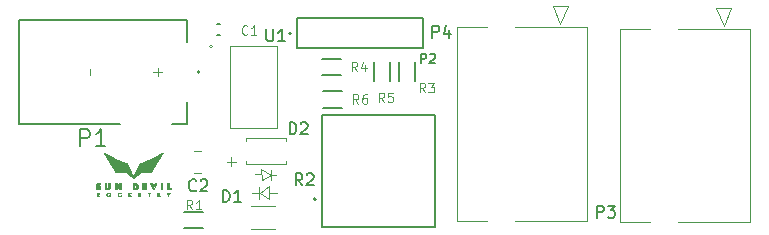
<source format=gbr>
%TF.GenerationSoftware,KiCad,Pcbnew,(6.0.6)*%
%TF.CreationDate,2022-09-08T14:41:25-07:00*%
%TF.ProjectId,L0003-Wheatstone-Bridge,4c303030-332d-4576-9865-617473746f6e,rev?*%
%TF.SameCoordinates,Original*%
%TF.FileFunction,Legend,Top*%
%TF.FilePolarity,Positive*%
%FSLAX46Y46*%
G04 Gerber Fmt 4.6, Leading zero omitted, Abs format (unit mm)*
G04 Created by KiCad (PCBNEW (6.0.6)) date 2022-09-08 14:41:25*
%MOMM*%
%LPD*%
G01*
G04 APERTURE LIST*
%ADD10C,0.150000*%
%ADD11C,0.076200*%
%ADD12C,0.120000*%
%ADD13C,0.127000*%
%ADD14C,0.200000*%
%ADD15C,0.010000*%
G04 APERTURE END LIST*
D10*
%TO.C,U1*%
X112826895Y-77836780D02*
X112826895Y-78646304D01*
X112874514Y-78741542D01*
X112922133Y-78789161D01*
X113017371Y-78836780D01*
X113207847Y-78836780D01*
X113303085Y-78789161D01*
X113350704Y-78741542D01*
X113398323Y-78646304D01*
X113398323Y-77836780D01*
X114398323Y-78836780D02*
X113826895Y-78836780D01*
X114112609Y-78836780D02*
X114112609Y-77836780D01*
X114017371Y-77979638D01*
X113922133Y-78074876D01*
X113826895Y-78122495D01*
%TO.C,P4*%
X126871510Y-78531985D02*
X126871510Y-77531985D01*
X127252463Y-77531985D01*
X127347701Y-77579605D01*
X127395320Y-77627224D01*
X127442939Y-77722462D01*
X127442939Y-77865319D01*
X127395320Y-77960557D01*
X127347701Y-78008176D01*
X127252463Y-78055795D01*
X126871510Y-78055795D01*
X128300082Y-77865319D02*
X128300082Y-78531985D01*
X128061986Y-77484366D02*
X127823891Y-78198652D01*
X128442939Y-78198652D01*
%TO.C,P3*%
X140816110Y-93771986D02*
X140816110Y-92771986D01*
X141197063Y-92771986D01*
X141292301Y-92819606D01*
X141339920Y-92867225D01*
X141387539Y-92962463D01*
X141387539Y-93105320D01*
X141339920Y-93200558D01*
X141292301Y-93248177D01*
X141197063Y-93295796D01*
X140816110Y-93295796D01*
X141720872Y-92771986D02*
X142339920Y-92771986D01*
X142006586Y-93152939D01*
X142149444Y-93152939D01*
X142244682Y-93200558D01*
X142292301Y-93248177D01*
X142339920Y-93343415D01*
X142339920Y-93581510D01*
X142292301Y-93676748D01*
X142244682Y-93724367D01*
X142149444Y-93771986D01*
X141863729Y-93771986D01*
X141768491Y-93724367D01*
X141720872Y-93676748D01*
%TO.C,D1*%
X109142304Y-92427330D02*
X109142304Y-91427330D01*
X109380400Y-91427330D01*
X109523257Y-91474950D01*
X109618495Y-91570188D01*
X109666114Y-91665426D01*
X109713733Y-91855902D01*
X109713733Y-91998759D01*
X109666114Y-92189235D01*
X109618495Y-92284473D01*
X109523257Y-92379711D01*
X109380400Y-92427330D01*
X109142304Y-92427330D01*
X110666114Y-92427330D02*
X110094685Y-92427330D01*
X110380400Y-92427330D02*
X110380400Y-91427330D01*
X110285161Y-91570188D01*
X110189923Y-91665426D01*
X110094685Y-91713045D01*
D11*
%TO.C,R6*%
X120618266Y-84131104D02*
X120351600Y-83750152D01*
X120161123Y-84131104D02*
X120161123Y-83331104D01*
X120465885Y-83331104D01*
X120542076Y-83369200D01*
X120580171Y-83407295D01*
X120618266Y-83483485D01*
X120618266Y-83597771D01*
X120580171Y-83673961D01*
X120542076Y-83712057D01*
X120465885Y-83750152D01*
X120161123Y-83750152D01*
X121303980Y-83331104D02*
X121151600Y-83331104D01*
X121075409Y-83369200D01*
X121037314Y-83407295D01*
X120961123Y-83521580D01*
X120923028Y-83673961D01*
X120923028Y-83978723D01*
X120961123Y-84054914D01*
X120999219Y-84093009D01*
X121075409Y-84131104D01*
X121227790Y-84131104D01*
X121303980Y-84093009D01*
X121342076Y-84054914D01*
X121380171Y-83978723D01*
X121380171Y-83788247D01*
X121342076Y-83712057D01*
X121303980Y-83673961D01*
X121227790Y-83635866D01*
X121075409Y-83635866D01*
X120999219Y-83673961D01*
X120961123Y-83712057D01*
X120923028Y-83788247D01*
%TO.C,R5*%
X122802666Y-83978704D02*
X122536000Y-83597752D01*
X122345523Y-83978704D02*
X122345523Y-83178704D01*
X122650285Y-83178704D01*
X122726476Y-83216800D01*
X122764571Y-83254895D01*
X122802666Y-83331085D01*
X122802666Y-83445371D01*
X122764571Y-83521561D01*
X122726476Y-83559657D01*
X122650285Y-83597752D01*
X122345523Y-83597752D01*
X123526476Y-83178704D02*
X123145523Y-83178704D01*
X123107428Y-83559657D01*
X123145523Y-83521561D01*
X123221714Y-83483466D01*
X123412190Y-83483466D01*
X123488380Y-83521561D01*
X123526476Y-83559657D01*
X123564571Y-83635847D01*
X123564571Y-83826323D01*
X123526476Y-83902514D01*
X123488380Y-83940609D01*
X123412190Y-83978704D01*
X123221714Y-83978704D01*
X123145523Y-83940609D01*
X123107428Y-83902514D01*
%TO.C,R4*%
X120516666Y-81387904D02*
X120250000Y-81006952D01*
X120059523Y-81387904D02*
X120059523Y-80587904D01*
X120364285Y-80587904D01*
X120440476Y-80626000D01*
X120478571Y-80664095D01*
X120516666Y-80740285D01*
X120516666Y-80854571D01*
X120478571Y-80930761D01*
X120440476Y-80968857D01*
X120364285Y-81006952D01*
X120059523Y-81006952D01*
X121202380Y-80854571D02*
X121202380Y-81387904D01*
X121011904Y-80549809D02*
X120821428Y-81121238D01*
X121316666Y-81121238D01*
%TO.C,R3*%
X126257066Y-83165904D02*
X125990400Y-82784952D01*
X125799923Y-83165904D02*
X125799923Y-82365904D01*
X126104685Y-82365904D01*
X126180876Y-82404000D01*
X126218971Y-82442095D01*
X126257066Y-82518285D01*
X126257066Y-82632571D01*
X126218971Y-82708761D01*
X126180876Y-82746857D01*
X126104685Y-82784952D01*
X125799923Y-82784952D01*
X126523733Y-82365904D02*
X127018971Y-82365904D01*
X126752304Y-82670666D01*
X126866590Y-82670666D01*
X126942780Y-82708761D01*
X126980876Y-82746857D01*
X127018971Y-82823047D01*
X127018971Y-83013523D01*
X126980876Y-83089714D01*
X126942780Y-83127809D01*
X126866590Y-83165904D01*
X126638019Y-83165904D01*
X126561828Y-83127809D01*
X126523733Y-83089714D01*
D10*
%TO.C,R2*%
X115860408Y-91029119D02*
X115526826Y-90552572D01*
X115288552Y-91029119D02*
X115288552Y-90028371D01*
X115669790Y-90028371D01*
X115765099Y-90076026D01*
X115812754Y-90123680D01*
X115860408Y-90218990D01*
X115860408Y-90361954D01*
X115812754Y-90457263D01*
X115765099Y-90504918D01*
X115669790Y-90552572D01*
X115288552Y-90552572D01*
X116241646Y-90123680D02*
X116289300Y-90076026D01*
X116384610Y-90028371D01*
X116622883Y-90028371D01*
X116718192Y-90076026D01*
X116765847Y-90123680D01*
X116813502Y-90218990D01*
X116813502Y-90314299D01*
X116765847Y-90457263D01*
X116193991Y-91029119D01*
X116813502Y-91029119D01*
D11*
%TO.C,R1*%
X106546666Y-93071904D02*
X106280000Y-92690952D01*
X106089523Y-93071904D02*
X106089523Y-92271904D01*
X106394285Y-92271904D01*
X106470476Y-92310000D01*
X106508571Y-92348095D01*
X106546666Y-92424285D01*
X106546666Y-92538571D01*
X106508571Y-92614761D01*
X106470476Y-92652857D01*
X106394285Y-92690952D01*
X106089523Y-92690952D01*
X107308571Y-93071904D02*
X106851428Y-93071904D01*
X107080000Y-93071904D02*
X107080000Y-92271904D01*
X107003809Y-92386190D01*
X106927619Y-92462380D01*
X106851428Y-92500476D01*
D10*
%TO.C,P1*%
X97061466Y-87704533D02*
X97061466Y-86304533D01*
X97594800Y-86304533D01*
X97728133Y-86371200D01*
X97794800Y-86437866D01*
X97861466Y-86571200D01*
X97861466Y-86771200D01*
X97794800Y-86904533D01*
X97728133Y-86971200D01*
X97594800Y-87037866D01*
X97061466Y-87037866D01*
X99194800Y-87704533D02*
X98394800Y-87704533D01*
X98794800Y-87704533D02*
X98794800Y-86304533D01*
X98661466Y-86504533D01*
X98528133Y-86637866D01*
X98394800Y-86704533D01*
%TO.C,C2*%
X106868933Y-91441542D02*
X106821314Y-91489161D01*
X106678457Y-91536780D01*
X106583219Y-91536780D01*
X106440361Y-91489161D01*
X106345123Y-91393923D01*
X106297504Y-91298685D01*
X106249885Y-91108209D01*
X106249885Y-90965352D01*
X106297504Y-90774876D01*
X106345123Y-90679638D01*
X106440361Y-90584400D01*
X106583219Y-90536780D01*
X106678457Y-90536780D01*
X106821314Y-90584400D01*
X106868933Y-90632019D01*
X107249885Y-90632019D02*
X107297504Y-90584400D01*
X107392742Y-90536780D01*
X107630838Y-90536780D01*
X107726076Y-90584400D01*
X107773695Y-90632019D01*
X107821314Y-90727257D01*
X107821314Y-90822495D01*
X107773695Y-90965352D01*
X107202266Y-91536780D01*
X107821314Y-91536780D01*
D11*
%TO.C,C1*%
X111220266Y-78212914D02*
X111182171Y-78251009D01*
X111067885Y-78289104D01*
X110991695Y-78289104D01*
X110877409Y-78251009D01*
X110801219Y-78174819D01*
X110763123Y-78098628D01*
X110725028Y-77946247D01*
X110725028Y-77831961D01*
X110763123Y-77679580D01*
X110801219Y-77603390D01*
X110877409Y-77527200D01*
X110991695Y-77489104D01*
X111067885Y-77489104D01*
X111182171Y-77527200D01*
X111220266Y-77565295D01*
X111982171Y-78289104D02*
X111525028Y-78289104D01*
X111753600Y-78289104D02*
X111753600Y-77489104D01*
X111677409Y-77603390D01*
X111601219Y-77679580D01*
X111525028Y-77717676D01*
D10*
%TO.C,D2*%
X114781104Y-86710780D02*
X114781104Y-85710780D01*
X115019200Y-85710780D01*
X115162057Y-85758400D01*
X115257295Y-85853638D01*
X115304914Y-85948876D01*
X115352533Y-86139352D01*
X115352533Y-86282209D01*
X115304914Y-86472685D01*
X115257295Y-86567923D01*
X115162057Y-86663161D01*
X115019200Y-86710780D01*
X114781104Y-86710780D01*
X115733485Y-85806019D02*
X115781104Y-85758400D01*
X115876342Y-85710780D01*
X116114438Y-85710780D01*
X116209676Y-85758400D01*
X116257295Y-85806019D01*
X116304914Y-85901257D01*
X116304914Y-85996495D01*
X116257295Y-86139352D01*
X115685866Y-86710780D01*
X116304914Y-86710780D01*
%TO.C,P2*%
X125901523Y-80676704D02*
X125901523Y-79876704D01*
X126206285Y-79876704D01*
X126282476Y-79914800D01*
X126320571Y-79952895D01*
X126358666Y-80029085D01*
X126358666Y-80143371D01*
X126320571Y-80219561D01*
X126282476Y-80257657D01*
X126206285Y-80295752D01*
X125901523Y-80295752D01*
X126663428Y-79952895D02*
X126701523Y-79914800D01*
X126777714Y-79876704D01*
X126968190Y-79876704D01*
X127044380Y-79914800D01*
X127082476Y-79952895D01*
X127120571Y-80029085D01*
X127120571Y-80105276D01*
X127082476Y-80219561D01*
X126625333Y-80676704D01*
X127120571Y-80676704D01*
D12*
%TO.C,U1*%
X113686200Y-79225399D02*
X109732200Y-79225399D01*
X113686200Y-86179401D02*
X113686200Y-79225399D01*
X109732200Y-86179401D02*
X113686200Y-86179401D01*
X109732200Y-79225399D02*
X109732200Y-86179401D01*
X108254800Y-79248000D02*
G75*
G03*
X108254800Y-79248000I-127000J0D01*
G01*
%TO.C,P4*%
X139967606Y-77618722D02*
X133840614Y-77618722D01*
X139967606Y-94018689D02*
X139967606Y-77618722D01*
X128967605Y-94018689D02*
X131514629Y-94018689D01*
X137717606Y-77364722D02*
X137082606Y-75840722D01*
X128967605Y-77618722D02*
X128967605Y-94018689D01*
X131514598Y-77618722D02*
X128967605Y-77618722D01*
X137082606Y-75840722D02*
X138352606Y-75840722D01*
X133840583Y-94018689D02*
X139967606Y-94018689D01*
X138352606Y-75840722D02*
X137717606Y-77364722D01*
%TO.C,P3*%
X153785206Y-77771122D02*
X147658214Y-77771122D01*
X153785206Y-94171089D02*
X153785206Y-77771122D01*
X142785205Y-94171089D02*
X145332229Y-94171089D01*
X151535206Y-77517122D02*
X150900206Y-75993122D01*
X142785205Y-77771122D02*
X142785205Y-94171089D01*
X145332198Y-77771122D02*
X142785205Y-77771122D01*
X150900206Y-75993122D02*
X152170206Y-75993122D01*
X147658183Y-94171089D02*
X153785206Y-94171089D01*
X152170206Y-75993122D02*
X151535206Y-77517122D01*
%TO.C,D1*%
X113522365Y-92748100D02*
X111521635Y-92748100D01*
X111521635Y-94703900D02*
X113522365Y-94703900D01*
X113080800Y-91694000D02*
X113080800Y-91084400D01*
X112217200Y-91135200D02*
X112217200Y-92151200D01*
X112268000Y-91694000D02*
X111607600Y-91694000D01*
X113080800Y-92151200D02*
X112268000Y-91694000D01*
X113080800Y-91694000D02*
X113080800Y-92151200D01*
X113741200Y-91694000D02*
X113080800Y-91694000D01*
X113080800Y-91084400D02*
X112268000Y-91694000D01*
D13*
%TO.C,R6*%
X119214800Y-83079200D02*
X117614800Y-83079200D01*
X119214800Y-84459200D02*
X117614800Y-84459200D01*
%TO.C,R5*%
X121941200Y-80632400D02*
X121941200Y-82232400D01*
X123321200Y-80632400D02*
X123321200Y-82232400D01*
%TO.C,R4*%
X119113200Y-80336000D02*
X117513200Y-80336000D01*
X119113200Y-81716000D02*
X117513200Y-81716000D01*
%TO.C,R3*%
X125404000Y-82232400D02*
X125404000Y-80632400D01*
X124024000Y-82232400D02*
X124024000Y-80632400D01*
%TO.C,R2*%
X117561400Y-85049400D02*
X117561400Y-94579400D01*
X117561400Y-94579400D02*
X127091400Y-94579400D01*
X127091400Y-85049400D02*
X117561400Y-85049400D01*
X127091400Y-94579400D02*
X127091400Y-85049400D01*
D14*
X117026400Y-92214400D02*
G75*
G03*
X117026400Y-92214400I-100000J0D01*
G01*
D13*
%TO.C,R1*%
X105880000Y-94670000D02*
X107480000Y-94670000D01*
X105880000Y-93290000D02*
X107480000Y-93290000D01*
D12*
%TO.C,P1*%
X103639500Y-81066400D02*
X103639500Y-81777600D01*
D13*
X106098500Y-78902000D02*
X106098500Y-77022000D01*
X91883500Y-77022000D02*
X91883500Y-85822000D01*
D12*
X97899100Y-81168000D02*
X97899100Y-81726800D01*
D13*
X91883500Y-85822000D02*
X100403500Y-85822000D01*
X106098500Y-85822000D02*
X104843500Y-85822000D01*
X106098500Y-83942000D02*
X106098500Y-85822000D01*
X106098500Y-77022000D02*
X91883500Y-77022000D01*
D12*
X103995100Y-81422000D02*
X103233100Y-81422000D01*
D14*
X107173500Y-81422000D02*
G75*
G03*
X107173500Y-81422000I-100000J0D01*
G01*
%TO.C,LOGO1*%
G36*
X99273268Y-91760246D02*
G01*
X99286274Y-91729138D01*
X99305473Y-91700814D01*
X99330633Y-91676367D01*
X99361526Y-91656892D01*
X99364700Y-91655364D01*
X99379282Y-91648908D01*
X99391411Y-91644941D01*
X99404104Y-91642879D01*
X99420383Y-91642139D01*
X99433452Y-91642088D01*
X99456350Y-91642711D01*
X99473914Y-91644731D01*
X99489227Y-91648614D01*
X99498157Y-91651850D01*
X99524473Y-91666015D01*
X99549639Y-91686528D01*
X99571490Y-91711332D01*
X99586836Y-91736228D01*
X99593110Y-91749554D01*
X99597128Y-91760510D01*
X99599381Y-91771704D01*
X99600361Y-91785746D01*
X99600563Y-91805245D01*
X99600556Y-91808866D01*
X99600287Y-91829773D01*
X99599300Y-91844785D01*
X99597138Y-91856470D01*
X99593345Y-91867397D01*
X99588116Y-91878791D01*
X99570669Y-91906536D01*
X99547299Y-91931803D01*
X99520442Y-91952159D01*
X99507536Y-91959230D01*
X99493395Y-91965385D01*
X99480251Y-91969248D01*
X99465073Y-91971440D01*
X99444830Y-91972583D01*
X99441919Y-91972679D01*
X99414470Y-91972549D01*
X99393065Y-91970349D01*
X99383863Y-91968133D01*
X99350113Y-91952732D01*
X99319455Y-91929493D01*
X99309182Y-91919225D01*
X99287772Y-91890619D01*
X99273706Y-91859324D01*
X99266754Y-91826433D01*
X99266699Y-91800047D01*
X99307275Y-91800047D01*
X99309298Y-91832164D01*
X99318855Y-91861951D01*
X99335527Y-91888422D01*
X99358899Y-91910594D01*
X99379499Y-91923270D01*
X99393636Y-91930029D01*
X99404900Y-91933865D01*
X99416612Y-91935417D01*
X99432093Y-91935326D01*
X99440192Y-91934967D01*
X99460308Y-91933373D01*
X99475092Y-91930416D01*
X99487659Y-91925347D01*
X99493463Y-91922152D01*
X99516804Y-91904656D01*
X99537453Y-91882060D01*
X99552643Y-91857423D01*
X99553284Y-91856025D01*
X99560769Y-91830262D01*
X99562294Y-91801585D01*
X99557940Y-91773013D01*
X99550429Y-91752556D01*
X99532543Y-91724915D01*
X99509463Y-91703239D01*
X99482364Y-91688058D01*
X99452419Y-91679898D01*
X99420805Y-91679287D01*
X99397503Y-91683865D01*
X99375050Y-91693956D01*
X99353108Y-91710051D01*
X99333799Y-91730064D01*
X99319245Y-91751915D01*
X99313201Y-91766585D01*
X99307275Y-91800047D01*
X99266699Y-91800047D01*
X99266684Y-91793043D01*
X99273268Y-91760246D01*
G37*
D15*
X99273268Y-91760246D02*
X99286274Y-91729138D01*
X99305473Y-91700814D01*
X99330633Y-91676367D01*
X99361526Y-91656892D01*
X99364700Y-91655364D01*
X99379282Y-91648908D01*
X99391411Y-91644941D01*
X99404104Y-91642879D01*
X99420383Y-91642139D01*
X99433452Y-91642088D01*
X99456350Y-91642711D01*
X99473914Y-91644731D01*
X99489227Y-91648614D01*
X99498157Y-91651850D01*
X99524473Y-91666015D01*
X99549639Y-91686528D01*
X99571490Y-91711332D01*
X99586836Y-91736228D01*
X99593110Y-91749554D01*
X99597128Y-91760510D01*
X99599381Y-91771704D01*
X99600361Y-91785746D01*
X99600563Y-91805245D01*
X99600556Y-91808866D01*
X99600287Y-91829773D01*
X99599300Y-91844785D01*
X99597138Y-91856470D01*
X99593345Y-91867397D01*
X99588116Y-91878791D01*
X99570669Y-91906536D01*
X99547299Y-91931803D01*
X99520442Y-91952159D01*
X99507536Y-91959230D01*
X99493395Y-91965385D01*
X99480251Y-91969248D01*
X99465073Y-91971440D01*
X99444830Y-91972583D01*
X99441919Y-91972679D01*
X99414470Y-91972549D01*
X99393065Y-91970349D01*
X99383863Y-91968133D01*
X99350113Y-91952732D01*
X99319455Y-91929493D01*
X99309182Y-91919225D01*
X99287772Y-91890619D01*
X99273706Y-91859324D01*
X99266754Y-91826433D01*
X99266699Y-91800047D01*
X99307275Y-91800047D01*
X99309298Y-91832164D01*
X99318855Y-91861951D01*
X99335527Y-91888422D01*
X99358899Y-91910594D01*
X99379499Y-91923270D01*
X99393636Y-91930029D01*
X99404900Y-91933865D01*
X99416612Y-91935417D01*
X99432093Y-91935326D01*
X99440192Y-91934967D01*
X99460308Y-91933373D01*
X99475092Y-91930416D01*
X99487659Y-91925347D01*
X99493463Y-91922152D01*
X99516804Y-91904656D01*
X99537453Y-91882060D01*
X99552643Y-91857423D01*
X99553284Y-91856025D01*
X99560769Y-91830262D01*
X99562294Y-91801585D01*
X99557940Y-91773013D01*
X99550429Y-91752556D01*
X99532543Y-91724915D01*
X99509463Y-91703239D01*
X99482364Y-91688058D01*
X99452419Y-91679898D01*
X99420805Y-91679287D01*
X99397503Y-91683865D01*
X99375050Y-91693956D01*
X99353108Y-91710051D01*
X99333799Y-91730064D01*
X99319245Y-91751915D01*
X99313201Y-91766585D01*
X99307275Y-91800047D01*
X99266699Y-91800047D01*
X99266684Y-91793043D01*
X99273268Y-91760246D01*
G36*
X100412419Y-91642337D02*
G01*
X100426722Y-91643767D01*
X100438853Y-91646876D01*
X100451957Y-91652327D01*
X100459477Y-91655950D01*
X100487552Y-91669771D01*
X100487552Y-91694906D01*
X100486982Y-91710386D01*
X100484877Y-91718080D01*
X100480650Y-91718614D01*
X100473712Y-91712616D01*
X100472333Y-91711116D01*
X100457644Y-91699350D01*
X100437497Y-91689159D01*
X100414895Y-91681824D01*
X100396618Y-91678838D01*
X100366622Y-91680596D01*
X100337993Y-91690013D01*
X100312017Y-91706281D01*
X100289982Y-91728592D01*
X100273172Y-91756139D01*
X100273041Y-91756423D01*
X100267307Y-91770389D01*
X100264311Y-91782792D01*
X100263473Y-91797198D01*
X100263960Y-91812390D01*
X100266822Y-91838480D01*
X100273264Y-91859684D01*
X100284560Y-91879262D01*
X100295562Y-91893192D01*
X100317160Y-91913844D01*
X100341024Y-91927133D01*
X100369047Y-91933996D01*
X100380091Y-91935048D01*
X100408539Y-91934648D01*
X100433050Y-91928812D01*
X100456595Y-91916630D01*
X100468977Y-91907842D01*
X100487963Y-91893350D01*
X100486699Y-91919819D01*
X100485436Y-91946288D01*
X100460682Y-91958928D01*
X100446958Y-91965332D01*
X100434451Y-91969306D01*
X100420092Y-91971520D01*
X100400816Y-91972641D01*
X100397182Y-91972760D01*
X100372714Y-91972644D01*
X100352637Y-91970822D01*
X100341502Y-91968343D01*
X100305604Y-91952328D01*
X100275132Y-91930018D01*
X100250538Y-91901806D01*
X100236068Y-91876686D01*
X100229565Y-91861877D01*
X100225656Y-91849258D01*
X100223700Y-91835601D01*
X100223056Y-91817678D01*
X100223022Y-91811057D01*
X100226139Y-91772830D01*
X100235899Y-91739468D01*
X100252740Y-91710072D01*
X100277103Y-91683745D01*
X100290803Y-91672533D01*
X100313545Y-91657746D01*
X100336802Y-91648221D01*
X100363086Y-91643204D01*
X100392802Y-91641926D01*
X100412419Y-91642337D01*
G37*
X100412419Y-91642337D02*
X100426722Y-91643767D01*
X100438853Y-91646876D01*
X100451957Y-91652327D01*
X100459477Y-91655950D01*
X100487552Y-91669771D01*
X100487552Y-91694906D01*
X100486982Y-91710386D01*
X100484877Y-91718080D01*
X100480650Y-91718614D01*
X100473712Y-91712616D01*
X100472333Y-91711116D01*
X100457644Y-91699350D01*
X100437497Y-91689159D01*
X100414895Y-91681824D01*
X100396618Y-91678838D01*
X100366622Y-91680596D01*
X100337993Y-91690013D01*
X100312017Y-91706281D01*
X100289982Y-91728592D01*
X100273172Y-91756139D01*
X100273041Y-91756423D01*
X100267307Y-91770389D01*
X100264311Y-91782792D01*
X100263473Y-91797198D01*
X100263960Y-91812390D01*
X100266822Y-91838480D01*
X100273264Y-91859684D01*
X100284560Y-91879262D01*
X100295562Y-91893192D01*
X100317160Y-91913844D01*
X100341024Y-91927133D01*
X100369047Y-91933996D01*
X100380091Y-91935048D01*
X100408539Y-91934648D01*
X100433050Y-91928812D01*
X100456595Y-91916630D01*
X100468977Y-91907842D01*
X100487963Y-91893350D01*
X100486699Y-91919819D01*
X100485436Y-91946288D01*
X100460682Y-91958928D01*
X100446958Y-91965332D01*
X100434451Y-91969306D01*
X100420092Y-91971520D01*
X100400816Y-91972641D01*
X100397182Y-91972760D01*
X100372714Y-91972644D01*
X100352637Y-91970822D01*
X100341502Y-91968343D01*
X100305604Y-91952328D01*
X100275132Y-91930018D01*
X100250538Y-91901806D01*
X100236068Y-91876686D01*
X100229565Y-91861877D01*
X100225656Y-91849258D01*
X100223700Y-91835601D01*
X100223056Y-91817678D01*
X100223022Y-91811057D01*
X100226139Y-91772830D01*
X100235899Y-91739468D01*
X100252740Y-91710072D01*
X100277103Y-91683745D01*
X100290803Y-91672533D01*
X100313545Y-91657746D01*
X100336802Y-91648221D01*
X100363086Y-91643204D01*
X100392802Y-91641926D01*
X100412419Y-91642337D01*
G36*
X98506193Y-91648074D02*
G01*
X98541951Y-91649725D01*
X98570512Y-91654911D01*
X98592520Y-91663979D01*
X98608622Y-91677275D01*
X98619463Y-91695149D01*
X98624518Y-91711703D01*
X98627028Y-91739817D01*
X98622712Y-91765988D01*
X98612242Y-91788959D01*
X98596289Y-91807472D01*
X98575527Y-91820269D01*
X98564561Y-91823886D01*
X98556171Y-91826591D01*
X98552919Y-91828773D01*
X98555261Y-91832679D01*
X98561777Y-91842352D01*
X98571697Y-91856682D01*
X98584256Y-91874561D01*
X98598683Y-91894880D01*
X98598762Y-91894989D01*
X98613445Y-91915612D01*
X98626517Y-91934068D01*
X98637144Y-91949169D01*
X98644491Y-91959729D01*
X98647695Y-91964516D01*
X98647332Y-91967601D01*
X98640935Y-91969270D01*
X98627350Y-91969805D01*
X98626038Y-91969807D01*
X98601291Y-91969807D01*
X98553174Y-91899957D01*
X98538354Y-91878692D01*
X98525026Y-91860035D01*
X98513966Y-91845038D01*
X98505954Y-91834753D01*
X98501767Y-91830229D01*
X98501471Y-91830107D01*
X98500278Y-91834108D01*
X98499253Y-91845179D01*
X98498468Y-91861927D01*
X98497994Y-91882955D01*
X98497886Y-91899957D01*
X98497886Y-91969807D01*
X98459786Y-91969807D01*
X98459786Y-91792007D01*
X98497886Y-91792007D01*
X98518966Y-91792007D01*
X98535784Y-91790513D01*
X98552523Y-91786772D01*
X98557229Y-91785132D01*
X98573012Y-91774941D01*
X98582936Y-91760567D01*
X98587158Y-91743784D01*
X98585837Y-91726364D01*
X98579131Y-91710083D01*
X98567196Y-91696713D01*
X98550191Y-91688029D01*
X98548553Y-91687573D01*
X98532778Y-91684330D01*
X98517137Y-91682437D01*
X98513761Y-91682281D01*
X98497886Y-91681941D01*
X98497886Y-91792007D01*
X98459786Y-91792007D01*
X98459786Y-91648074D01*
X98506193Y-91648074D01*
G37*
X98506193Y-91648074D02*
X98541951Y-91649725D01*
X98570512Y-91654911D01*
X98592520Y-91663979D01*
X98608622Y-91677275D01*
X98619463Y-91695149D01*
X98624518Y-91711703D01*
X98627028Y-91739817D01*
X98622712Y-91765988D01*
X98612242Y-91788959D01*
X98596289Y-91807472D01*
X98575527Y-91820269D01*
X98564561Y-91823886D01*
X98556171Y-91826591D01*
X98552919Y-91828773D01*
X98555261Y-91832679D01*
X98561777Y-91842352D01*
X98571697Y-91856682D01*
X98584256Y-91874561D01*
X98598683Y-91894880D01*
X98598762Y-91894989D01*
X98613445Y-91915612D01*
X98626517Y-91934068D01*
X98637144Y-91949169D01*
X98644491Y-91959729D01*
X98647695Y-91964516D01*
X98647332Y-91967601D01*
X98640935Y-91969270D01*
X98627350Y-91969805D01*
X98626038Y-91969807D01*
X98601291Y-91969807D01*
X98553174Y-91899957D01*
X98538354Y-91878692D01*
X98525026Y-91860035D01*
X98513966Y-91845038D01*
X98505954Y-91834753D01*
X98501767Y-91830229D01*
X98501471Y-91830107D01*
X98500278Y-91834108D01*
X98499253Y-91845179D01*
X98498468Y-91861927D01*
X98497994Y-91882955D01*
X98497886Y-91899957D01*
X98497886Y-91969807D01*
X98459786Y-91969807D01*
X98459786Y-91792007D01*
X98497886Y-91792007D01*
X98518966Y-91792007D01*
X98535784Y-91790513D01*
X98552523Y-91786772D01*
X98557229Y-91785132D01*
X98573012Y-91774941D01*
X98582936Y-91760567D01*
X98587158Y-91743784D01*
X98585837Y-91726364D01*
X98579131Y-91710083D01*
X98567196Y-91696713D01*
X98550191Y-91688029D01*
X98548553Y-91687573D01*
X98532778Y-91684330D01*
X98517137Y-91682437D01*
X98513761Y-91682281D01*
X98497886Y-91681941D01*
X98497886Y-91792007D01*
X98459786Y-91792007D01*
X98459786Y-91648074D01*
X98506193Y-91648074D01*
G36*
X101177585Y-91777088D02*
G01*
X101306801Y-91648074D01*
X101361647Y-91648074D01*
X101286924Y-91723216D01*
X101212201Y-91798357D01*
X101287901Y-91880907D01*
X101308092Y-91903035D01*
X101326263Y-91923161D01*
X101341663Y-91940436D01*
X101353541Y-91954011D01*
X101361145Y-91963036D01*
X101363727Y-91966632D01*
X101359942Y-91968269D01*
X101349945Y-91969395D01*
X101337394Y-91969753D01*
X101310935Y-91969699D01*
X101247435Y-91897884D01*
X101229062Y-91877252D01*
X101212495Y-91858929D01*
X101198567Y-91843814D01*
X101188114Y-91832808D01*
X101181970Y-91826811D01*
X101180760Y-91825971D01*
X101179719Y-91829942D01*
X101178821Y-91841007D01*
X101178127Y-91857795D01*
X101177697Y-91878932D01*
X101177585Y-91897841D01*
X101177585Y-91969807D01*
X101135252Y-91969807D01*
X101135252Y-91648074D01*
X101177585Y-91648074D01*
X101177585Y-91777088D01*
G37*
X101177585Y-91777088D02*
X101306801Y-91648074D01*
X101361647Y-91648074D01*
X101286924Y-91723216D01*
X101212201Y-91798357D01*
X101287901Y-91880907D01*
X101308092Y-91903035D01*
X101326263Y-91923161D01*
X101341663Y-91940436D01*
X101353541Y-91954011D01*
X101361145Y-91963036D01*
X101363727Y-91966632D01*
X101359942Y-91968269D01*
X101349945Y-91969395D01*
X101337394Y-91969753D01*
X101310935Y-91969699D01*
X101247435Y-91897884D01*
X101229062Y-91877252D01*
X101212495Y-91858929D01*
X101198567Y-91843814D01*
X101188114Y-91832808D01*
X101181970Y-91826811D01*
X101180760Y-91825971D01*
X101179719Y-91829942D01*
X101178821Y-91841007D01*
X101178127Y-91857795D01*
X101177697Y-91878932D01*
X101177585Y-91897841D01*
X101177585Y-91969807D01*
X101135252Y-91969807D01*
X101135252Y-91648074D01*
X101177585Y-91648074D01*
X101177585Y-91777088D01*
G36*
X102155486Y-91681941D02*
G01*
X102028486Y-91681941D01*
X102028486Y-91775074D01*
X102151252Y-91775074D01*
X102151252Y-91813174D01*
X102028486Y-91813174D01*
X102028486Y-91931707D01*
X102155486Y-91931707D01*
X102155486Y-91969807D01*
X101986152Y-91969807D01*
X101986152Y-91648074D01*
X102155486Y-91648074D01*
X102155486Y-91681941D01*
G37*
X102155486Y-91681941D02*
X102028486Y-91681941D01*
X102028486Y-91775074D01*
X102151252Y-91775074D01*
X102151252Y-91813174D01*
X102028486Y-91813174D01*
X102028486Y-91931707D01*
X102155486Y-91931707D01*
X102155486Y-91969807D01*
X101986152Y-91969807D01*
X101986152Y-91648074D01*
X102155486Y-91648074D01*
X102155486Y-91681941D01*
G36*
X102972519Y-91681941D02*
G01*
X102896319Y-91681941D01*
X102896319Y-91969807D01*
X102853986Y-91969807D01*
X102853986Y-91681941D01*
X102777786Y-91681941D01*
X102777786Y-91648074D01*
X102972519Y-91648074D01*
X102972519Y-91681941D01*
G37*
X102972519Y-91681941D02*
X102896319Y-91681941D01*
X102896319Y-91969807D01*
X102853986Y-91969807D01*
X102853986Y-91681941D01*
X102777786Y-91681941D01*
X102777786Y-91648074D01*
X102972519Y-91648074D01*
X102972519Y-91681941D01*
G36*
X103651032Y-91648697D02*
G01*
X103673993Y-91649549D01*
X103690569Y-91650796D01*
X103702843Y-91652785D01*
X103712895Y-91655865D01*
X103722809Y-91660386D01*
X103723770Y-91660878D01*
X103743480Y-91674973D01*
X103756491Y-91693756D01*
X103763076Y-91717727D01*
X103764059Y-91734465D01*
X103760704Y-91763681D01*
X103750818Y-91787533D01*
X103734330Y-91806133D01*
X103711168Y-91819594D01*
X103708119Y-91820800D01*
X103689011Y-91828053D01*
X103737146Y-91895755D01*
X103751962Y-91916757D01*
X103764931Y-91935454D01*
X103775303Y-91950740D01*
X103782330Y-91961507D01*
X103785259Y-91966648D01*
X103785300Y-91966843D01*
X103781488Y-91968471D01*
X103771607Y-91969176D01*
X103761385Y-91968960D01*
X103737451Y-91967691D01*
X103690476Y-91899057D01*
X103675889Y-91877961D01*
X103662822Y-91859475D01*
X103652052Y-91844665D01*
X103644356Y-91834597D01*
X103640511Y-91830337D01*
X103640327Y-91830265D01*
X103639271Y-91834211D01*
X103638363Y-91845233D01*
X103637668Y-91861938D01*
X103637248Y-91882937D01*
X103637152Y-91899957D01*
X103637152Y-91969807D01*
X103599052Y-91969807D01*
X103599052Y-91792007D01*
X103637152Y-91792007D01*
X103659377Y-91792001D01*
X103676782Y-91790384D01*
X103692624Y-91786236D01*
X103696419Y-91784592D01*
X103711961Y-91772408D01*
X103721717Y-91755410D01*
X103724495Y-91735896D01*
X103724035Y-91731384D01*
X103719463Y-91713270D01*
X103711172Y-91700330D01*
X103697885Y-91691572D01*
X103678329Y-91686002D01*
X103662901Y-91683760D01*
X103637152Y-91680847D01*
X103637152Y-91792007D01*
X103599052Y-91792007D01*
X103599052Y-91647203D01*
X103651032Y-91648697D01*
G37*
X103651032Y-91648697D02*
X103673993Y-91649549D01*
X103690569Y-91650796D01*
X103702843Y-91652785D01*
X103712895Y-91655865D01*
X103722809Y-91660386D01*
X103723770Y-91660878D01*
X103743480Y-91674973D01*
X103756491Y-91693756D01*
X103763076Y-91717727D01*
X103764059Y-91734465D01*
X103760704Y-91763681D01*
X103750818Y-91787533D01*
X103734330Y-91806133D01*
X103711168Y-91819594D01*
X103708119Y-91820800D01*
X103689011Y-91828053D01*
X103737146Y-91895755D01*
X103751962Y-91916757D01*
X103764931Y-91935454D01*
X103775303Y-91950740D01*
X103782330Y-91961507D01*
X103785259Y-91966648D01*
X103785300Y-91966843D01*
X103781488Y-91968471D01*
X103771607Y-91969176D01*
X103761385Y-91968960D01*
X103737451Y-91967691D01*
X103690476Y-91899057D01*
X103675889Y-91877961D01*
X103662822Y-91859475D01*
X103652052Y-91844665D01*
X103644356Y-91834597D01*
X103640511Y-91830337D01*
X103640327Y-91830265D01*
X103639271Y-91834211D01*
X103638363Y-91845233D01*
X103637668Y-91861938D01*
X103637248Y-91882937D01*
X103637152Y-91899957D01*
X103637152Y-91969807D01*
X103599052Y-91969807D01*
X103599052Y-91792007D01*
X103637152Y-91792007D01*
X103659377Y-91792001D01*
X103676782Y-91790384D01*
X103692624Y-91786236D01*
X103696419Y-91784592D01*
X103711961Y-91772408D01*
X103721717Y-91755410D01*
X103724495Y-91735896D01*
X103724035Y-91731384D01*
X103719463Y-91713270D01*
X103711172Y-91700330D01*
X103697885Y-91691572D01*
X103678329Y-91686002D01*
X103662901Y-91683760D01*
X103637152Y-91680847D01*
X103637152Y-91792007D01*
X103599052Y-91792007D01*
X103599052Y-91647203D01*
X103651032Y-91648697D01*
G36*
X104418945Y-91648350D02*
G01*
X104424292Y-91649878D01*
X104429491Y-91653805D01*
X104435360Y-91661034D01*
X104442713Y-91672471D01*
X104452368Y-91689017D01*
X104465141Y-91711577D01*
X104471750Y-91723273D01*
X104484570Y-91745714D01*
X104494009Y-91761579D01*
X104500715Y-91771739D01*
X104505335Y-91777064D01*
X104508517Y-91778426D01*
X104510909Y-91776695D01*
X104511182Y-91776309D01*
X104514969Y-91770120D01*
X104522060Y-91758015D01*
X104531611Y-91741455D01*
X104542776Y-91721903D01*
X104549465Y-91710107D01*
X104561073Y-91690013D01*
X104571568Y-91672635D01*
X104580125Y-91659279D01*
X104585922Y-91651248D01*
X104587735Y-91649528D01*
X104594826Y-91648610D01*
X104606714Y-91648593D01*
X104612282Y-91648879D01*
X104631719Y-91650191D01*
X104579047Y-91741207D01*
X104526375Y-91832224D01*
X104526263Y-91901016D01*
X104526152Y-91969807D01*
X104488052Y-91969807D01*
X104488052Y-91834146D01*
X104435365Y-91742168D01*
X104382678Y-91650191D01*
X104404545Y-91648879D01*
X104412635Y-91648318D01*
X104418945Y-91648350D01*
G37*
X104418945Y-91648350D02*
X104424292Y-91649878D01*
X104429491Y-91653805D01*
X104435360Y-91661034D01*
X104442713Y-91672471D01*
X104452368Y-91689017D01*
X104465141Y-91711577D01*
X104471750Y-91723273D01*
X104484570Y-91745714D01*
X104494009Y-91761579D01*
X104500715Y-91771739D01*
X104505335Y-91777064D01*
X104508517Y-91778426D01*
X104510909Y-91776695D01*
X104511182Y-91776309D01*
X104514969Y-91770120D01*
X104522060Y-91758015D01*
X104531611Y-91741455D01*
X104542776Y-91721903D01*
X104549465Y-91710107D01*
X104561073Y-91690013D01*
X104571568Y-91672635D01*
X104580125Y-91659279D01*
X104585922Y-91651248D01*
X104587735Y-91649528D01*
X104594826Y-91648610D01*
X104606714Y-91648593D01*
X104612282Y-91648879D01*
X104631719Y-91650191D01*
X104579047Y-91741207D01*
X104526375Y-91832224D01*
X104526263Y-91901016D01*
X104526152Y-91969807D01*
X104488052Y-91969807D01*
X104488052Y-91834146D01*
X104435365Y-91742168D01*
X104382678Y-91650191D01*
X104404545Y-91648879D01*
X104412635Y-91648318D01*
X104418945Y-91648350D01*
G36*
X98600205Y-90846901D02*
G01*
X98626701Y-90849587D01*
X98648169Y-90853999D01*
X98669848Y-90860426D01*
X98689995Y-90867600D01*
X98707082Y-90874851D01*
X98719584Y-90881508D01*
X98725975Y-90886901D01*
X98726486Y-90888394D01*
X98724603Y-90894012D01*
X98719456Y-90905502D01*
X98711791Y-90921280D01*
X98702359Y-90939764D01*
X98700632Y-90943063D01*
X98674778Y-90992286D01*
X98663590Y-90984847D01*
X98635495Y-90969286D01*
X98608598Y-90960429D01*
X98583806Y-90958378D01*
X98562029Y-90963235D01*
X98547804Y-90971816D01*
X98539001Y-90981793D01*
X98533655Y-90992686D01*
X98533594Y-90992937D01*
X98533037Y-91001563D01*
X98536893Y-91009662D01*
X98545066Y-91018768D01*
X98553966Y-91026185D01*
X98565784Y-91032960D01*
X98582236Y-91039911D01*
X98605037Y-91047857D01*
X98607959Y-91048812D01*
X98640693Y-91060153D01*
X98666624Y-91070870D01*
X98687300Y-91081758D01*
X98704266Y-91093610D01*
X98716266Y-91104376D01*
X98730914Y-91122375D01*
X98740648Y-91143200D01*
X98746025Y-91168529D01*
X98747602Y-91199036D01*
X98744513Y-91240479D01*
X98735244Y-91276214D01*
X98719603Y-91306517D01*
X98697402Y-91331664D01*
X98668450Y-91351928D01*
X98632558Y-91367586D01*
X98630931Y-91368135D01*
X98608198Y-91373716D01*
X98580428Y-91377528D01*
X98550911Y-91379335D01*
X98522934Y-91378902D01*
X98505800Y-91377103D01*
X98488252Y-91373547D01*
X98468097Y-91368340D01*
X98455000Y-91364334D01*
X98439895Y-91358591D01*
X98422721Y-91350994D01*
X98405473Y-91342562D01*
X98390144Y-91334315D01*
X98378727Y-91327271D01*
X98373282Y-91322560D01*
X98374569Y-91318189D01*
X98379001Y-91307994D01*
X98385752Y-91293626D01*
X98393994Y-91276738D01*
X98402902Y-91258982D01*
X98411648Y-91242011D01*
X98419406Y-91227477D01*
X98425350Y-91217033D01*
X98428179Y-91212808D01*
X98431922Y-91214325D01*
X98440485Y-91219633D01*
X98449846Y-91226060D01*
X98475202Y-91242580D01*
X98497567Y-91253473D01*
X98519262Y-91259700D01*
X98536366Y-91261878D01*
X98555726Y-91262331D01*
X98570207Y-91260129D01*
X98579944Y-91256440D01*
X98595300Y-91245591D01*
X98604616Y-91231523D01*
X98607369Y-91216043D01*
X98603039Y-91200960D01*
X98597950Y-91194018D01*
X98590071Y-91186535D01*
X98580697Y-91180111D01*
X98568276Y-91174017D01*
X98551253Y-91167529D01*
X98528075Y-91159918D01*
X98519061Y-91157114D01*
X98484732Y-91145515D01*
X98457645Y-91133862D01*
X98436607Y-91121394D01*
X98420425Y-91107346D01*
X98407903Y-91090958D01*
X98403518Y-91083325D01*
X98399392Y-91074411D01*
X98396698Y-91064894D01*
X98395146Y-91052708D01*
X98394451Y-91035791D01*
X98394317Y-91017307D01*
X98394596Y-90994183D01*
X98395647Y-90977109D01*
X98397788Y-90963681D01*
X98401340Y-90951495D01*
X98403996Y-90944487D01*
X98420684Y-90914092D01*
X98444497Y-90888009D01*
X98475057Y-90866628D01*
X98484239Y-90861799D01*
X98498111Y-90855080D01*
X98508992Y-90850581D01*
X98519200Y-90847863D01*
X98531053Y-90846486D01*
X98546867Y-90846009D01*
X98567516Y-90845990D01*
X98600205Y-90846901D01*
G37*
X98600205Y-90846901D02*
X98626701Y-90849587D01*
X98648169Y-90853999D01*
X98669848Y-90860426D01*
X98689995Y-90867600D01*
X98707082Y-90874851D01*
X98719584Y-90881508D01*
X98725975Y-90886901D01*
X98726486Y-90888394D01*
X98724603Y-90894012D01*
X98719456Y-90905502D01*
X98711791Y-90921280D01*
X98702359Y-90939764D01*
X98700632Y-90943063D01*
X98674778Y-90992286D01*
X98663590Y-90984847D01*
X98635495Y-90969286D01*
X98608598Y-90960429D01*
X98583806Y-90958378D01*
X98562029Y-90963235D01*
X98547804Y-90971816D01*
X98539001Y-90981793D01*
X98533655Y-90992686D01*
X98533594Y-90992937D01*
X98533037Y-91001563D01*
X98536893Y-91009662D01*
X98545066Y-91018768D01*
X98553966Y-91026185D01*
X98565784Y-91032960D01*
X98582236Y-91039911D01*
X98605037Y-91047857D01*
X98607959Y-91048812D01*
X98640693Y-91060153D01*
X98666624Y-91070870D01*
X98687300Y-91081758D01*
X98704266Y-91093610D01*
X98716266Y-91104376D01*
X98730914Y-91122375D01*
X98740648Y-91143200D01*
X98746025Y-91168529D01*
X98747602Y-91199036D01*
X98744513Y-91240479D01*
X98735244Y-91276214D01*
X98719603Y-91306517D01*
X98697402Y-91331664D01*
X98668450Y-91351928D01*
X98632558Y-91367586D01*
X98630931Y-91368135D01*
X98608198Y-91373716D01*
X98580428Y-91377528D01*
X98550911Y-91379335D01*
X98522934Y-91378902D01*
X98505800Y-91377103D01*
X98488252Y-91373547D01*
X98468097Y-91368340D01*
X98455000Y-91364334D01*
X98439895Y-91358591D01*
X98422721Y-91350994D01*
X98405473Y-91342562D01*
X98390144Y-91334315D01*
X98378727Y-91327271D01*
X98373282Y-91322560D01*
X98374569Y-91318189D01*
X98379001Y-91307994D01*
X98385752Y-91293626D01*
X98393994Y-91276738D01*
X98402902Y-91258982D01*
X98411648Y-91242011D01*
X98419406Y-91227477D01*
X98425350Y-91217033D01*
X98428179Y-91212808D01*
X98431922Y-91214325D01*
X98440485Y-91219633D01*
X98449846Y-91226060D01*
X98475202Y-91242580D01*
X98497567Y-91253473D01*
X98519262Y-91259700D01*
X98536366Y-91261878D01*
X98555726Y-91262331D01*
X98570207Y-91260129D01*
X98579944Y-91256440D01*
X98595300Y-91245591D01*
X98604616Y-91231523D01*
X98607369Y-91216043D01*
X98603039Y-91200960D01*
X98597950Y-91194018D01*
X98590071Y-91186535D01*
X98580697Y-91180111D01*
X98568276Y-91174017D01*
X98551253Y-91167529D01*
X98528075Y-91159918D01*
X98519061Y-91157114D01*
X98484732Y-91145515D01*
X98457645Y-91133862D01*
X98436607Y-91121394D01*
X98420425Y-91107346D01*
X98407903Y-91090958D01*
X98403518Y-91083325D01*
X98399392Y-91074411D01*
X98396698Y-91064894D01*
X98395146Y-91052708D01*
X98394451Y-91035791D01*
X98394317Y-91017307D01*
X98394596Y-90994183D01*
X98395647Y-90977109D01*
X98397788Y-90963681D01*
X98401340Y-90951495D01*
X98403996Y-90944487D01*
X98420684Y-90914092D01*
X98444497Y-90888009D01*
X98475057Y-90866628D01*
X98484239Y-90861799D01*
X98498111Y-90855080D01*
X98508992Y-90850581D01*
X98519200Y-90847863D01*
X98531053Y-90846486D01*
X98546867Y-90846009D01*
X98567516Y-90845990D01*
X98600205Y-90846901D01*
G36*
X99277656Y-91026957D02*
G01*
X99278935Y-91197473D01*
X99289623Y-91218229D01*
X99303721Y-91237935D01*
X99322515Y-91250949D01*
X99346506Y-91257545D01*
X99363210Y-91258538D01*
X99383790Y-91256975D01*
X99400058Y-91251863D01*
X99405537Y-91249013D01*
X99415634Y-91242661D01*
X99424098Y-91235631D01*
X99431071Y-91227153D01*
X99436696Y-91216460D01*
X99441117Y-91202785D01*
X99444474Y-91185359D01*
X99446911Y-91163415D01*
X99448570Y-91136184D01*
X99449594Y-91102900D01*
X99450126Y-91062794D01*
X99450306Y-91015099D01*
X99450312Y-91007782D01*
X99450386Y-90856441D01*
X99585852Y-90856441D01*
X99585817Y-91014132D01*
X99585678Y-91065072D01*
X99585248Y-91108374D01*
X99584470Y-91144861D01*
X99583290Y-91175361D01*
X99581651Y-91200696D01*
X99579498Y-91221693D01*
X99576775Y-91239175D01*
X99573425Y-91253969D01*
X99569395Y-91266898D01*
X99568580Y-91269123D01*
X99554056Y-91296554D01*
X99532514Y-91321643D01*
X99505315Y-91343279D01*
X99473819Y-91360351D01*
X99444551Y-91370478D01*
X99423871Y-91374437D01*
X99397909Y-91377346D01*
X99369806Y-91379037D01*
X99342701Y-91379338D01*
X99319734Y-91378082D01*
X99314919Y-91377491D01*
X99272266Y-91368153D01*
X99234940Y-91353155D01*
X99203406Y-91332806D01*
X99178130Y-91307411D01*
X99159580Y-91277276D01*
X99158455Y-91274793D01*
X99154447Y-91264724D01*
X99151104Y-91253674D01*
X99148368Y-91240814D01*
X99146182Y-91225316D01*
X99144488Y-91206349D01*
X99143229Y-91183087D01*
X99142346Y-91154698D01*
X99141783Y-91120355D01*
X99141482Y-91079229D01*
X99141384Y-91030490D01*
X99141384Y-91028949D01*
X99141352Y-90856441D01*
X99276376Y-90856441D01*
X99277656Y-91026957D01*
G37*
X99277656Y-91026957D02*
X99278935Y-91197473D01*
X99289623Y-91218229D01*
X99303721Y-91237935D01*
X99322515Y-91250949D01*
X99346506Y-91257545D01*
X99363210Y-91258538D01*
X99383790Y-91256975D01*
X99400058Y-91251863D01*
X99405537Y-91249013D01*
X99415634Y-91242661D01*
X99424098Y-91235631D01*
X99431071Y-91227153D01*
X99436696Y-91216460D01*
X99441117Y-91202785D01*
X99444474Y-91185359D01*
X99446911Y-91163415D01*
X99448570Y-91136184D01*
X99449594Y-91102900D01*
X99450126Y-91062794D01*
X99450306Y-91015099D01*
X99450312Y-91007782D01*
X99450386Y-90856441D01*
X99585852Y-90856441D01*
X99585817Y-91014132D01*
X99585678Y-91065072D01*
X99585248Y-91108374D01*
X99584470Y-91144861D01*
X99583290Y-91175361D01*
X99581651Y-91200696D01*
X99579498Y-91221693D01*
X99576775Y-91239175D01*
X99573425Y-91253969D01*
X99569395Y-91266898D01*
X99568580Y-91269123D01*
X99554056Y-91296554D01*
X99532514Y-91321643D01*
X99505315Y-91343279D01*
X99473819Y-91360351D01*
X99444551Y-91370478D01*
X99423871Y-91374437D01*
X99397909Y-91377346D01*
X99369806Y-91379037D01*
X99342701Y-91379338D01*
X99319734Y-91378082D01*
X99314919Y-91377491D01*
X99272266Y-91368153D01*
X99234940Y-91353155D01*
X99203406Y-91332806D01*
X99178130Y-91307411D01*
X99159580Y-91277276D01*
X99158455Y-91274793D01*
X99154447Y-91264724D01*
X99151104Y-91253674D01*
X99148368Y-91240814D01*
X99146182Y-91225316D01*
X99144488Y-91206349D01*
X99143229Y-91183087D01*
X99142346Y-91154698D01*
X99141783Y-91120355D01*
X99141482Y-91079229D01*
X99141384Y-91030490D01*
X99141384Y-91028949D01*
X99141352Y-90856441D01*
X99276376Y-90856441D01*
X99277656Y-91026957D01*
G36*
X100252798Y-91008566D02*
G01*
X100371136Y-91160692D01*
X100372247Y-91008566D01*
X100373358Y-90856441D01*
X100508719Y-90856441D01*
X100508719Y-91364441D01*
X100370408Y-91364441D01*
X100254355Y-91214762D01*
X100138302Y-91065084D01*
X100137190Y-91214762D01*
X100136079Y-91364441D01*
X100000719Y-91364441D01*
X100000719Y-90856441D01*
X100134461Y-90856441D01*
X100252798Y-91008566D01*
G37*
X100252798Y-91008566D02*
X100371136Y-91160692D01*
X100372247Y-91008566D01*
X100373358Y-90856441D01*
X100508719Y-90856441D01*
X100508719Y-91364441D01*
X100370408Y-91364441D01*
X100254355Y-91214762D01*
X100138302Y-91065084D01*
X100137190Y-91214762D01*
X100136079Y-91364441D01*
X100000719Y-91364441D01*
X100000719Y-90856441D01*
X100134461Y-90856441D01*
X100252798Y-91008566D01*
G36*
X101597744Y-90856514D02*
G01*
X101638017Y-90856727D01*
X101671119Y-90857433D01*
X101698342Y-90858821D01*
X101720977Y-90861080D01*
X101740314Y-90864400D01*
X101757644Y-90868970D01*
X101774258Y-90874980D01*
X101791448Y-90882620D01*
X101798359Y-90885971D01*
X101834981Y-90908502D01*
X101867570Y-90937470D01*
X101895009Y-90971508D01*
X101916176Y-91009254D01*
X101928882Y-91045045D01*
X101932019Y-91061982D01*
X101934278Y-91083870D01*
X101935320Y-91107212D01*
X101935352Y-91111777D01*
X101932935Y-91154489D01*
X101925204Y-91191822D01*
X101911445Y-91225506D01*
X101890940Y-91257274D01*
X101862973Y-91288856D01*
X101861465Y-91290364D01*
X101833537Y-91315668D01*
X101808107Y-91333471D01*
X101799886Y-91337913D01*
X101784418Y-91345295D01*
X101770148Y-91351175D01*
X101755849Y-91355723D01*
X101740292Y-91359106D01*
X101722249Y-91361492D01*
X101700494Y-91363050D01*
X101673797Y-91363948D01*
X101640931Y-91364355D01*
X101606379Y-91364441D01*
X101490852Y-91364441D01*
X101490852Y-91251202D01*
X101626319Y-91251202D01*
X101662254Y-91249316D01*
X101682562Y-91247711D01*
X101698160Y-91244771D01*
X101712795Y-91239539D01*
X101726624Y-91232910D01*
X101753965Y-91214867D01*
X101774364Y-91192121D01*
X101787922Y-91164498D01*
X101794739Y-91131824D01*
X101795652Y-91112557D01*
X101792104Y-91077433D01*
X101781696Y-91046282D01*
X101764785Y-91019818D01*
X101741728Y-90998754D01*
X101737335Y-90995833D01*
X101721317Y-90986740D01*
X101705344Y-90980411D01*
X101686764Y-90976072D01*
X101662927Y-90972948D01*
X101657011Y-90972374D01*
X101626319Y-90969525D01*
X101626319Y-91251202D01*
X101490852Y-91251202D01*
X101490852Y-90856441D01*
X101597744Y-90856514D01*
G37*
X101597744Y-90856514D02*
X101638017Y-90856727D01*
X101671119Y-90857433D01*
X101698342Y-90858821D01*
X101720977Y-90861080D01*
X101740314Y-90864400D01*
X101757644Y-90868970D01*
X101774258Y-90874980D01*
X101791448Y-90882620D01*
X101798359Y-90885971D01*
X101834981Y-90908502D01*
X101867570Y-90937470D01*
X101895009Y-90971508D01*
X101916176Y-91009254D01*
X101928882Y-91045045D01*
X101932019Y-91061982D01*
X101934278Y-91083870D01*
X101935320Y-91107212D01*
X101935352Y-91111777D01*
X101932935Y-91154489D01*
X101925204Y-91191822D01*
X101911445Y-91225506D01*
X101890940Y-91257274D01*
X101862973Y-91288856D01*
X101861465Y-91290364D01*
X101833537Y-91315668D01*
X101808107Y-91333471D01*
X101799886Y-91337913D01*
X101784418Y-91345295D01*
X101770148Y-91351175D01*
X101755849Y-91355723D01*
X101740292Y-91359106D01*
X101722249Y-91361492D01*
X101700494Y-91363050D01*
X101673797Y-91363948D01*
X101640931Y-91364355D01*
X101606379Y-91364441D01*
X101490852Y-91364441D01*
X101490852Y-91251202D01*
X101626319Y-91251202D01*
X101662254Y-91249316D01*
X101682562Y-91247711D01*
X101698160Y-91244771D01*
X101712795Y-91239539D01*
X101726624Y-91232910D01*
X101753965Y-91214867D01*
X101774364Y-91192121D01*
X101787922Y-91164498D01*
X101794739Y-91131824D01*
X101795652Y-91112557D01*
X101792104Y-91077433D01*
X101781696Y-91046282D01*
X101764785Y-91019818D01*
X101741728Y-90998754D01*
X101737335Y-90995833D01*
X101721317Y-90986740D01*
X101705344Y-90980411D01*
X101686764Y-90976072D01*
X101662927Y-90972948D01*
X101657011Y-90972374D01*
X101626319Y-90969525D01*
X101626319Y-91251202D01*
X101490852Y-91251202D01*
X101490852Y-90856441D01*
X101597744Y-90856514D01*
G36*
X102621152Y-90970741D02*
G01*
X102464519Y-90970741D01*
X102464519Y-91051174D01*
X102612686Y-91051174D01*
X102612686Y-91169707D01*
X102464519Y-91169707D01*
X102464519Y-91250141D01*
X102621152Y-91250141D01*
X102621152Y-91364441D01*
X102329052Y-91364441D01*
X102329052Y-90856441D01*
X102621152Y-90856441D01*
X102621152Y-90970741D01*
G37*
X102621152Y-90970741D02*
X102464519Y-90970741D01*
X102464519Y-91051174D01*
X102612686Y-91051174D01*
X102612686Y-91169707D01*
X102464519Y-91169707D01*
X102464519Y-91250141D01*
X102621152Y-91250141D01*
X102621152Y-91364441D01*
X102329052Y-91364441D01*
X102329052Y-90856441D01*
X102621152Y-90856441D01*
X102621152Y-90970741D01*
G36*
X103467615Y-90856496D02*
G01*
X103486926Y-90856740D01*
X103499999Y-90857287D01*
X103507951Y-90858252D01*
X103511894Y-90859752D01*
X103512943Y-90861901D01*
X103512554Y-90863849D01*
X103510504Y-90868955D01*
X103505409Y-90881161D01*
X103497559Y-90899785D01*
X103487244Y-90924143D01*
X103474754Y-90953554D01*
X103460378Y-90987334D01*
X103444407Y-91024803D01*
X103427130Y-91065276D01*
X103408837Y-91108072D01*
X103405108Y-91116791D01*
X103300064Y-91362324D01*
X103190536Y-91364412D01*
X103086819Y-91116867D01*
X103068662Y-91073482D01*
X103051474Y-91032317D01*
X103035535Y-90994050D01*
X103021126Y-90959360D01*
X103008529Y-90928927D01*
X102998024Y-90903430D01*
X102989892Y-90883547D01*
X102984415Y-90869958D01*
X102981873Y-90863342D01*
X102981733Y-90862881D01*
X102982199Y-90860527D01*
X102985478Y-90858816D01*
X102992662Y-90857652D01*
X103004846Y-90856936D01*
X103023123Y-90856571D01*
X103048586Y-90856459D01*
X103053700Y-90856458D01*
X103127036Y-90856476D01*
X103186263Y-91006569D01*
X103199530Y-91039958D01*
X103211885Y-91070610D01*
X103222979Y-91097693D01*
X103232464Y-91120372D01*
X103239989Y-91137815D01*
X103245206Y-91149187D01*
X103247764Y-91153655D01*
X103247917Y-91153660D01*
X103249975Y-91149170D01*
X103254782Y-91137691D01*
X103261979Y-91120108D01*
X103271206Y-91097307D01*
X103282106Y-91070176D01*
X103294320Y-91039600D01*
X103307489Y-91006465D01*
X103308645Y-91003549D01*
X103366947Y-90856441D01*
X103440952Y-90856441D01*
X103467615Y-90856496D01*
G37*
X103467615Y-90856496D02*
X103486926Y-90856740D01*
X103499999Y-90857287D01*
X103507951Y-90858252D01*
X103511894Y-90859752D01*
X103512943Y-90861901D01*
X103512554Y-90863849D01*
X103510504Y-90868955D01*
X103505409Y-90881161D01*
X103497559Y-90899785D01*
X103487244Y-90924143D01*
X103474754Y-90953554D01*
X103460378Y-90987334D01*
X103444407Y-91024803D01*
X103427130Y-91065276D01*
X103408837Y-91108072D01*
X103405108Y-91116791D01*
X103300064Y-91362324D01*
X103190536Y-91364412D01*
X103086819Y-91116867D01*
X103068662Y-91073482D01*
X103051474Y-91032317D01*
X103035535Y-90994050D01*
X103021126Y-90959360D01*
X103008529Y-90928927D01*
X102998024Y-90903430D01*
X102989892Y-90883547D01*
X102984415Y-90869958D01*
X102981873Y-90863342D01*
X102981733Y-90862881D01*
X102982199Y-90860527D01*
X102985478Y-90858816D01*
X102992662Y-90857652D01*
X103004846Y-90856936D01*
X103023123Y-90856571D01*
X103048586Y-90856459D01*
X103053700Y-90856458D01*
X103127036Y-90856476D01*
X103186263Y-91006569D01*
X103199530Y-91039958D01*
X103211885Y-91070610D01*
X103222979Y-91097693D01*
X103232464Y-91120372D01*
X103239989Y-91137815D01*
X103245206Y-91149187D01*
X103247764Y-91153655D01*
X103247917Y-91153660D01*
X103249975Y-91149170D01*
X103254782Y-91137691D01*
X103261979Y-91120108D01*
X103271206Y-91097307D01*
X103282106Y-91070176D01*
X103294320Y-91039600D01*
X103307489Y-91006465D01*
X103308645Y-91003549D01*
X103366947Y-90856441D01*
X103440952Y-90856441D01*
X103467615Y-90856496D01*
G36*
X104013919Y-91364441D02*
G01*
X103878452Y-91364441D01*
X103878452Y-90856441D01*
X104013919Y-90856441D01*
X104013919Y-91364441D01*
G37*
X104013919Y-91364441D02*
X103878452Y-91364441D01*
X103878452Y-90856441D01*
X104013919Y-90856441D01*
X104013919Y-91364441D01*
G36*
X104564252Y-91250141D02*
G01*
X104725119Y-91250141D01*
X104725119Y-91364441D01*
X104428785Y-91364441D01*
X104428785Y-90856441D01*
X104564252Y-90856441D01*
X104564252Y-91250141D01*
G37*
X104564252Y-91250141D02*
X104725119Y-91250141D01*
X104725119Y-91364441D01*
X104428785Y-91364441D01*
X104428785Y-90856441D01*
X104564252Y-90856441D01*
X104564252Y-91250141D01*
G36*
X99068367Y-88267631D02*
G01*
X99078436Y-88272923D01*
X99091967Y-88280502D01*
X99096479Y-88283106D01*
X99112664Y-88292504D01*
X99127842Y-88301303D01*
X99139085Y-88307808D01*
X99140294Y-88308506D01*
X99154162Y-88316509D01*
X99167810Y-88324391D01*
X99175901Y-88329039D01*
X99189869Y-88337033D01*
X99208233Y-88347527D01*
X99229514Y-88359677D01*
X99249302Y-88370964D01*
X99271262Y-88383515D01*
X99290959Y-88394826D01*
X99307098Y-88404150D01*
X99318381Y-88410736D01*
X99323385Y-88413753D01*
X99331241Y-88418411D01*
X99342412Y-88424518D01*
X99344552Y-88425642D01*
X99353896Y-88430676D01*
X99368637Y-88438806D01*
X99386814Y-88448942D01*
X99406462Y-88459995D01*
X99408052Y-88460894D01*
X99427729Y-88471950D01*
X99446092Y-88482142D01*
X99461182Y-88490390D01*
X99471038Y-88495613D01*
X99471552Y-88495874D01*
X99483651Y-88502146D01*
X99493825Y-88507721D01*
X99494836Y-88508309D01*
X99501616Y-88512103D01*
X99514194Y-88518969D01*
X99530895Y-88527999D01*
X99550043Y-88538283D01*
X99554102Y-88540455D01*
X99574541Y-88551404D01*
X99593847Y-88561783D01*
X99609992Y-88570498D01*
X99620945Y-88576456D01*
X99621836Y-88576945D01*
X99638990Y-88586180D01*
X99662661Y-88598609D01*
X99691768Y-88613687D01*
X99725232Y-88630868D01*
X99761973Y-88649609D01*
X99800911Y-88669365D01*
X99840966Y-88689589D01*
X99881058Y-88709738D01*
X99920107Y-88729266D01*
X99957034Y-88747629D01*
X99990758Y-88764282D01*
X100020200Y-88778678D01*
X100044279Y-88790275D01*
X100049402Y-88792705D01*
X100086885Y-88810281D01*
X100130090Y-88830322D01*
X100176986Y-88851892D01*
X100225539Y-88874054D01*
X100265302Y-88892077D01*
X100317012Y-88915026D01*
X100373353Y-88939313D01*
X100431891Y-88963925D01*
X100490195Y-88987854D01*
X100545832Y-89010089D01*
X100596371Y-89029621D01*
X100597619Y-89030092D01*
X100619504Y-89038398D01*
X100639092Y-89045906D01*
X100654775Y-89051994D01*
X100664947Y-89056041D01*
X100667469Y-89057108D01*
X100679832Y-89062134D01*
X100698955Y-89069194D01*
X100723498Y-89077850D01*
X100752123Y-89087662D01*
X100783492Y-89098192D01*
X100816265Y-89109002D01*
X100849105Y-89119653D01*
X100880673Y-89129705D01*
X100909630Y-89138722D01*
X100934637Y-89146264D01*
X100954357Y-89151892D01*
X100965249Y-89154681D01*
X100987862Y-89159905D01*
X101023869Y-89234531D01*
X101037586Y-89262908D01*
X101053659Y-89296076D01*
X101070722Y-89331218D01*
X101087407Y-89365522D01*
X101101204Y-89393824D01*
X101114706Y-89421527D01*
X101128305Y-89449498D01*
X101141087Y-89475856D01*
X101152141Y-89498720D01*
X101160554Y-89516209D01*
X101161749Y-89518707D01*
X101170340Y-89536684D01*
X101181439Y-89559907D01*
X101193901Y-89585983D01*
X101206584Y-89612520D01*
X101213341Y-89626657D01*
X101226028Y-89653051D01*
X101241152Y-89684280D01*
X101257379Y-89717600D01*
X101273373Y-89750268D01*
X101285734Y-89775368D01*
X101297588Y-89799570D01*
X101308048Y-89821334D01*
X101316561Y-89839477D01*
X101322575Y-89852817D01*
X101325538Y-89860169D01*
X101325752Y-89861093D01*
X101328683Y-89865609D01*
X101329985Y-89865841D01*
X101333926Y-89869180D01*
X101334219Y-89871095D01*
X101335982Y-89877208D01*
X101340647Y-89888616D01*
X101347280Y-89903066D01*
X101348710Y-89906020D01*
X101355216Y-89919396D01*
X101364511Y-89938585D01*
X101375717Y-89961766D01*
X101387954Y-89987121D01*
X101399890Y-90011890D01*
X101414264Y-90041675D01*
X101430337Y-90074871D01*
X101446640Y-90108446D01*
X101461701Y-90139371D01*
X101470065Y-90156487D01*
X101480828Y-90178716D01*
X101490154Y-90198449D01*
X101497445Y-90214383D01*
X101502105Y-90225212D01*
X101503552Y-90229512D01*
X101506545Y-90233937D01*
X101507785Y-90234140D01*
X101511762Y-90237459D01*
X101512019Y-90239187D01*
X101513757Y-90245473D01*
X101518288Y-90256530D01*
X101524585Y-90270271D01*
X101531625Y-90284606D01*
X101538380Y-90297448D01*
X101543825Y-90306709D01*
X101546936Y-90310301D01*
X101546944Y-90310301D01*
X101549958Y-90307026D01*
X101550119Y-90305516D01*
X101551899Y-90300222D01*
X101556810Y-90288767D01*
X101564210Y-90272571D01*
X101573458Y-90253054D01*
X101579324Y-90240958D01*
X101591877Y-90215203D01*
X101606549Y-90184980D01*
X101621803Y-90153457D01*
X101636105Y-90123803D01*
X101641064Y-90113490D01*
X101653801Y-90087091D01*
X101667352Y-90059202D01*
X101680446Y-90032425D01*
X101691813Y-90009364D01*
X101696526Y-89999892D01*
X101705435Y-89981596D01*
X101712728Y-89965715D01*
X101717652Y-89953957D01*
X101719452Y-89948034D01*
X101721856Y-89942633D01*
X101723686Y-89942040D01*
X101727773Y-89938800D01*
X101727919Y-89937665D01*
X101729709Y-89932746D01*
X101734726Y-89921384D01*
X101742435Y-89904722D01*
X101752306Y-89883904D01*
X101763803Y-89860071D01*
X101769837Y-89847706D01*
X101783052Y-89820641D01*
X101795975Y-89794015D01*
X101807801Y-89769500D01*
X101817726Y-89748765D01*
X101824945Y-89733482D01*
X101826386Y-89730374D01*
X101832033Y-89718224D01*
X101838869Y-89703723D01*
X101847232Y-89686171D01*
X101857460Y-89664867D01*
X101869891Y-89639110D01*
X101884862Y-89608200D01*
X101902711Y-89571436D01*
X101923776Y-89528116D01*
X101935566Y-89503891D01*
X101949056Y-89476114D01*
X101963246Y-89446781D01*
X101976976Y-89418302D01*
X101989080Y-89393089D01*
X101996813Y-89376891D01*
X102008491Y-89352401D01*
X102022119Y-89323934D01*
X102035950Y-89295130D01*
X102047550Y-89271057D01*
X102058350Y-89248598D01*
X102068993Y-89226288D01*
X102078362Y-89206479D01*
X102085342Y-89191522D01*
X102086234Y-89189579D01*
X102090733Y-89179605D01*
X102094542Y-89172282D01*
X102099005Y-89166818D01*
X102105468Y-89162421D01*
X102115275Y-89158299D01*
X102129770Y-89153661D01*
X102150297Y-89147714D01*
X102163952Y-89143798D01*
X102216408Y-89127911D01*
X102275122Y-89108741D01*
X102338778Y-89086785D01*
X102406060Y-89062543D01*
X102475651Y-89036513D01*
X102546234Y-89009194D01*
X102616494Y-88981084D01*
X102685113Y-88952683D01*
X102750776Y-88924489D01*
X102795960Y-88904382D01*
X102813878Y-88896329D01*
X102828768Y-88889743D01*
X102839064Y-88885307D01*
X102843193Y-88883707D01*
X102847421Y-88882031D01*
X102857679Y-88877491D01*
X102872334Y-88870820D01*
X102886403Y-88864314D01*
X102904276Y-88856004D01*
X102927596Y-88845174D01*
X102954129Y-88832862D01*
X102981638Y-88820105D01*
X103002152Y-88810598D01*
X103020542Y-88801908D01*
X103045417Y-88789897D01*
X103075720Y-88775094D01*
X103110395Y-88758027D01*
X103148384Y-88739224D01*
X103188632Y-88719214D01*
X103230080Y-88698525D01*
X103271674Y-88677684D01*
X103312355Y-88657220D01*
X103351068Y-88637660D01*
X103386755Y-88619535D01*
X103418360Y-88603370D01*
X103444826Y-88589695D01*
X103459352Y-88582085D01*
X103489394Y-88566091D01*
X103525130Y-88546852D01*
X103564884Y-88525287D01*
X103606977Y-88502315D01*
X103649731Y-88478854D01*
X103691468Y-88455823D01*
X103730511Y-88434140D01*
X103765182Y-88414724D01*
X103768386Y-88412919D01*
X103792563Y-88399276D01*
X103811531Y-88388538D01*
X103827464Y-88379466D01*
X103842536Y-88370821D01*
X103858919Y-88361364D01*
X103864188Y-88358314D01*
X103904399Y-88335075D01*
X103937870Y-88315833D01*
X103965153Y-88300283D01*
X103986802Y-88288122D01*
X104003369Y-88279047D01*
X104015407Y-88272754D01*
X104023471Y-88268939D01*
X104028111Y-88267300D01*
X104029788Y-88267399D01*
X104029882Y-88272648D01*
X104026055Y-88281301D01*
X104025782Y-88281756D01*
X104020168Y-88291140D01*
X104012053Y-88304929D01*
X104003163Y-88320192D01*
X104002884Y-88320674D01*
X103991996Y-88339000D01*
X103979328Y-88359633D01*
X103968684Y-88376448D01*
X103960078Y-88390302D01*
X103953655Y-88401673D01*
X103950546Y-88408524D01*
X103950419Y-88409257D01*
X103948057Y-88413627D01*
X103947148Y-88413807D01*
X103943347Y-88417207D01*
X103937720Y-88425737D01*
X103935547Y-88429682D01*
X103929902Y-88440005D01*
X103925808Y-88446719D01*
X103925059Y-88447674D01*
X103921399Y-88452663D01*
X103917913Y-88458257D01*
X103913836Y-88464984D01*
X103906318Y-88477212D01*
X103896398Y-88493260D01*
X103885114Y-88511444D01*
X103884047Y-88513161D01*
X103872795Y-88531555D01*
X103863005Y-88548120D01*
X103855670Y-88561134D01*
X103851787Y-88568874D01*
X103851641Y-88569253D01*
X103847529Y-88576667D01*
X103844233Y-88578907D01*
X103840487Y-88582161D01*
X103840352Y-88583308D01*
X103838134Y-88588910D01*
X103832363Y-88599072D01*
X103825536Y-88609709D01*
X103817748Y-88622025D01*
X103812381Y-88631946D01*
X103810719Y-88636706D01*
X103808084Y-88642467D01*
X103806970Y-88643113D01*
X103803246Y-88647150D01*
X103796435Y-88656768D01*
X103787731Y-88670238D01*
X103783370Y-88677332D01*
X103774236Y-88691809D01*
X103766449Y-88703022D01*
X103761181Y-88709333D01*
X103759895Y-88710140D01*
X103754945Y-88711868D01*
X103743858Y-88716610D01*
X103728121Y-88723704D01*
X103709224Y-88732489D01*
X103702769Y-88735541D01*
X103683379Y-88744695D01*
X103666893Y-88752383D01*
X103654730Y-88757950D01*
X103648311Y-88760741D01*
X103647693Y-88760941D01*
X103643423Y-88762614D01*
X103633290Y-88767101D01*
X103619086Y-88773597D01*
X103610944Y-88777384D01*
X103587189Y-88788441D01*
X103556875Y-88802472D01*
X103521150Y-88818948D01*
X103481161Y-88837340D01*
X103446652Y-88853178D01*
X103398319Y-88875356D01*
X103355211Y-88895184D01*
X103316265Y-88913166D01*
X103280421Y-88929807D01*
X103246620Y-88945611D01*
X103213799Y-88961083D01*
X103180898Y-88976728D01*
X103146857Y-88993050D01*
X103110614Y-89010553D01*
X103071110Y-89029742D01*
X103027282Y-89051122D01*
X102978072Y-89075198D01*
X102922417Y-89102473D01*
X102917486Y-89104891D01*
X102886164Y-89120228D01*
X102854759Y-89135566D01*
X102824803Y-89150159D01*
X102797826Y-89163262D01*
X102775361Y-89174131D01*
X102758937Y-89182020D01*
X102758736Y-89182116D01*
X102741569Y-89190356D01*
X102718523Y-89201492D01*
X102691319Y-89214688D01*
X102661680Y-89229109D01*
X102631324Y-89243919D01*
X102612686Y-89253034D01*
X102578811Y-89269616D01*
X102540937Y-89288152D01*
X102501763Y-89307321D01*
X102463987Y-89325803D01*
X102430309Y-89342278D01*
X102421426Y-89346622D01*
X102391076Y-89361606D01*
X102367539Y-89373595D01*
X102349925Y-89383106D01*
X102337344Y-89390657D01*
X102328905Y-89396763D01*
X102323717Y-89401943D01*
X102322088Y-89404306D01*
X102316270Y-89412839D01*
X102311893Y-89417021D01*
X102311491Y-89417107D01*
X102307882Y-89420564D01*
X102305965Y-89424954D01*
X102301863Y-89432303D01*
X102293892Y-89443035D01*
X102286787Y-89451413D01*
X102276572Y-89463573D01*
X102268128Y-89474963D01*
X102264651Y-89480607D01*
X102257708Y-89491549D01*
X102249540Y-89501774D01*
X102241976Y-89510988D01*
X102232175Y-89524130D01*
X102224140Y-89535612D01*
X102215405Y-89548287D01*
X102208125Y-89558439D01*
X102204169Y-89563516D01*
X102200964Y-89567246D01*
X102196377Y-89573016D01*
X102189753Y-89581697D01*
X102180439Y-89594162D01*
X102167781Y-89611282D01*
X102151123Y-89633931D01*
X102140927Y-89647824D01*
X102126214Y-89667787D01*
X102112324Y-89686465D01*
X102100439Y-89702279D01*
X102091742Y-89713654D01*
X102088862Y-89717302D01*
X102079898Y-89728730D01*
X102072222Y-89739093D01*
X102070819Y-89741113D01*
X102058761Y-89758778D01*
X102050789Y-89770152D01*
X102046346Y-89776025D01*
X102045506Y-89776941D01*
X102041560Y-89781755D01*
X102033123Y-89792849D01*
X102020639Y-89809622D01*
X102004554Y-89831475D01*
X101985315Y-89857810D01*
X101982550Y-89861607D01*
X101971286Y-89877034D01*
X101961632Y-89890167D01*
X101954829Y-89899323D01*
X101952414Y-89902480D01*
X101948062Y-89908149D01*
X101939458Y-89919579D01*
X101927380Y-89935723D01*
X101912607Y-89955533D01*
X101895917Y-89977958D01*
X101878088Y-90001952D01*
X101859898Y-90026465D01*
X101842127Y-90050449D01*
X101825552Y-90072855D01*
X101810950Y-90092636D01*
X101799102Y-90108742D01*
X101790785Y-90120125D01*
X101788167Y-90123755D01*
X101781900Y-90132322D01*
X101772756Y-90144590D01*
X101762415Y-90158332D01*
X101752555Y-90171324D01*
X101744856Y-90181341D01*
X101741597Y-90185457D01*
X101737644Y-90190798D01*
X101730348Y-90201092D01*
X101721148Y-90214305D01*
X101719255Y-90217047D01*
X101709104Y-90231424D01*
X101699775Y-90244032D01*
X101693101Y-90252399D01*
X101692538Y-90253031D01*
X101685341Y-90262006D01*
X101676741Y-90274148D01*
X101673885Y-90278496D01*
X101666415Y-90289748D01*
X101660187Y-90298442D01*
X101658465Y-90300574D01*
X101655665Y-90303793D01*
X101652579Y-90307539D01*
X101648203Y-90313105D01*
X101641530Y-90321787D01*
X101631554Y-90334877D01*
X101620440Y-90349499D01*
X101595512Y-90382307D01*
X101545466Y-90382307D01*
X101520577Y-90381925D01*
X101503509Y-90380739D01*
X101493651Y-90378690D01*
X101490936Y-90377015D01*
X101477190Y-90360498D01*
X101468843Y-90349737D01*
X101465543Y-90344275D01*
X101465457Y-90343797D01*
X101462970Y-90339075D01*
X101457780Y-90332423D01*
X101449102Y-90321739D01*
X101443155Y-90313784D01*
X101438897Y-90307941D01*
X101430550Y-90296615D01*
X101418999Y-90280995D01*
X101405125Y-90262269D01*
X101389814Y-90241627D01*
X101373947Y-90220259D01*
X101358408Y-90199354D01*
X101344081Y-90180100D01*
X101331848Y-90163688D01*
X101322592Y-90151306D01*
X101317198Y-90144144D01*
X101316412Y-90143124D01*
X101312305Y-90137645D01*
X101304949Y-90127614D01*
X101297189Y-90116933D01*
X101286964Y-90102814D01*
X101278604Y-90091319D01*
X101270814Y-90080696D01*
X101262302Y-90069191D01*
X101251775Y-90055053D01*
X101237939Y-90036529D01*
X101231814Y-90028334D01*
X101218312Y-90010251D01*
X101206071Y-89993814D01*
X101196273Y-89980613D01*
X101190100Y-89972241D01*
X101189331Y-89971184D01*
X101179115Y-89957194D01*
X101166008Y-89939430D01*
X101150859Y-89919025D01*
X101134516Y-89897110D01*
X101117829Y-89874816D01*
X101101648Y-89853277D01*
X101086821Y-89833624D01*
X101074199Y-89816989D01*
X101064630Y-89804503D01*
X101058964Y-89797300D01*
X101058073Y-89796251D01*
X101052451Y-89789138D01*
X101050585Y-89785257D01*
X101048130Y-89780286D01*
X101043177Y-89773711D01*
X101031818Y-89760077D01*
X101023932Y-89749958D01*
X101017367Y-89740545D01*
X101014942Y-89736832D01*
X101008384Y-89727073D01*
X101003349Y-89720245D01*
X101003058Y-89719901D01*
X100999377Y-89715159D01*
X100991816Y-89705107D01*
X100981501Y-89691265D01*
X100969558Y-89675151D01*
X100957111Y-89658284D01*
X100945286Y-89642185D01*
X100935208Y-89628371D01*
X100932894Y-89625176D01*
X100925622Y-89615378D01*
X100916469Y-89603364D01*
X100914060Y-89600253D01*
X100907027Y-89590680D01*
X100902874Y-89584015D01*
X100902399Y-89582683D01*
X100899766Y-89578231D01*
X100893215Y-89570272D01*
X100890603Y-89567391D01*
X100880176Y-89554778D01*
X100870416Y-89540916D01*
X100869566Y-89539553D01*
X100860816Y-89526681D01*
X100851469Y-89514914D01*
X100850244Y-89513558D01*
X100840926Y-89502213D01*
X100831914Y-89489356D01*
X100831364Y-89488479D01*
X100823380Y-89476703D01*
X100815506Y-89466701D01*
X100814682Y-89465791D01*
X100807716Y-89457384D01*
X100798689Y-89445354D01*
X100793683Y-89438274D01*
X100784349Y-89425256D01*
X100775338Y-89413510D01*
X100771633Y-89409051D01*
X100765421Y-89401022D01*
X100762722Y-89395671D01*
X100762719Y-89395575D01*
X100759160Y-89392408D01*
X100749621Y-89386677D01*
X100735810Y-89379368D01*
X100727794Y-89375409D01*
X100713189Y-89368358D01*
X100692740Y-89358484D01*
X100668227Y-89346648D01*
X100641429Y-89333708D01*
X100614126Y-89320524D01*
X100608852Y-89317978D01*
X100584383Y-89306187D01*
X100562608Y-89295744D01*
X100544636Y-89287175D01*
X100531573Y-89281008D01*
X100524527Y-89277769D01*
X100523615Y-89277407D01*
X100519616Y-89275650D01*
X100509136Y-89270737D01*
X100493312Y-89263212D01*
X100473279Y-89253614D01*
X100450174Y-89242486D01*
X100442531Y-89238793D01*
X100415173Y-89225583D01*
X100387212Y-89212112D01*
X100360707Y-89199371D01*
X100337714Y-89188347D01*
X100320336Y-89180052D01*
X100297883Y-89169377D01*
X100271712Y-89156935D01*
X100245751Y-89144594D01*
X100231436Y-89137789D01*
X100208888Y-89127033D01*
X100182108Y-89114202D01*
X100154479Y-89100919D01*
X100129836Y-89089026D01*
X100082966Y-89066379D01*
X100036172Y-89043824D01*
X99991269Y-89022233D01*
X99950074Y-89002480D01*
X99914402Y-88985439D01*
X99909702Y-88983200D01*
X99886687Y-88972223D01*
X99859615Y-88959285D01*
X99832060Y-88946093D01*
X99810219Y-88935618D01*
X99786757Y-88924377D01*
X99762125Y-88912617D01*
X99739270Y-88901742D01*
X99721319Y-88893242D01*
X99634122Y-88851850D01*
X99546620Y-88809729D01*
X99524270Y-88798882D01*
X99499708Y-88786997D01*
X99475379Y-88775319D01*
X99453293Y-88764806D01*
X99435458Y-88756416D01*
X99426903Y-88752466D01*
X99393948Y-88737102D01*
X99366237Y-88723434D01*
X99344448Y-88711821D01*
X99329259Y-88702622D01*
X99321823Y-88696738D01*
X99314544Y-88687358D01*
X99306595Y-88674935D01*
X99304796Y-88671758D01*
X99296884Y-88657870D01*
X99286900Y-88641125D01*
X99275932Y-88623255D01*
X99265067Y-88605991D01*
X99255392Y-88591064D01*
X99247995Y-88580203D01*
X99244278Y-88575430D01*
X99239533Y-88568826D01*
X99238719Y-88566031D01*
X99236547Y-88561428D01*
X99230497Y-88550868D01*
X99221272Y-88535516D01*
X99209571Y-88516536D01*
X99196096Y-88495094D01*
X99194963Y-88493308D01*
X99175050Y-88461851D01*
X99158287Y-88435128D01*
X99143210Y-88410771D01*
X99128357Y-88386416D01*
X99112262Y-88359695D01*
X99110441Y-88356657D01*
X99105474Y-88349127D01*
X99102933Y-88346074D01*
X99099489Y-88341304D01*
X99093959Y-88332086D01*
X99092350Y-88329218D01*
X99085709Y-88318165D01*
X99079778Y-88309802D01*
X99078910Y-88308807D01*
X99074315Y-88301086D01*
X99073619Y-88297606D01*
X99070645Y-88290461D01*
X99067269Y-88286807D01*
X99062941Y-88280479D01*
X99060888Y-88272603D01*
X99061714Y-88266730D01*
X99063670Y-88265641D01*
X99068367Y-88267631D01*
G37*
X99068367Y-88267631D02*
X99078436Y-88272923D01*
X99091967Y-88280502D01*
X99096479Y-88283106D01*
X99112664Y-88292504D01*
X99127842Y-88301303D01*
X99139085Y-88307808D01*
X99140294Y-88308506D01*
X99154162Y-88316509D01*
X99167810Y-88324391D01*
X99175901Y-88329039D01*
X99189869Y-88337033D01*
X99208233Y-88347527D01*
X99229514Y-88359677D01*
X99249302Y-88370964D01*
X99271262Y-88383515D01*
X99290959Y-88394826D01*
X99307098Y-88404150D01*
X99318381Y-88410736D01*
X99323385Y-88413753D01*
X99331241Y-88418411D01*
X99342412Y-88424518D01*
X99344552Y-88425642D01*
X99353896Y-88430676D01*
X99368637Y-88438806D01*
X99386814Y-88448942D01*
X99406462Y-88459995D01*
X99408052Y-88460894D01*
X99427729Y-88471950D01*
X99446092Y-88482142D01*
X99461182Y-88490390D01*
X99471038Y-88495613D01*
X99471552Y-88495874D01*
X99483651Y-88502146D01*
X99493825Y-88507721D01*
X99494836Y-88508309D01*
X99501616Y-88512103D01*
X99514194Y-88518969D01*
X99530895Y-88527999D01*
X99550043Y-88538283D01*
X99554102Y-88540455D01*
X99574541Y-88551404D01*
X99593847Y-88561783D01*
X99609992Y-88570498D01*
X99620945Y-88576456D01*
X99621836Y-88576945D01*
X99638990Y-88586180D01*
X99662661Y-88598609D01*
X99691768Y-88613687D01*
X99725232Y-88630868D01*
X99761973Y-88649609D01*
X99800911Y-88669365D01*
X99840966Y-88689589D01*
X99881058Y-88709738D01*
X99920107Y-88729266D01*
X99957034Y-88747629D01*
X99990758Y-88764282D01*
X100020200Y-88778678D01*
X100044279Y-88790275D01*
X100049402Y-88792705D01*
X100086885Y-88810281D01*
X100130090Y-88830322D01*
X100176986Y-88851892D01*
X100225539Y-88874054D01*
X100265302Y-88892077D01*
X100317012Y-88915026D01*
X100373353Y-88939313D01*
X100431891Y-88963925D01*
X100490195Y-88987854D01*
X100545832Y-89010089D01*
X100596371Y-89029621D01*
X100597619Y-89030092D01*
X100619504Y-89038398D01*
X100639092Y-89045906D01*
X100654775Y-89051994D01*
X100664947Y-89056041D01*
X100667469Y-89057108D01*
X100679832Y-89062134D01*
X100698955Y-89069194D01*
X100723498Y-89077850D01*
X100752123Y-89087662D01*
X100783492Y-89098192D01*
X100816265Y-89109002D01*
X100849105Y-89119653D01*
X100880673Y-89129705D01*
X100909630Y-89138722D01*
X100934637Y-89146264D01*
X100954357Y-89151892D01*
X100965249Y-89154681D01*
X100987862Y-89159905D01*
X101023869Y-89234531D01*
X101037586Y-89262908D01*
X101053659Y-89296076D01*
X101070722Y-89331218D01*
X101087407Y-89365522D01*
X101101204Y-89393824D01*
X101114706Y-89421527D01*
X101128305Y-89449498D01*
X101141087Y-89475856D01*
X101152141Y-89498720D01*
X101160554Y-89516209D01*
X101161749Y-89518707D01*
X101170340Y-89536684D01*
X101181439Y-89559907D01*
X101193901Y-89585983D01*
X101206584Y-89612520D01*
X101213341Y-89626657D01*
X101226028Y-89653051D01*
X101241152Y-89684280D01*
X101257379Y-89717600D01*
X101273373Y-89750268D01*
X101285734Y-89775368D01*
X101297588Y-89799570D01*
X101308048Y-89821334D01*
X101316561Y-89839477D01*
X101322575Y-89852817D01*
X101325538Y-89860169D01*
X101325752Y-89861093D01*
X101328683Y-89865609D01*
X101329985Y-89865841D01*
X101333926Y-89869180D01*
X101334219Y-89871095D01*
X101335982Y-89877208D01*
X101340647Y-89888616D01*
X101347280Y-89903066D01*
X101348710Y-89906020D01*
X101355216Y-89919396D01*
X101364511Y-89938585D01*
X101375717Y-89961766D01*
X101387954Y-89987121D01*
X101399890Y-90011890D01*
X101414264Y-90041675D01*
X101430337Y-90074871D01*
X101446640Y-90108446D01*
X101461701Y-90139371D01*
X101470065Y-90156487D01*
X101480828Y-90178716D01*
X101490154Y-90198449D01*
X101497445Y-90214383D01*
X101502105Y-90225212D01*
X101503552Y-90229512D01*
X101506545Y-90233937D01*
X101507785Y-90234140D01*
X101511762Y-90237459D01*
X101512019Y-90239187D01*
X101513757Y-90245473D01*
X101518288Y-90256530D01*
X101524585Y-90270271D01*
X101531625Y-90284606D01*
X101538380Y-90297448D01*
X101543825Y-90306709D01*
X101546936Y-90310301D01*
X101546944Y-90310301D01*
X101549958Y-90307026D01*
X101550119Y-90305516D01*
X101551899Y-90300222D01*
X101556810Y-90288767D01*
X101564210Y-90272571D01*
X101573458Y-90253054D01*
X101579324Y-90240958D01*
X101591877Y-90215203D01*
X101606549Y-90184980D01*
X101621803Y-90153457D01*
X101636105Y-90123803D01*
X101641064Y-90113490D01*
X101653801Y-90087091D01*
X101667352Y-90059202D01*
X101680446Y-90032425D01*
X101691813Y-90009364D01*
X101696526Y-89999892D01*
X101705435Y-89981596D01*
X101712728Y-89965715D01*
X101717652Y-89953957D01*
X101719452Y-89948034D01*
X101721856Y-89942633D01*
X101723686Y-89942040D01*
X101727773Y-89938800D01*
X101727919Y-89937665D01*
X101729709Y-89932746D01*
X101734726Y-89921384D01*
X101742435Y-89904722D01*
X101752306Y-89883904D01*
X101763803Y-89860071D01*
X101769837Y-89847706D01*
X101783052Y-89820641D01*
X101795975Y-89794015D01*
X101807801Y-89769500D01*
X101817726Y-89748765D01*
X101824945Y-89733482D01*
X101826386Y-89730374D01*
X101832033Y-89718224D01*
X101838869Y-89703723D01*
X101847232Y-89686171D01*
X101857460Y-89664867D01*
X101869891Y-89639110D01*
X101884862Y-89608200D01*
X101902711Y-89571436D01*
X101923776Y-89528116D01*
X101935566Y-89503891D01*
X101949056Y-89476114D01*
X101963246Y-89446781D01*
X101976976Y-89418302D01*
X101989080Y-89393089D01*
X101996813Y-89376891D01*
X102008491Y-89352401D01*
X102022119Y-89323934D01*
X102035950Y-89295130D01*
X102047550Y-89271057D01*
X102058350Y-89248598D01*
X102068993Y-89226288D01*
X102078362Y-89206479D01*
X102085342Y-89191522D01*
X102086234Y-89189579D01*
X102090733Y-89179605D01*
X102094542Y-89172282D01*
X102099005Y-89166818D01*
X102105468Y-89162421D01*
X102115275Y-89158299D01*
X102129770Y-89153661D01*
X102150297Y-89147714D01*
X102163952Y-89143798D01*
X102216408Y-89127911D01*
X102275122Y-89108741D01*
X102338778Y-89086785D01*
X102406060Y-89062543D01*
X102475651Y-89036513D01*
X102546234Y-89009194D01*
X102616494Y-88981084D01*
X102685113Y-88952683D01*
X102750776Y-88924489D01*
X102795960Y-88904382D01*
X102813878Y-88896329D01*
X102828768Y-88889743D01*
X102839064Y-88885307D01*
X102843193Y-88883707D01*
X102847421Y-88882031D01*
X102857679Y-88877491D01*
X102872334Y-88870820D01*
X102886403Y-88864314D01*
X102904276Y-88856004D01*
X102927596Y-88845174D01*
X102954129Y-88832862D01*
X102981638Y-88820105D01*
X103002152Y-88810598D01*
X103020542Y-88801908D01*
X103045417Y-88789897D01*
X103075720Y-88775094D01*
X103110395Y-88758027D01*
X103148384Y-88739224D01*
X103188632Y-88719214D01*
X103230080Y-88698525D01*
X103271674Y-88677684D01*
X103312355Y-88657220D01*
X103351068Y-88637660D01*
X103386755Y-88619535D01*
X103418360Y-88603370D01*
X103444826Y-88589695D01*
X103459352Y-88582085D01*
X103489394Y-88566091D01*
X103525130Y-88546852D01*
X103564884Y-88525287D01*
X103606977Y-88502315D01*
X103649731Y-88478854D01*
X103691468Y-88455823D01*
X103730511Y-88434140D01*
X103765182Y-88414724D01*
X103768386Y-88412919D01*
X103792563Y-88399276D01*
X103811531Y-88388538D01*
X103827464Y-88379466D01*
X103842536Y-88370821D01*
X103858919Y-88361364D01*
X103864188Y-88358314D01*
X103904399Y-88335075D01*
X103937870Y-88315833D01*
X103965153Y-88300283D01*
X103986802Y-88288122D01*
X104003369Y-88279047D01*
X104015407Y-88272754D01*
X104023471Y-88268939D01*
X104028111Y-88267300D01*
X104029788Y-88267399D01*
X104029882Y-88272648D01*
X104026055Y-88281301D01*
X104025782Y-88281756D01*
X104020168Y-88291140D01*
X104012053Y-88304929D01*
X104003163Y-88320192D01*
X104002884Y-88320674D01*
X103991996Y-88339000D01*
X103979328Y-88359633D01*
X103968684Y-88376448D01*
X103960078Y-88390302D01*
X103953655Y-88401673D01*
X103950546Y-88408524D01*
X103950419Y-88409257D01*
X103948057Y-88413627D01*
X103947148Y-88413807D01*
X103943347Y-88417207D01*
X103937720Y-88425737D01*
X103935547Y-88429682D01*
X103929902Y-88440005D01*
X103925808Y-88446719D01*
X103925059Y-88447674D01*
X103921399Y-88452663D01*
X103917913Y-88458257D01*
X103913836Y-88464984D01*
X103906318Y-88477212D01*
X103896398Y-88493260D01*
X103885114Y-88511444D01*
X103884047Y-88513161D01*
X103872795Y-88531555D01*
X103863005Y-88548120D01*
X103855670Y-88561134D01*
X103851787Y-88568874D01*
X103851641Y-88569253D01*
X103847529Y-88576667D01*
X103844233Y-88578907D01*
X103840487Y-88582161D01*
X103840352Y-88583308D01*
X103838134Y-88588910D01*
X103832363Y-88599072D01*
X103825536Y-88609709D01*
X103817748Y-88622025D01*
X103812381Y-88631946D01*
X103810719Y-88636706D01*
X103808084Y-88642467D01*
X103806970Y-88643113D01*
X103803246Y-88647150D01*
X103796435Y-88656768D01*
X103787731Y-88670238D01*
X103783370Y-88677332D01*
X103774236Y-88691809D01*
X103766449Y-88703022D01*
X103761181Y-88709333D01*
X103759895Y-88710140D01*
X103754945Y-88711868D01*
X103743858Y-88716610D01*
X103728121Y-88723704D01*
X103709224Y-88732489D01*
X103702769Y-88735541D01*
X103683379Y-88744695D01*
X103666893Y-88752383D01*
X103654730Y-88757950D01*
X103648311Y-88760741D01*
X103647693Y-88760941D01*
X103643423Y-88762614D01*
X103633290Y-88767101D01*
X103619086Y-88773597D01*
X103610944Y-88777384D01*
X103587189Y-88788441D01*
X103556875Y-88802472D01*
X103521150Y-88818948D01*
X103481161Y-88837340D01*
X103446652Y-88853178D01*
X103398319Y-88875356D01*
X103355211Y-88895184D01*
X103316265Y-88913166D01*
X103280421Y-88929807D01*
X103246620Y-88945611D01*
X103213799Y-88961083D01*
X103180898Y-88976728D01*
X103146857Y-88993050D01*
X103110614Y-89010553D01*
X103071110Y-89029742D01*
X103027282Y-89051122D01*
X102978072Y-89075198D01*
X102922417Y-89102473D01*
X102917486Y-89104891D01*
X102886164Y-89120228D01*
X102854759Y-89135566D01*
X102824803Y-89150159D01*
X102797826Y-89163262D01*
X102775361Y-89174131D01*
X102758937Y-89182020D01*
X102758736Y-89182116D01*
X102741569Y-89190356D01*
X102718523Y-89201492D01*
X102691319Y-89214688D01*
X102661680Y-89229109D01*
X102631324Y-89243919D01*
X102612686Y-89253034D01*
X102578811Y-89269616D01*
X102540937Y-89288152D01*
X102501763Y-89307321D01*
X102463987Y-89325803D01*
X102430309Y-89342278D01*
X102421426Y-89346622D01*
X102391076Y-89361606D01*
X102367539Y-89373595D01*
X102349925Y-89383106D01*
X102337344Y-89390657D01*
X102328905Y-89396763D01*
X102323717Y-89401943D01*
X102322088Y-89404306D01*
X102316270Y-89412839D01*
X102311893Y-89417021D01*
X102311491Y-89417107D01*
X102307882Y-89420564D01*
X102305965Y-89424954D01*
X102301863Y-89432303D01*
X102293892Y-89443035D01*
X102286787Y-89451413D01*
X102276572Y-89463573D01*
X102268128Y-89474963D01*
X102264651Y-89480607D01*
X102257708Y-89491549D01*
X102249540Y-89501774D01*
X102241976Y-89510988D01*
X102232175Y-89524130D01*
X102224140Y-89535612D01*
X102215405Y-89548287D01*
X102208125Y-89558439D01*
X102204169Y-89563516D01*
X102200964Y-89567246D01*
X102196377Y-89573016D01*
X102189753Y-89581697D01*
X102180439Y-89594162D01*
X102167781Y-89611282D01*
X102151123Y-89633931D01*
X102140927Y-89647824D01*
X102126214Y-89667787D01*
X102112324Y-89686465D01*
X102100439Y-89702279D01*
X102091742Y-89713654D01*
X102088862Y-89717302D01*
X102079898Y-89728730D01*
X102072222Y-89739093D01*
X102070819Y-89741113D01*
X102058761Y-89758778D01*
X102050789Y-89770152D01*
X102046346Y-89776025D01*
X102045506Y-89776941D01*
X102041560Y-89781755D01*
X102033123Y-89792849D01*
X102020639Y-89809622D01*
X102004554Y-89831475D01*
X101985315Y-89857810D01*
X101982550Y-89861607D01*
X101971286Y-89877034D01*
X101961632Y-89890167D01*
X101954829Y-89899323D01*
X101952414Y-89902480D01*
X101948062Y-89908149D01*
X101939458Y-89919579D01*
X101927380Y-89935723D01*
X101912607Y-89955533D01*
X101895917Y-89977958D01*
X101878088Y-90001952D01*
X101859898Y-90026465D01*
X101842127Y-90050449D01*
X101825552Y-90072855D01*
X101810950Y-90092636D01*
X101799102Y-90108742D01*
X101790785Y-90120125D01*
X101788167Y-90123755D01*
X101781900Y-90132322D01*
X101772756Y-90144590D01*
X101762415Y-90158332D01*
X101752555Y-90171324D01*
X101744856Y-90181341D01*
X101741597Y-90185457D01*
X101737644Y-90190798D01*
X101730348Y-90201092D01*
X101721148Y-90214305D01*
X101719255Y-90217047D01*
X101709104Y-90231424D01*
X101699775Y-90244032D01*
X101693101Y-90252399D01*
X101692538Y-90253031D01*
X101685341Y-90262006D01*
X101676741Y-90274148D01*
X101673885Y-90278496D01*
X101666415Y-90289748D01*
X101660187Y-90298442D01*
X101658465Y-90300574D01*
X101655665Y-90303793D01*
X101652579Y-90307539D01*
X101648203Y-90313105D01*
X101641530Y-90321787D01*
X101631554Y-90334877D01*
X101620440Y-90349499D01*
X101595512Y-90382307D01*
X101545466Y-90382307D01*
X101520577Y-90381925D01*
X101503509Y-90380739D01*
X101493651Y-90378690D01*
X101490936Y-90377015D01*
X101477190Y-90360498D01*
X101468843Y-90349737D01*
X101465543Y-90344275D01*
X101465457Y-90343797D01*
X101462970Y-90339075D01*
X101457780Y-90332423D01*
X101449102Y-90321739D01*
X101443155Y-90313784D01*
X101438897Y-90307941D01*
X101430550Y-90296615D01*
X101418999Y-90280995D01*
X101405125Y-90262269D01*
X101389814Y-90241627D01*
X101373947Y-90220259D01*
X101358408Y-90199354D01*
X101344081Y-90180100D01*
X101331848Y-90163688D01*
X101322592Y-90151306D01*
X101317198Y-90144144D01*
X101316412Y-90143124D01*
X101312305Y-90137645D01*
X101304949Y-90127614D01*
X101297189Y-90116933D01*
X101286964Y-90102814D01*
X101278604Y-90091319D01*
X101270814Y-90080696D01*
X101262302Y-90069191D01*
X101251775Y-90055053D01*
X101237939Y-90036529D01*
X101231814Y-90028334D01*
X101218312Y-90010251D01*
X101206071Y-89993814D01*
X101196273Y-89980613D01*
X101190100Y-89972241D01*
X101189331Y-89971184D01*
X101179115Y-89957194D01*
X101166008Y-89939430D01*
X101150859Y-89919025D01*
X101134516Y-89897110D01*
X101117829Y-89874816D01*
X101101648Y-89853277D01*
X101086821Y-89833624D01*
X101074199Y-89816989D01*
X101064630Y-89804503D01*
X101058964Y-89797300D01*
X101058073Y-89796251D01*
X101052451Y-89789138D01*
X101050585Y-89785257D01*
X101048130Y-89780286D01*
X101043177Y-89773711D01*
X101031818Y-89760077D01*
X101023932Y-89749958D01*
X101017367Y-89740545D01*
X101014942Y-89736832D01*
X101008384Y-89727073D01*
X101003349Y-89720245D01*
X101003058Y-89719901D01*
X100999377Y-89715159D01*
X100991816Y-89705107D01*
X100981501Y-89691265D01*
X100969558Y-89675151D01*
X100957111Y-89658284D01*
X100945286Y-89642185D01*
X100935208Y-89628371D01*
X100932894Y-89625176D01*
X100925622Y-89615378D01*
X100916469Y-89603364D01*
X100914060Y-89600253D01*
X100907027Y-89590680D01*
X100902874Y-89584015D01*
X100902399Y-89582683D01*
X100899766Y-89578231D01*
X100893215Y-89570272D01*
X100890603Y-89567391D01*
X100880176Y-89554778D01*
X100870416Y-89540916D01*
X100869566Y-89539553D01*
X100860816Y-89526681D01*
X100851469Y-89514914D01*
X100850244Y-89513558D01*
X100840926Y-89502213D01*
X100831914Y-89489356D01*
X100831364Y-89488479D01*
X100823380Y-89476703D01*
X100815506Y-89466701D01*
X100814682Y-89465791D01*
X100807716Y-89457384D01*
X100798689Y-89445354D01*
X100793683Y-89438274D01*
X100784349Y-89425256D01*
X100775338Y-89413510D01*
X100771633Y-89409051D01*
X100765421Y-89401022D01*
X100762722Y-89395671D01*
X100762719Y-89395575D01*
X100759160Y-89392408D01*
X100749621Y-89386677D01*
X100735810Y-89379368D01*
X100727794Y-89375409D01*
X100713189Y-89368358D01*
X100692740Y-89358484D01*
X100668227Y-89346648D01*
X100641429Y-89333708D01*
X100614126Y-89320524D01*
X100608852Y-89317978D01*
X100584383Y-89306187D01*
X100562608Y-89295744D01*
X100544636Y-89287175D01*
X100531573Y-89281008D01*
X100524527Y-89277769D01*
X100523615Y-89277407D01*
X100519616Y-89275650D01*
X100509136Y-89270737D01*
X100493312Y-89263212D01*
X100473279Y-89253614D01*
X100450174Y-89242486D01*
X100442531Y-89238793D01*
X100415173Y-89225583D01*
X100387212Y-89212112D01*
X100360707Y-89199371D01*
X100337714Y-89188347D01*
X100320336Y-89180052D01*
X100297883Y-89169377D01*
X100271712Y-89156935D01*
X100245751Y-89144594D01*
X100231436Y-89137789D01*
X100208888Y-89127033D01*
X100182108Y-89114202D01*
X100154479Y-89100919D01*
X100129836Y-89089026D01*
X100082966Y-89066379D01*
X100036172Y-89043824D01*
X99991269Y-89022233D01*
X99950074Y-89002480D01*
X99914402Y-88985439D01*
X99909702Y-88983200D01*
X99886687Y-88972223D01*
X99859615Y-88959285D01*
X99832060Y-88946093D01*
X99810219Y-88935618D01*
X99786757Y-88924377D01*
X99762125Y-88912617D01*
X99739270Y-88901742D01*
X99721319Y-88893242D01*
X99634122Y-88851850D01*
X99546620Y-88809729D01*
X99524270Y-88798882D01*
X99499708Y-88786997D01*
X99475379Y-88775319D01*
X99453293Y-88764806D01*
X99435458Y-88756416D01*
X99426903Y-88752466D01*
X99393948Y-88737102D01*
X99366237Y-88723434D01*
X99344448Y-88711821D01*
X99329259Y-88702622D01*
X99321823Y-88696738D01*
X99314544Y-88687358D01*
X99306595Y-88674935D01*
X99304796Y-88671758D01*
X99296884Y-88657870D01*
X99286900Y-88641125D01*
X99275932Y-88623255D01*
X99265067Y-88605991D01*
X99255392Y-88591064D01*
X99247995Y-88580203D01*
X99244278Y-88575430D01*
X99239533Y-88568826D01*
X99238719Y-88566031D01*
X99236547Y-88561428D01*
X99230497Y-88550868D01*
X99221272Y-88535516D01*
X99209571Y-88516536D01*
X99196096Y-88495094D01*
X99194963Y-88493308D01*
X99175050Y-88461851D01*
X99158287Y-88435128D01*
X99143210Y-88410771D01*
X99128357Y-88386416D01*
X99112262Y-88359695D01*
X99110441Y-88356657D01*
X99105474Y-88349127D01*
X99102933Y-88346074D01*
X99099489Y-88341304D01*
X99093959Y-88332086D01*
X99092350Y-88329218D01*
X99085709Y-88318165D01*
X99079778Y-88309802D01*
X99078910Y-88308807D01*
X99074315Y-88301086D01*
X99073619Y-88297606D01*
X99070645Y-88290461D01*
X99067269Y-88286807D01*
X99062941Y-88280479D01*
X99060888Y-88272603D01*
X99061714Y-88266730D01*
X99063670Y-88265641D01*
X99068367Y-88267631D01*
G36*
X99572067Y-89076058D02*
G01*
X99589188Y-89080436D01*
X99613497Y-89087673D01*
X99617143Y-89088801D01*
X99640262Y-89095956D01*
X99667919Y-89104486D01*
X99696553Y-89113293D01*
X99721319Y-89120888D01*
X99744665Y-89128040D01*
X99767572Y-89135071D01*
X99787604Y-89141230D01*
X99802326Y-89145771D01*
X99803869Y-89146249D01*
X99821793Y-89151775D01*
X99845975Y-89159192D01*
X99874567Y-89167937D01*
X99905723Y-89177445D01*
X99937598Y-89187153D01*
X99968345Y-89196498D01*
X99983786Y-89201181D01*
X100007454Y-89208382D01*
X100033302Y-89216291D01*
X100057152Y-89223629D01*
X100066336Y-89226471D01*
X100087854Y-89233111D01*
X100113301Y-89240909D01*
X100138497Y-89248586D01*
X100148886Y-89251735D01*
X100173128Y-89259109D01*
X100200997Y-89267650D01*
X100228043Y-89275992D01*
X100239902Y-89279673D01*
X100268555Y-89288575D01*
X100299093Y-89298037D01*
X100330123Y-89307630D01*
X100360252Y-89316925D01*
X100388088Y-89325492D01*
X100412238Y-89332902D01*
X100431308Y-89338727D01*
X100443907Y-89342536D01*
X100445219Y-89342927D01*
X100461118Y-89347677D01*
X100479216Y-89353125D01*
X100486494Y-89355328D01*
X100504342Y-89360730D01*
X100523237Y-89366426D01*
X100529886Y-89368424D01*
X100557772Y-89376818D01*
X100581840Y-89384139D01*
X100606090Y-89391612D01*
X100633602Y-89400174D01*
X100662667Y-89409225D01*
X100685055Y-89416138D01*
X100702160Y-89421330D01*
X100715376Y-89425218D01*
X100726098Y-89428218D01*
X100735721Y-89430749D01*
X100736260Y-89430887D01*
X100747147Y-89434224D01*
X100753543Y-89437279D01*
X100754252Y-89438225D01*
X100756833Y-89442776D01*
X100763346Y-89451054D01*
X100766952Y-89455207D01*
X100774595Y-89464265D01*
X100779121Y-89470592D01*
X100779652Y-89471888D01*
X100782250Y-89476341D01*
X100788605Y-89483987D01*
X100789599Y-89485071D01*
X100798107Y-89495307D01*
X100807803Y-89508434D01*
X100811328Y-89513602D01*
X100818625Y-89523800D01*
X100824291Y-89530242D01*
X100826134Y-89531407D01*
X100830176Y-89534728D01*
X100832980Y-89539387D01*
X100837929Y-89547264D01*
X100846138Y-89558174D01*
X100850707Y-89563728D01*
X100859735Y-89574794D01*
X100871626Y-89589965D01*
X100884251Y-89606511D01*
X100888240Y-89611841D01*
X100898833Y-89625916D01*
X100907608Y-89637284D01*
X100913296Y-89644311D01*
X100914611Y-89645707D01*
X100918218Y-89649813D01*
X100925627Y-89659081D01*
X100935564Y-89671898D01*
X100941499Y-89679686D01*
X100953013Y-89694698D01*
X100963430Y-89707953D01*
X100971131Y-89717406D01*
X100973304Y-89719902D01*
X100980761Y-89728865D01*
X100989523Y-89740475D01*
X100991374Y-89743074D01*
X100999254Y-89754095D01*
X101006823Y-89764088D01*
X101016200Y-89775786D01*
X101025483Y-89787070D01*
X101034505Y-89798304D01*
X101045334Y-89812233D01*
X101050883Y-89819537D01*
X101062644Y-89834776D01*
X101075700Y-89851118D01*
X101081059Y-89857637D01*
X101092894Y-89872249D01*
X101105870Y-89888871D01*
X101112468Y-89897591D01*
X101130955Y-89922140D01*
X101150118Y-89946929D01*
X101172310Y-89975001D01*
X101173352Y-89976308D01*
X101184713Y-89990618D01*
X101195583Y-90004417D01*
X101202985Y-90013915D01*
X101212561Y-90026216D01*
X101223398Y-90039983D01*
X101226269Y-90043601D01*
X101237407Y-90057712D01*
X101251946Y-90076286D01*
X101268413Y-90097422D01*
X101285331Y-90119221D01*
X101301225Y-90139782D01*
X101314622Y-90157207D01*
X101322964Y-90168160D01*
X101333758Y-90182066D01*
X101344495Y-90195290D01*
X101350579Y-90202390D01*
X101360874Y-90214787D01*
X101371069Y-90228345D01*
X101372160Y-90229907D01*
X101381349Y-90242203D01*
X101390752Y-90253323D01*
X101392170Y-90254826D01*
X101400110Y-90264625D01*
X101401344Y-90270469D01*
X101396660Y-90271959D01*
X101393031Y-90268976D01*
X101383834Y-90260359D01*
X101369457Y-90246492D01*
X101350289Y-90227761D01*
X101326716Y-90204550D01*
X101299126Y-90177243D01*
X101267907Y-90146225D01*
X101233446Y-90111881D01*
X101196132Y-90074596D01*
X101156351Y-90034753D01*
X101114492Y-89992737D01*
X101070942Y-89948933D01*
X101062767Y-89940701D01*
X100734165Y-89609724D01*
X100658483Y-89593367D01*
X100632789Y-89587843D01*
X100608603Y-89582695D01*
X100587692Y-89578296D01*
X100571822Y-89575017D01*
X100563752Y-89573416D01*
X100550965Y-89570877D01*
X100533001Y-89567152D01*
X100512948Y-89562884D01*
X100504486Y-89561050D01*
X100482181Y-89556212D01*
X100458430Y-89551100D01*
X100437474Y-89546628D01*
X100432519Y-89545580D01*
X100402654Y-89539267D01*
X100378495Y-89534129D01*
X100357459Y-89529605D01*
X100336966Y-89525138D01*
X100314432Y-89520169D01*
X100288586Y-89514430D01*
X100265110Y-89509253D01*
X100242944Y-89504448D01*
X100224181Y-89500463D01*
X100210912Y-89497745D01*
X100208152Y-89497213D01*
X100199800Y-89495606D01*
X100189276Y-89493482D01*
X100175508Y-89490615D01*
X100157423Y-89486777D01*
X100133950Y-89481743D01*
X100104018Y-89475284D01*
X100079036Y-89469879D01*
X100039612Y-89461373D01*
X100006528Y-89454309D01*
X99977862Y-89448276D01*
X99962619Y-89445113D01*
X99946255Y-89441673D01*
X99924340Y-89436976D01*
X99899587Y-89431609D01*
X99874708Y-89426157D01*
X99871602Y-89425472D01*
X99847554Y-89420251D01*
X99823895Y-89415272D01*
X99803103Y-89411047D01*
X99787655Y-89408087D01*
X99785674Y-89407736D01*
X99759013Y-89403088D01*
X99742064Y-89375173D01*
X99733164Y-89360501D01*
X99725429Y-89347724D01*
X99720385Y-89339363D01*
X99720041Y-89338791D01*
X99715149Y-89331267D01*
X99712713Y-89328207D01*
X99709472Y-89323678D01*
X99703424Y-89314157D01*
X99697813Y-89304924D01*
X99689910Y-89291706D01*
X99683087Y-89280316D01*
X99680069Y-89275291D01*
X99675032Y-89266819D01*
X99667761Y-89254472D01*
X99663219Y-89246720D01*
X99656211Y-89235634D01*
X99650578Y-89228331D01*
X99648294Y-89226611D01*
X99645473Y-89223164D01*
X99645119Y-89220257D01*
X99643077Y-89214620D01*
X99641344Y-89213907D01*
X99637618Y-89210319D01*
X99634914Y-89203324D01*
X99631514Y-89195395D01*
X99628105Y-89192741D01*
X99624163Y-89189447D01*
X99623952Y-89187942D01*
X99621814Y-89182933D01*
X99616072Y-89172471D01*
X99607736Y-89158205D01*
X99597817Y-89141780D01*
X99587325Y-89124845D01*
X99577268Y-89109046D01*
X99568658Y-89096031D01*
X99562504Y-89087447D01*
X99561798Y-89086574D01*
X99556999Y-89079795D01*
X99556656Y-89075764D01*
X99561451Y-89074509D01*
X99572067Y-89076058D01*
G37*
X99572067Y-89076058D02*
X99589188Y-89080436D01*
X99613497Y-89087673D01*
X99617143Y-89088801D01*
X99640262Y-89095956D01*
X99667919Y-89104486D01*
X99696553Y-89113293D01*
X99721319Y-89120888D01*
X99744665Y-89128040D01*
X99767572Y-89135071D01*
X99787604Y-89141230D01*
X99802326Y-89145771D01*
X99803869Y-89146249D01*
X99821793Y-89151775D01*
X99845975Y-89159192D01*
X99874567Y-89167937D01*
X99905723Y-89177445D01*
X99937598Y-89187153D01*
X99968345Y-89196498D01*
X99983786Y-89201181D01*
X100007454Y-89208382D01*
X100033302Y-89216291D01*
X100057152Y-89223629D01*
X100066336Y-89226471D01*
X100087854Y-89233111D01*
X100113301Y-89240909D01*
X100138497Y-89248586D01*
X100148886Y-89251735D01*
X100173128Y-89259109D01*
X100200997Y-89267650D01*
X100228043Y-89275992D01*
X100239902Y-89279673D01*
X100268555Y-89288575D01*
X100299093Y-89298037D01*
X100330123Y-89307630D01*
X100360252Y-89316925D01*
X100388088Y-89325492D01*
X100412238Y-89332902D01*
X100431308Y-89338727D01*
X100443907Y-89342536D01*
X100445219Y-89342927D01*
X100461118Y-89347677D01*
X100479216Y-89353125D01*
X100486494Y-89355328D01*
X100504342Y-89360730D01*
X100523237Y-89366426D01*
X100529886Y-89368424D01*
X100557772Y-89376818D01*
X100581840Y-89384139D01*
X100606090Y-89391612D01*
X100633602Y-89400174D01*
X100662667Y-89409225D01*
X100685055Y-89416138D01*
X100702160Y-89421330D01*
X100715376Y-89425218D01*
X100726098Y-89428218D01*
X100735721Y-89430749D01*
X100736260Y-89430887D01*
X100747147Y-89434224D01*
X100753543Y-89437279D01*
X100754252Y-89438225D01*
X100756833Y-89442776D01*
X100763346Y-89451054D01*
X100766952Y-89455207D01*
X100774595Y-89464265D01*
X100779121Y-89470592D01*
X100779652Y-89471888D01*
X100782250Y-89476341D01*
X100788605Y-89483987D01*
X100789599Y-89485071D01*
X100798107Y-89495307D01*
X100807803Y-89508434D01*
X100811328Y-89513602D01*
X100818625Y-89523800D01*
X100824291Y-89530242D01*
X100826134Y-89531407D01*
X100830176Y-89534728D01*
X100832980Y-89539387D01*
X100837929Y-89547264D01*
X100846138Y-89558174D01*
X100850707Y-89563728D01*
X100859735Y-89574794D01*
X100871626Y-89589965D01*
X100884251Y-89606511D01*
X100888240Y-89611841D01*
X100898833Y-89625916D01*
X100907608Y-89637284D01*
X100913296Y-89644311D01*
X100914611Y-89645707D01*
X100918218Y-89649813D01*
X100925627Y-89659081D01*
X100935564Y-89671898D01*
X100941499Y-89679686D01*
X100953013Y-89694698D01*
X100963430Y-89707953D01*
X100971131Y-89717406D01*
X100973304Y-89719902D01*
X100980761Y-89728865D01*
X100989523Y-89740475D01*
X100991374Y-89743074D01*
X100999254Y-89754095D01*
X101006823Y-89764088D01*
X101016200Y-89775786D01*
X101025483Y-89787070D01*
X101034505Y-89798304D01*
X101045334Y-89812233D01*
X101050883Y-89819537D01*
X101062644Y-89834776D01*
X101075700Y-89851118D01*
X101081059Y-89857637D01*
X101092894Y-89872249D01*
X101105870Y-89888871D01*
X101112468Y-89897591D01*
X101130955Y-89922140D01*
X101150118Y-89946929D01*
X101172310Y-89975001D01*
X101173352Y-89976308D01*
X101184713Y-89990618D01*
X101195583Y-90004417D01*
X101202985Y-90013915D01*
X101212561Y-90026216D01*
X101223398Y-90039983D01*
X101226269Y-90043601D01*
X101237407Y-90057712D01*
X101251946Y-90076286D01*
X101268413Y-90097422D01*
X101285331Y-90119221D01*
X101301225Y-90139782D01*
X101314622Y-90157207D01*
X101322964Y-90168160D01*
X101333758Y-90182066D01*
X101344495Y-90195290D01*
X101350579Y-90202390D01*
X101360874Y-90214787D01*
X101371069Y-90228345D01*
X101372160Y-90229907D01*
X101381349Y-90242203D01*
X101390752Y-90253323D01*
X101392170Y-90254826D01*
X101400110Y-90264625D01*
X101401344Y-90270469D01*
X101396660Y-90271959D01*
X101393031Y-90268976D01*
X101383834Y-90260359D01*
X101369457Y-90246492D01*
X101350289Y-90227761D01*
X101326716Y-90204550D01*
X101299126Y-90177243D01*
X101267907Y-90146225D01*
X101233446Y-90111881D01*
X101196132Y-90074596D01*
X101156351Y-90034753D01*
X101114492Y-89992737D01*
X101070942Y-89948933D01*
X101062767Y-89940701D01*
X100734165Y-89609724D01*
X100658483Y-89593367D01*
X100632789Y-89587843D01*
X100608603Y-89582695D01*
X100587692Y-89578296D01*
X100571822Y-89575017D01*
X100563752Y-89573416D01*
X100550965Y-89570877D01*
X100533001Y-89567152D01*
X100512948Y-89562884D01*
X100504486Y-89561050D01*
X100482181Y-89556212D01*
X100458430Y-89551100D01*
X100437474Y-89546628D01*
X100432519Y-89545580D01*
X100402654Y-89539267D01*
X100378495Y-89534129D01*
X100357459Y-89529605D01*
X100336966Y-89525138D01*
X100314432Y-89520169D01*
X100288586Y-89514430D01*
X100265110Y-89509253D01*
X100242944Y-89504448D01*
X100224181Y-89500463D01*
X100210912Y-89497745D01*
X100208152Y-89497213D01*
X100199800Y-89495606D01*
X100189276Y-89493482D01*
X100175508Y-89490615D01*
X100157423Y-89486777D01*
X100133950Y-89481743D01*
X100104018Y-89475284D01*
X100079036Y-89469879D01*
X100039612Y-89461373D01*
X100006528Y-89454309D01*
X99977862Y-89448276D01*
X99962619Y-89445113D01*
X99946255Y-89441673D01*
X99924340Y-89436976D01*
X99899587Y-89431609D01*
X99874708Y-89426157D01*
X99871602Y-89425472D01*
X99847554Y-89420251D01*
X99823895Y-89415272D01*
X99803103Y-89411047D01*
X99787655Y-89408087D01*
X99785674Y-89407736D01*
X99759013Y-89403088D01*
X99742064Y-89375173D01*
X99733164Y-89360501D01*
X99725429Y-89347724D01*
X99720385Y-89339363D01*
X99720041Y-89338791D01*
X99715149Y-89331267D01*
X99712713Y-89328207D01*
X99709472Y-89323678D01*
X99703424Y-89314157D01*
X99697813Y-89304924D01*
X99689910Y-89291706D01*
X99683087Y-89280316D01*
X99680069Y-89275291D01*
X99675032Y-89266819D01*
X99667761Y-89254472D01*
X99663219Y-89246720D01*
X99656211Y-89235634D01*
X99650578Y-89228331D01*
X99648294Y-89226611D01*
X99645473Y-89223164D01*
X99645119Y-89220257D01*
X99643077Y-89214620D01*
X99641344Y-89213907D01*
X99637618Y-89210319D01*
X99634914Y-89203324D01*
X99631514Y-89195395D01*
X99628105Y-89192741D01*
X99624163Y-89189447D01*
X99623952Y-89187942D01*
X99621814Y-89182933D01*
X99616072Y-89172471D01*
X99607736Y-89158205D01*
X99597817Y-89141780D01*
X99587325Y-89124845D01*
X99577268Y-89109046D01*
X99568658Y-89096031D01*
X99562504Y-89087447D01*
X99561798Y-89086574D01*
X99556999Y-89079795D01*
X99556656Y-89075764D01*
X99561451Y-89074509D01*
X99572067Y-89076058D01*
G36*
X103534886Y-89078441D02*
G01*
X103531741Y-89086603D01*
X103524392Y-89100142D01*
X103512552Y-89119733D01*
X103508036Y-89126967D01*
X103497421Y-89144236D01*
X103488708Y-89159096D01*
X103482780Y-89169991D01*
X103480521Y-89175365D01*
X103480519Y-89175421D01*
X103477837Y-89179842D01*
X103476744Y-89180041D01*
X103472922Y-89183604D01*
X103470558Y-89189650D01*
X103465818Y-89200399D01*
X103460574Y-89207857D01*
X103452349Y-89218485D01*
X103446879Y-89226823D01*
X103442786Y-89233640D01*
X103435121Y-89246307D01*
X103424722Y-89263448D01*
X103412427Y-89283684D01*
X103399073Y-89305637D01*
X103385499Y-89327932D01*
X103372542Y-89349190D01*
X103361041Y-89368034D01*
X103351832Y-89383087D01*
X103351275Y-89383995D01*
X103343460Y-89395640D01*
X103336100Y-89402243D01*
X103325885Y-89406052D01*
X103315633Y-89408189D01*
X103302822Y-89410708D01*
X103284012Y-89414570D01*
X103261472Y-89419300D01*
X103237473Y-89424426D01*
X103230752Y-89425878D01*
X103206523Y-89431121D01*
X103182897Y-89436220D01*
X103162225Y-89440670D01*
X103146854Y-89443964D01*
X103143969Y-89444579D01*
X103112660Y-89451237D01*
X103088271Y-89456427D01*
X103069439Y-89460440D01*
X103054802Y-89463566D01*
X103042996Y-89466096D01*
X103032661Y-89468322D01*
X103025436Y-89469883D01*
X102990820Y-89477366D01*
X102963390Y-89483275D01*
X102942057Y-89487841D01*
X102925734Y-89491295D01*
X102913335Y-89493866D01*
X102903771Y-89495785D01*
X102896319Y-89497213D01*
X102885265Y-89499429D01*
X102868044Y-89503057D01*
X102846747Y-89507651D01*
X102823466Y-89512761D01*
X102815886Y-89514445D01*
X102792409Y-89519634D01*
X102770244Y-89524465D01*
X102751480Y-89528485D01*
X102738211Y-89531243D01*
X102735452Y-89531789D01*
X102719012Y-89535154D01*
X102702503Y-89538817D01*
X102699469Y-89539535D01*
X102686969Y-89542388D01*
X102669650Y-89546149D01*
X102650993Y-89550065D01*
X102648669Y-89550543D01*
X102627065Y-89555024D01*
X102602371Y-89560230D01*
X102579766Y-89565069D01*
X102578819Y-89565274D01*
X102556444Y-89570078D01*
X102531730Y-89575319D01*
X102509858Y-89579900D01*
X102508969Y-89580084D01*
X102488647Y-89584365D01*
X102467542Y-89588924D01*
X102450127Y-89592795D01*
X102449702Y-89592892D01*
X102430405Y-89597162D01*
X102409044Y-89601700D01*
X102398006Y-89603960D01*
X102371710Y-89609234D01*
X102040454Y-89940737D01*
X101996418Y-89984776D01*
X101954040Y-90027100D01*
X101913702Y-90067328D01*
X101875792Y-90105079D01*
X101840693Y-90139971D01*
X101808792Y-90171622D01*
X101780473Y-90199651D01*
X101756121Y-90223675D01*
X101736123Y-90243314D01*
X101720863Y-90258185D01*
X101710726Y-90267907D01*
X101706098Y-90272099D01*
X101705858Y-90272240D01*
X101702602Y-90269004D01*
X101702519Y-90268080D01*
X101705136Y-90262461D01*
X101711587Y-90253948D01*
X101713125Y-90252205D01*
X101719818Y-90244337D01*
X101730497Y-90231232D01*
X101743986Y-90214369D01*
X101759111Y-90195222D01*
X101774697Y-90175269D01*
X101786448Y-90160057D01*
X101795427Y-90148421D01*
X101807162Y-90133291D01*
X101820590Y-90116029D01*
X101834648Y-90097996D01*
X101848273Y-90080552D01*
X101860403Y-90065060D01*
X101869976Y-90052880D01*
X101875928Y-90045373D01*
X101877186Y-90043830D01*
X101881955Y-90037954D01*
X101891297Y-90026196D01*
X101904583Y-90009353D01*
X101921186Y-89988225D01*
X101940477Y-89963611D01*
X101961830Y-89936308D01*
X101976690Y-89917275D01*
X101991076Y-89898874D01*
X102006912Y-89878674D01*
X102021133Y-89860585D01*
X102023163Y-89858008D01*
X102035049Y-89842932D01*
X102043374Y-89832350D01*
X102049814Y-89824101D01*
X102056043Y-89816025D01*
X102063737Y-89805964D01*
X102074570Y-89791755D01*
X102076183Y-89789641D01*
X102087430Y-89774994D01*
X102097250Y-89762399D01*
X102104161Y-89753746D01*
X102106017Y-89751541D01*
X102111684Y-89744683D01*
X102120173Y-89733916D01*
X102126157Y-89726141D01*
X102134454Y-89715357D01*
X102140623Y-89707540D01*
X102142786Y-89704974D01*
X102146185Y-89700837D01*
X102153351Y-89691708D01*
X102162921Y-89679330D01*
X102165982Y-89675341D01*
X102177280Y-89660840D01*
X102187878Y-89647661D01*
X102195753Y-89638310D01*
X102196674Y-89637284D01*
X102203205Y-89629436D01*
X102206256Y-89624419D01*
X102206286Y-89624184D01*
X102208809Y-89619635D01*
X102215064Y-89611568D01*
X102216979Y-89609324D01*
X102224398Y-89600365D01*
X102235042Y-89586986D01*
X102247052Y-89571536D01*
X102251844Y-89565274D01*
X102262585Y-89551261D01*
X102271413Y-89539922D01*
X102277069Y-89532867D01*
X102278357Y-89531407D01*
X102280888Y-89528514D01*
X102286487Y-89521507D01*
X102295661Y-89509736D01*
X102308917Y-89492552D01*
X102326762Y-89469303D01*
X102327700Y-89468079D01*
X102339993Y-89452640D01*
X102349822Y-89442459D01*
X102359486Y-89435792D01*
X102371284Y-89430896D01*
X102380512Y-89428035D01*
X102399380Y-89422400D01*
X102419289Y-89416270D01*
X102430652Y-89412665D01*
X102446145Y-89407753D01*
X102467867Y-89400994D01*
X102493936Y-89392967D01*
X102522467Y-89384252D01*
X102551580Y-89375427D01*
X102561886Y-89372321D01*
X102574270Y-89368563D01*
X102591900Y-89363172D01*
X102611935Y-89357018D01*
X102623269Y-89353525D01*
X102647144Y-89346171D01*
X102673823Y-89337975D01*
X102698649Y-89330368D01*
X102705819Y-89328176D01*
X102725877Y-89322036D01*
X102750858Y-89314369D01*
X102777593Y-89306150D01*
X102802915Y-89298349D01*
X102803186Y-89298266D01*
X102835682Y-89288247D01*
X102861690Y-89280238D01*
X102882810Y-89273750D01*
X102900641Y-89268294D01*
X102916785Y-89263381D01*
X102932841Y-89258521D01*
X102950411Y-89253224D01*
X102955586Y-89251667D01*
X102979263Y-89244505D01*
X103005120Y-89236624D01*
X103028975Y-89229303D01*
X103038136Y-89226471D01*
X103059659Y-89219835D01*
X103085111Y-89212049D01*
X103110312Y-89204392D01*
X103120686Y-89201258D01*
X103139979Y-89195410D01*
X103157205Y-89190123D01*
X103170161Y-89186079D01*
X103175719Y-89184280D01*
X103183790Y-89181692D01*
X103197980Y-89177283D01*
X103216299Y-89171665D01*
X103236760Y-89165453D01*
X103237102Y-89165350D01*
X103262907Y-89157505D01*
X103292593Y-89148404D01*
X103321966Y-89139335D01*
X103340819Y-89133470D01*
X103364987Y-89125984D01*
X103390302Y-89118251D01*
X103413559Y-89111246D01*
X103429719Y-89106472D01*
X103451371Y-89100089D01*
X103473673Y-89093369D01*
X103494710Y-89086902D01*
X103512571Y-89081280D01*
X103525341Y-89077096D01*
X103529699Y-89075547D01*
X103534111Y-89074981D01*
X103534886Y-89078441D01*
G37*
X103534886Y-89078441D02*
X103531741Y-89086603D01*
X103524392Y-89100142D01*
X103512552Y-89119733D01*
X103508036Y-89126967D01*
X103497421Y-89144236D01*
X103488708Y-89159096D01*
X103482780Y-89169991D01*
X103480521Y-89175365D01*
X103480519Y-89175421D01*
X103477837Y-89179842D01*
X103476744Y-89180041D01*
X103472922Y-89183604D01*
X103470558Y-89189650D01*
X103465818Y-89200399D01*
X103460574Y-89207857D01*
X103452349Y-89218485D01*
X103446879Y-89226823D01*
X103442786Y-89233640D01*
X103435121Y-89246307D01*
X103424722Y-89263448D01*
X103412427Y-89283684D01*
X103399073Y-89305637D01*
X103385499Y-89327932D01*
X103372542Y-89349190D01*
X103361041Y-89368034D01*
X103351832Y-89383087D01*
X103351275Y-89383995D01*
X103343460Y-89395640D01*
X103336100Y-89402243D01*
X103325885Y-89406052D01*
X103315633Y-89408189D01*
X103302822Y-89410708D01*
X103284012Y-89414570D01*
X103261472Y-89419300D01*
X103237473Y-89424426D01*
X103230752Y-89425878D01*
X103206523Y-89431121D01*
X103182897Y-89436220D01*
X103162225Y-89440670D01*
X103146854Y-89443964D01*
X103143969Y-89444579D01*
X103112660Y-89451237D01*
X103088271Y-89456427D01*
X103069439Y-89460440D01*
X103054802Y-89463566D01*
X103042996Y-89466096D01*
X103032661Y-89468322D01*
X103025436Y-89469883D01*
X102990820Y-89477366D01*
X102963390Y-89483275D01*
X102942057Y-89487841D01*
X102925734Y-89491295D01*
X102913335Y-89493866D01*
X102903771Y-89495785D01*
X102896319Y-89497213D01*
X102885265Y-89499429D01*
X102868044Y-89503057D01*
X102846747Y-89507651D01*
X102823466Y-89512761D01*
X102815886Y-89514445D01*
X102792409Y-89519634D01*
X102770244Y-89524465D01*
X102751480Y-89528485D01*
X102738211Y-89531243D01*
X102735452Y-89531789D01*
X102719012Y-89535154D01*
X102702503Y-89538817D01*
X102699469Y-89539535D01*
X102686969Y-89542388D01*
X102669650Y-89546149D01*
X102650993Y-89550065D01*
X102648669Y-89550543D01*
X102627065Y-89555024D01*
X102602371Y-89560230D01*
X102579766Y-89565069D01*
X102578819Y-89565274D01*
X102556444Y-89570078D01*
X102531730Y-89575319D01*
X102509858Y-89579900D01*
X102508969Y-89580084D01*
X102488647Y-89584365D01*
X102467542Y-89588924D01*
X102450127Y-89592795D01*
X102449702Y-89592892D01*
X102430405Y-89597162D01*
X102409044Y-89601700D01*
X102398006Y-89603960D01*
X102371710Y-89609234D01*
X102040454Y-89940737D01*
X101996418Y-89984776D01*
X101954040Y-90027100D01*
X101913702Y-90067328D01*
X101875792Y-90105079D01*
X101840693Y-90139971D01*
X101808792Y-90171622D01*
X101780473Y-90199651D01*
X101756121Y-90223675D01*
X101736123Y-90243314D01*
X101720863Y-90258185D01*
X101710726Y-90267907D01*
X101706098Y-90272099D01*
X101705858Y-90272240D01*
X101702602Y-90269004D01*
X101702519Y-90268080D01*
X101705136Y-90262461D01*
X101711587Y-90253948D01*
X101713125Y-90252205D01*
X101719818Y-90244337D01*
X101730497Y-90231232D01*
X101743986Y-90214369D01*
X101759111Y-90195222D01*
X101774697Y-90175269D01*
X101786448Y-90160057D01*
X101795427Y-90148421D01*
X101807162Y-90133291D01*
X101820590Y-90116029D01*
X101834648Y-90097996D01*
X101848273Y-90080552D01*
X101860403Y-90065060D01*
X101869976Y-90052880D01*
X101875928Y-90045373D01*
X101877186Y-90043830D01*
X101881955Y-90037954D01*
X101891297Y-90026196D01*
X101904583Y-90009353D01*
X101921186Y-89988225D01*
X101940477Y-89963611D01*
X101961830Y-89936308D01*
X101976690Y-89917275D01*
X101991076Y-89898874D01*
X102006912Y-89878674D01*
X102021133Y-89860585D01*
X102023163Y-89858008D01*
X102035049Y-89842932D01*
X102043374Y-89832350D01*
X102049814Y-89824101D01*
X102056043Y-89816025D01*
X102063737Y-89805964D01*
X102074570Y-89791755D01*
X102076183Y-89789641D01*
X102087430Y-89774994D01*
X102097250Y-89762399D01*
X102104161Y-89753746D01*
X102106017Y-89751541D01*
X102111684Y-89744683D01*
X102120173Y-89733916D01*
X102126157Y-89726141D01*
X102134454Y-89715357D01*
X102140623Y-89707540D01*
X102142786Y-89704974D01*
X102146185Y-89700837D01*
X102153351Y-89691708D01*
X102162921Y-89679330D01*
X102165982Y-89675341D01*
X102177280Y-89660840D01*
X102187878Y-89647661D01*
X102195753Y-89638310D01*
X102196674Y-89637284D01*
X102203205Y-89629436D01*
X102206256Y-89624419D01*
X102206286Y-89624184D01*
X102208809Y-89619635D01*
X102215064Y-89611568D01*
X102216979Y-89609324D01*
X102224398Y-89600365D01*
X102235042Y-89586986D01*
X102247052Y-89571536D01*
X102251844Y-89565274D01*
X102262585Y-89551261D01*
X102271413Y-89539922D01*
X102277069Y-89532867D01*
X102278357Y-89531407D01*
X102280888Y-89528514D01*
X102286487Y-89521507D01*
X102295661Y-89509736D01*
X102308917Y-89492552D01*
X102326762Y-89469303D01*
X102327700Y-89468079D01*
X102339993Y-89452640D01*
X102349822Y-89442459D01*
X102359486Y-89435792D01*
X102371284Y-89430896D01*
X102380512Y-89428035D01*
X102399380Y-89422400D01*
X102419289Y-89416270D01*
X102430652Y-89412665D01*
X102446145Y-89407753D01*
X102467867Y-89400994D01*
X102493936Y-89392967D01*
X102522467Y-89384252D01*
X102551580Y-89375427D01*
X102561886Y-89372321D01*
X102574270Y-89368563D01*
X102591900Y-89363172D01*
X102611935Y-89357018D01*
X102623269Y-89353525D01*
X102647144Y-89346171D01*
X102673823Y-89337975D01*
X102698649Y-89330368D01*
X102705819Y-89328176D01*
X102725877Y-89322036D01*
X102750858Y-89314369D01*
X102777593Y-89306150D01*
X102802915Y-89298349D01*
X102803186Y-89298266D01*
X102835682Y-89288247D01*
X102861690Y-89280238D01*
X102882810Y-89273750D01*
X102900641Y-89268294D01*
X102916785Y-89263381D01*
X102932841Y-89258521D01*
X102950411Y-89253224D01*
X102955586Y-89251667D01*
X102979263Y-89244505D01*
X103005120Y-89236624D01*
X103028975Y-89229303D01*
X103038136Y-89226471D01*
X103059659Y-89219835D01*
X103085111Y-89212049D01*
X103110312Y-89204392D01*
X103120686Y-89201258D01*
X103139979Y-89195410D01*
X103157205Y-89190123D01*
X103170161Y-89186079D01*
X103175719Y-89184280D01*
X103183790Y-89181692D01*
X103197980Y-89177283D01*
X103216299Y-89171665D01*
X103236760Y-89165453D01*
X103237102Y-89165350D01*
X103262907Y-89157505D01*
X103292593Y-89148404D01*
X103321966Y-89139335D01*
X103340819Y-89133470D01*
X103364987Y-89125984D01*
X103390302Y-89118251D01*
X103413559Y-89111246D01*
X103429719Y-89106472D01*
X103451371Y-89100089D01*
X103473673Y-89093369D01*
X103494710Y-89086902D01*
X103512571Y-89081280D01*
X103525341Y-89077096D01*
X103529699Y-89075547D01*
X103534111Y-89074981D01*
X103534886Y-89078441D01*
G36*
X99793938Y-89432578D02*
G01*
X99809677Y-89435505D01*
X99821676Y-89438073D01*
X99856917Y-89445950D01*
X99886671Y-89452512D01*
X99913698Y-89458363D01*
X99940759Y-89464103D01*
X99947802Y-89465581D01*
X99964795Y-89469157D01*
X99979389Y-89472260D01*
X99988939Y-89474327D01*
X99990136Y-89474594D01*
X100002556Y-89477378D01*
X100021119Y-89481495D01*
X100043720Y-89486484D01*
X100068257Y-89491882D01*
X100092627Y-89497228D01*
X100114729Y-89502060D01*
X100132458Y-89505915D01*
X100142536Y-89508082D01*
X100174200Y-89514814D01*
X100198999Y-89520092D01*
X100218349Y-89524222D01*
X100233666Y-89527506D01*
X100246369Y-89530248D01*
X100257873Y-89532751D01*
X100263186Y-89533913D01*
X100281866Y-89537867D01*
X100303966Y-89542347D01*
X100323861Y-89546223D01*
X100339828Y-89549412D01*
X100352487Y-89552243D01*
X100359598Y-89554206D01*
X100360233Y-89554493D01*
X100365924Y-89556249D01*
X100377120Y-89558639D01*
X100386341Y-89560290D01*
X100400880Y-89562985D01*
X100422132Y-89567298D01*
X100448568Y-89572903D01*
X100478662Y-89579473D01*
X100510886Y-89586681D01*
X100527769Y-89590526D01*
X100540258Y-89593306D01*
X100557562Y-89597055D01*
X100576206Y-89601021D01*
X100578569Y-89601518D01*
X100600805Y-89606243D01*
X100625671Y-89611611D01*
X100646302Y-89616132D01*
X100666761Y-89620624D01*
X100688183Y-89625263D01*
X100706015Y-89629063D01*
X100706403Y-89629145D01*
X100732638Y-89634654D01*
X101036071Y-89938110D01*
X101078146Y-89980248D01*
X101118461Y-90020741D01*
X101156619Y-90059185D01*
X101192225Y-90095174D01*
X101224880Y-90128305D01*
X101254190Y-90158171D01*
X101279756Y-90184368D01*
X101301183Y-90206491D01*
X101318074Y-90224136D01*
X101330032Y-90236897D01*
X101336661Y-90244370D01*
X101337920Y-90246232D01*
X101334234Y-90245995D01*
X101325941Y-90241096D01*
X101314714Y-90232552D01*
X101312714Y-90230878D01*
X101297056Y-90217660D01*
X101280372Y-90203659D01*
X101268701Y-90193924D01*
X101241358Y-90171200D01*
X101218684Y-90152305D01*
X101198816Y-90135679D01*
X101179891Y-90119763D01*
X101160046Y-90102995D01*
X101151849Y-90096052D01*
X101137024Y-90083588D01*
X101120465Y-90069809D01*
X101111835Y-90062690D01*
X101097077Y-90050493D01*
X101081694Y-90037650D01*
X101073735Y-90030940D01*
X101060206Y-90019566D01*
X101044539Y-90006534D01*
X101035635Y-89999190D01*
X101020837Y-89986984D01*
X101005370Y-89974134D01*
X100997367Y-89967440D01*
X100987233Y-89958970D01*
X100972509Y-89946719D01*
X100955135Y-89932297D01*
X100937048Y-89917316D01*
X100936232Y-89916640D01*
X100915733Y-89899613D01*
X100893529Y-89881058D01*
X100872521Y-89863404D01*
X100857892Y-89851024D01*
X100839568Y-89835490D01*
X100817900Y-89817197D01*
X100796047Y-89798809D01*
X100782591Y-89787524D01*
X100742134Y-89753657D01*
X100687868Y-89748803D01*
X100664065Y-89746680D01*
X100634874Y-89744085D01*
X100603341Y-89741289D01*
X100572514Y-89738562D01*
X100559519Y-89737415D01*
X100534023Y-89735111D01*
X100510260Y-89732864D01*
X100490021Y-89730850D01*
X100475097Y-89729247D01*
X100468502Y-89728425D01*
X100457484Y-89727097D01*
X100440461Y-89725360D01*
X100419872Y-89723452D01*
X100400769Y-89721822D01*
X100384737Y-89720494D01*
X100368036Y-89719067D01*
X100349703Y-89717451D01*
X100328772Y-89715557D01*
X100304281Y-89713296D01*
X100275265Y-89710580D01*
X100240760Y-89707320D01*
X100199803Y-89703425D01*
X100151428Y-89698808D01*
X100148886Y-89698565D01*
X100118268Y-89695668D01*
X100083785Y-89692452D01*
X100049271Y-89689272D01*
X100018563Y-89686484D01*
X100013080Y-89685993D01*
X99989516Y-89683779D01*
X99968238Y-89681581D01*
X99950998Y-89679594D01*
X99939549Y-89678016D01*
X99936500Y-89677430D01*
X99928478Y-89672674D01*
X99919096Y-89661639D01*
X99908134Y-89644360D01*
X99896547Y-89624559D01*
X99888456Y-89610900D01*
X99883132Y-89602188D01*
X99879845Y-89597227D01*
X99877952Y-89594907D01*
X99872305Y-89587308D01*
X99866147Y-89576602D01*
X99862519Y-89568449D01*
X99858880Y-89562204D01*
X99856706Y-89561041D01*
X99852938Y-89557556D01*
X99848699Y-89549399D01*
X99843604Y-89538983D01*
X99835916Y-89525601D01*
X99831576Y-89518707D01*
X99821599Y-89502904D01*
X99811168Y-89485605D01*
X99807654Y-89479549D01*
X99800706Y-89468427D01*
X99794997Y-89461125D01*
X99792613Y-89459441D01*
X99789409Y-89456023D01*
X99789052Y-89453393D01*
X99786264Y-89445743D01*
X99782198Y-89440491D01*
X99777783Y-89434267D01*
X99777780Y-89431201D01*
X99782681Y-89431046D01*
X99793938Y-89432578D01*
G37*
X99793938Y-89432578D02*
X99809677Y-89435505D01*
X99821676Y-89438073D01*
X99856917Y-89445950D01*
X99886671Y-89452512D01*
X99913698Y-89458363D01*
X99940759Y-89464103D01*
X99947802Y-89465581D01*
X99964795Y-89469157D01*
X99979389Y-89472260D01*
X99988939Y-89474327D01*
X99990136Y-89474594D01*
X100002556Y-89477378D01*
X100021119Y-89481495D01*
X100043720Y-89486484D01*
X100068257Y-89491882D01*
X100092627Y-89497228D01*
X100114729Y-89502060D01*
X100132458Y-89505915D01*
X100142536Y-89508082D01*
X100174200Y-89514814D01*
X100198999Y-89520092D01*
X100218349Y-89524222D01*
X100233666Y-89527506D01*
X100246369Y-89530248D01*
X100257873Y-89532751D01*
X100263186Y-89533913D01*
X100281866Y-89537867D01*
X100303966Y-89542347D01*
X100323861Y-89546223D01*
X100339828Y-89549412D01*
X100352487Y-89552243D01*
X100359598Y-89554206D01*
X100360233Y-89554493D01*
X100365924Y-89556249D01*
X100377120Y-89558639D01*
X100386341Y-89560290D01*
X100400880Y-89562985D01*
X100422132Y-89567298D01*
X100448568Y-89572903D01*
X100478662Y-89579473D01*
X100510886Y-89586681D01*
X100527769Y-89590526D01*
X100540258Y-89593306D01*
X100557562Y-89597055D01*
X100576206Y-89601021D01*
X100578569Y-89601518D01*
X100600805Y-89606243D01*
X100625671Y-89611611D01*
X100646302Y-89616132D01*
X100666761Y-89620624D01*
X100688183Y-89625263D01*
X100706015Y-89629063D01*
X100706403Y-89629145D01*
X100732638Y-89634654D01*
X101036071Y-89938110D01*
X101078146Y-89980248D01*
X101118461Y-90020741D01*
X101156619Y-90059185D01*
X101192225Y-90095174D01*
X101224880Y-90128305D01*
X101254190Y-90158171D01*
X101279756Y-90184368D01*
X101301183Y-90206491D01*
X101318074Y-90224136D01*
X101330032Y-90236897D01*
X101336661Y-90244370D01*
X101337920Y-90246232D01*
X101334234Y-90245995D01*
X101325941Y-90241096D01*
X101314714Y-90232552D01*
X101312714Y-90230878D01*
X101297056Y-90217660D01*
X101280372Y-90203659D01*
X101268701Y-90193924D01*
X101241358Y-90171200D01*
X101218684Y-90152305D01*
X101198816Y-90135679D01*
X101179891Y-90119763D01*
X101160046Y-90102995D01*
X101151849Y-90096052D01*
X101137024Y-90083588D01*
X101120465Y-90069809D01*
X101111835Y-90062690D01*
X101097077Y-90050493D01*
X101081694Y-90037650D01*
X101073735Y-90030940D01*
X101060206Y-90019566D01*
X101044539Y-90006534D01*
X101035635Y-89999190D01*
X101020837Y-89986984D01*
X101005370Y-89974134D01*
X100997367Y-89967440D01*
X100987233Y-89958970D01*
X100972509Y-89946719D01*
X100955135Y-89932297D01*
X100937048Y-89917316D01*
X100936232Y-89916640D01*
X100915733Y-89899613D01*
X100893529Y-89881058D01*
X100872521Y-89863404D01*
X100857892Y-89851024D01*
X100839568Y-89835490D01*
X100817900Y-89817197D01*
X100796047Y-89798809D01*
X100782591Y-89787524D01*
X100742134Y-89753657D01*
X100687868Y-89748803D01*
X100664065Y-89746680D01*
X100634874Y-89744085D01*
X100603341Y-89741289D01*
X100572514Y-89738562D01*
X100559519Y-89737415D01*
X100534023Y-89735111D01*
X100510260Y-89732864D01*
X100490021Y-89730850D01*
X100475097Y-89729247D01*
X100468502Y-89728425D01*
X100457484Y-89727097D01*
X100440461Y-89725360D01*
X100419872Y-89723452D01*
X100400769Y-89721822D01*
X100384737Y-89720494D01*
X100368036Y-89719067D01*
X100349703Y-89717451D01*
X100328772Y-89715557D01*
X100304281Y-89713296D01*
X100275265Y-89710580D01*
X100240760Y-89707320D01*
X100199803Y-89703425D01*
X100151428Y-89698808D01*
X100148886Y-89698565D01*
X100118268Y-89695668D01*
X100083785Y-89692452D01*
X100049271Y-89689272D01*
X100018563Y-89686484D01*
X100013080Y-89685993D01*
X99989516Y-89683779D01*
X99968238Y-89681581D01*
X99950998Y-89679594D01*
X99939549Y-89678016D01*
X99936500Y-89677430D01*
X99928478Y-89672674D01*
X99919096Y-89661639D01*
X99908134Y-89644360D01*
X99896547Y-89624559D01*
X99888456Y-89610900D01*
X99883132Y-89602188D01*
X99879845Y-89597227D01*
X99877952Y-89594907D01*
X99872305Y-89587308D01*
X99866147Y-89576602D01*
X99862519Y-89568449D01*
X99858880Y-89562204D01*
X99856706Y-89561041D01*
X99852938Y-89557556D01*
X99848699Y-89549399D01*
X99843604Y-89538983D01*
X99835916Y-89525601D01*
X99831576Y-89518707D01*
X99821599Y-89502904D01*
X99811168Y-89485605D01*
X99807654Y-89479549D01*
X99800706Y-89468427D01*
X99794997Y-89461125D01*
X99792613Y-89459441D01*
X99789409Y-89456023D01*
X99789052Y-89453393D01*
X99786264Y-89445743D01*
X99782198Y-89440491D01*
X99777783Y-89434267D01*
X99777780Y-89431201D01*
X99782681Y-89431046D01*
X99793938Y-89432578D01*
G36*
X103317658Y-89432091D02*
G01*
X103319589Y-89435000D01*
X103319652Y-89436077D01*
X103317651Y-89441765D01*
X103315913Y-89442507D01*
X103311569Y-89445943D01*
X103309604Y-89449916D01*
X103306435Y-89456159D01*
X103299622Y-89467899D01*
X103290124Y-89483531D01*
X103278903Y-89501446D01*
X103277348Y-89503891D01*
X103265823Y-89522182D01*
X103255739Y-89538585D01*
X103248108Y-89551422D01*
X103243947Y-89559017D01*
X103243738Y-89559474D01*
X103239673Y-89567163D01*
X103232354Y-89579596D01*
X103223167Y-89594436D01*
X103220467Y-89598676D01*
X103211621Y-89612942D01*
X103204900Y-89624671D01*
X103201388Y-89631933D01*
X103201119Y-89633050D01*
X103198376Y-89637130D01*
X103197567Y-89637241D01*
X103193718Y-89640699D01*
X103188229Y-89649398D01*
X103185963Y-89653792D01*
X103179273Y-89665212D01*
X103172406Y-89673504D01*
X103170617Y-89674901D01*
X103164104Y-89676785D01*
X103150721Y-89679102D01*
X103132041Y-89681633D01*
X103109636Y-89684157D01*
X103092262Y-89685831D01*
X103061301Y-89688637D01*
X103026357Y-89691851D01*
X102991270Y-89695116D01*
X102959878Y-89698077D01*
X102953469Y-89698689D01*
X102891503Y-89704608D01*
X102835899Y-89709890D01*
X102784593Y-89714729D01*
X102735521Y-89719317D01*
X102686619Y-89723845D01*
X102635823Y-89728507D01*
X102581068Y-89733495D01*
X102549186Y-89736386D01*
X102522309Y-89738893D01*
X102495165Y-89741550D01*
X102470276Y-89744102D01*
X102450165Y-89746294D01*
X102443352Y-89747095D01*
X102423417Y-89749201D01*
X102403621Y-89750763D01*
X102387766Y-89751489D01*
X102385751Y-89751508D01*
X102375963Y-89751817D01*
X102367960Y-89753355D01*
X102359927Y-89757087D01*
X102350045Y-89763979D01*
X102336497Y-89774996D01*
X102327923Y-89782232D01*
X102309525Y-89797759D01*
X102287591Y-89816168D01*
X102265114Y-89834952D01*
X102248340Y-89848907D01*
X102227869Y-89865953D01*
X102205685Y-89884528D01*
X102184692Y-89902194D01*
X102170133Y-89914524D01*
X102155573Y-89926837D01*
X102136244Y-89943075D01*
X102113904Y-89961769D01*
X102090310Y-89981449D01*
X102068134Y-89999883D01*
X102047283Y-90017194D01*
X102028159Y-90033093D01*
X102011905Y-90046628D01*
X101999662Y-90056847D01*
X101992574Y-90062801D01*
X101991891Y-90063383D01*
X101984435Y-90069630D01*
X101972596Y-90079401D01*
X101958570Y-90090887D01*
X101954210Y-90094440D01*
X101939869Y-90106197D01*
X101926978Y-90116910D01*
X101917775Y-90124714D01*
X101916089Y-90126190D01*
X101908403Y-90132787D01*
X101896377Y-90142846D01*
X101882249Y-90154499D01*
X101878042Y-90157940D01*
X101862911Y-90170442D01*
X101844023Y-90186274D01*
X101824014Y-90203216D01*
X101808887Y-90216149D01*
X101790347Y-90231902D01*
X101777224Y-90242521D01*
X101768676Y-90248572D01*
X101763861Y-90250623D01*
X101761935Y-90249241D01*
X101761786Y-90247829D01*
X101764717Y-90244450D01*
X101773245Y-90235494D01*
X101786971Y-90221363D01*
X101805499Y-90202460D01*
X101828430Y-90179186D01*
X101855366Y-90151943D01*
X101885910Y-90121134D01*
X101919662Y-90087160D01*
X101956226Y-90050424D01*
X101995203Y-90011327D01*
X102036196Y-89970272D01*
X102066607Y-89939854D01*
X102118370Y-89888148D01*
X102164486Y-89842176D01*
X102205253Y-89801650D01*
X102240974Y-89766279D01*
X102271946Y-89735773D01*
X102298471Y-89709843D01*
X102320849Y-89688197D01*
X102339380Y-89670546D01*
X102354364Y-89656600D01*
X102366101Y-89646068D01*
X102374892Y-89638661D01*
X102381035Y-89634089D01*
X102384833Y-89632061D01*
X102385165Y-89631970D01*
X102396160Y-89629511D01*
X102412098Y-89626021D01*
X102429642Y-89622231D01*
X102430652Y-89622015D01*
X102450712Y-89617699D01*
X102471758Y-89613143D01*
X102487802Y-89609645D01*
X102506055Y-89605682D01*
X102527306Y-89601121D01*
X102542836Y-89597821D01*
X102558103Y-89594552D01*
X102579111Y-89589992D01*
X102603337Y-89584692D01*
X102628257Y-89579202D01*
X102633852Y-89577963D01*
X102672152Y-89569509D01*
X102703475Y-89562671D01*
X102729099Y-89557175D01*
X102750301Y-89552749D01*
X102768359Y-89549118D01*
X102771436Y-89548516D01*
X102778890Y-89547044D01*
X102787072Y-89545374D01*
X102797068Y-89543272D01*
X102809963Y-89540504D01*
X102826844Y-89536834D01*
X102848795Y-89532029D01*
X102876902Y-89525853D01*
X102910077Y-89518551D01*
X102929897Y-89514253D01*
X102948995Y-89510228D01*
X102964202Y-89507138D01*
X102968286Y-89506350D01*
X102979340Y-89504131D01*
X102996562Y-89500502D01*
X103017861Y-89495912D01*
X103041143Y-89490808D01*
X103048719Y-89489129D01*
X103073439Y-89483657D01*
X103098048Y-89478251D01*
X103120023Y-89473461D01*
X103136843Y-89469840D01*
X103139736Y-89469227D01*
X103160142Y-89464898D01*
X103182267Y-89460174D01*
X103196886Y-89457034D01*
X103215968Y-89453002D01*
X103235991Y-89448900D01*
X103247686Y-89446581D01*
X103263399Y-89443318D01*
X103277751Y-89439988D01*
X103283669Y-89438432D01*
X103301119Y-89433714D01*
X103311975Y-89431631D01*
X103317658Y-89432091D01*
G37*
X103317658Y-89432091D02*
X103319589Y-89435000D01*
X103319652Y-89436077D01*
X103317651Y-89441765D01*
X103315913Y-89442507D01*
X103311569Y-89445943D01*
X103309604Y-89449916D01*
X103306435Y-89456159D01*
X103299622Y-89467899D01*
X103290124Y-89483531D01*
X103278903Y-89501446D01*
X103277348Y-89503891D01*
X103265823Y-89522182D01*
X103255739Y-89538585D01*
X103248108Y-89551422D01*
X103243947Y-89559017D01*
X103243738Y-89559474D01*
X103239673Y-89567163D01*
X103232354Y-89579596D01*
X103223167Y-89594436D01*
X103220467Y-89598676D01*
X103211621Y-89612942D01*
X103204900Y-89624671D01*
X103201388Y-89631933D01*
X103201119Y-89633050D01*
X103198376Y-89637130D01*
X103197567Y-89637241D01*
X103193718Y-89640699D01*
X103188229Y-89649398D01*
X103185963Y-89653792D01*
X103179273Y-89665212D01*
X103172406Y-89673504D01*
X103170617Y-89674901D01*
X103164104Y-89676785D01*
X103150721Y-89679102D01*
X103132041Y-89681633D01*
X103109636Y-89684157D01*
X103092262Y-89685831D01*
X103061301Y-89688637D01*
X103026357Y-89691851D01*
X102991270Y-89695116D01*
X102959878Y-89698077D01*
X102953469Y-89698689D01*
X102891503Y-89704608D01*
X102835899Y-89709890D01*
X102784593Y-89714729D01*
X102735521Y-89719317D01*
X102686619Y-89723845D01*
X102635823Y-89728507D01*
X102581068Y-89733495D01*
X102549186Y-89736386D01*
X102522309Y-89738893D01*
X102495165Y-89741550D01*
X102470276Y-89744102D01*
X102450165Y-89746294D01*
X102443352Y-89747095D01*
X102423417Y-89749201D01*
X102403621Y-89750763D01*
X102387766Y-89751489D01*
X102385751Y-89751508D01*
X102375963Y-89751817D01*
X102367960Y-89753355D01*
X102359927Y-89757087D01*
X102350045Y-89763979D01*
X102336497Y-89774996D01*
X102327923Y-89782232D01*
X102309525Y-89797759D01*
X102287591Y-89816168D01*
X102265114Y-89834952D01*
X102248340Y-89848907D01*
X102227869Y-89865953D01*
X102205685Y-89884528D01*
X102184692Y-89902194D01*
X102170133Y-89914524D01*
X102155573Y-89926837D01*
X102136244Y-89943075D01*
X102113904Y-89961769D01*
X102090310Y-89981449D01*
X102068134Y-89999883D01*
X102047283Y-90017194D01*
X102028159Y-90033093D01*
X102011905Y-90046628D01*
X101999662Y-90056847D01*
X101992574Y-90062801D01*
X101991891Y-90063383D01*
X101984435Y-90069630D01*
X101972596Y-90079401D01*
X101958570Y-90090887D01*
X101954210Y-90094440D01*
X101939869Y-90106197D01*
X101926978Y-90116910D01*
X101917775Y-90124714D01*
X101916089Y-90126190D01*
X101908403Y-90132787D01*
X101896377Y-90142846D01*
X101882249Y-90154499D01*
X101878042Y-90157940D01*
X101862911Y-90170442D01*
X101844023Y-90186274D01*
X101824014Y-90203216D01*
X101808887Y-90216149D01*
X101790347Y-90231902D01*
X101777224Y-90242521D01*
X101768676Y-90248572D01*
X101763861Y-90250623D01*
X101761935Y-90249241D01*
X101761786Y-90247829D01*
X101764717Y-90244450D01*
X101773245Y-90235494D01*
X101786971Y-90221363D01*
X101805499Y-90202460D01*
X101828430Y-90179186D01*
X101855366Y-90151943D01*
X101885910Y-90121134D01*
X101919662Y-90087160D01*
X101956226Y-90050424D01*
X101995203Y-90011327D01*
X102036196Y-89970272D01*
X102066607Y-89939854D01*
X102118370Y-89888148D01*
X102164486Y-89842176D01*
X102205253Y-89801650D01*
X102240974Y-89766279D01*
X102271946Y-89735773D01*
X102298471Y-89709843D01*
X102320849Y-89688197D01*
X102339380Y-89670546D01*
X102354364Y-89656600D01*
X102366101Y-89646068D01*
X102374892Y-89638661D01*
X102381035Y-89634089D01*
X102384833Y-89632061D01*
X102385165Y-89631970D01*
X102396160Y-89629511D01*
X102412098Y-89626021D01*
X102429642Y-89622231D01*
X102430652Y-89622015D01*
X102450712Y-89617699D01*
X102471758Y-89613143D01*
X102487802Y-89609645D01*
X102506055Y-89605682D01*
X102527306Y-89601121D01*
X102542836Y-89597821D01*
X102558103Y-89594552D01*
X102579111Y-89589992D01*
X102603337Y-89584692D01*
X102628257Y-89579202D01*
X102633852Y-89577963D01*
X102672152Y-89569509D01*
X102703475Y-89562671D01*
X102729099Y-89557175D01*
X102750301Y-89552749D01*
X102768359Y-89549118D01*
X102771436Y-89548516D01*
X102778890Y-89547044D01*
X102787072Y-89545374D01*
X102797068Y-89543272D01*
X102809963Y-89540504D01*
X102826844Y-89536834D01*
X102848795Y-89532029D01*
X102876902Y-89525853D01*
X102910077Y-89518551D01*
X102929897Y-89514253D01*
X102948995Y-89510228D01*
X102964202Y-89507138D01*
X102968286Y-89506350D01*
X102979340Y-89504131D01*
X102996562Y-89500502D01*
X103017861Y-89495912D01*
X103041143Y-89490808D01*
X103048719Y-89489129D01*
X103073439Y-89483657D01*
X103098048Y-89478251D01*
X103120023Y-89473461D01*
X103136843Y-89469840D01*
X103139736Y-89469227D01*
X103160142Y-89464898D01*
X103182267Y-89460174D01*
X103196886Y-89457034D01*
X103215968Y-89453002D01*
X103235991Y-89448900D01*
X103247686Y-89446581D01*
X103263399Y-89443318D01*
X103277751Y-89439988D01*
X103283669Y-89438432D01*
X103301119Y-89433714D01*
X103311975Y-89431631D01*
X103317658Y-89432091D01*
G36*
X99967911Y-89702259D02*
G01*
X99978960Y-89703573D01*
X99996202Y-89705270D01*
X100017385Y-89707141D01*
X100040255Y-89708978D01*
X100043052Y-89709190D01*
X100068617Y-89711236D01*
X100095331Y-89713581D01*
X100119934Y-89715927D01*
X100138302Y-89717877D01*
X100158609Y-89720030D01*
X100183795Y-89722424D01*
X100210289Y-89724733D01*
X100229319Y-89726245D01*
X100264963Y-89729032D01*
X100307882Y-89732576D01*
X100356928Y-89736776D01*
X100410953Y-89741535D01*
X100468807Y-89746751D01*
X100496019Y-89749244D01*
X100525578Y-89751927D01*
X100560058Y-89755000D01*
X100595941Y-89758152D01*
X100629710Y-89761072D01*
X100643147Y-89762216D01*
X100668320Y-89764473D01*
X100690950Y-89766737D01*
X100709529Y-89768839D01*
X100722552Y-89770608D01*
X100728318Y-89771793D01*
X100731991Y-89773556D01*
X100736942Y-89776776D01*
X100744093Y-89782192D01*
X100754368Y-89790548D01*
X100768691Y-89802584D01*
X100787986Y-89819043D01*
X100800594Y-89829857D01*
X100813700Y-89840983D01*
X100830101Y-89854727D01*
X100846533Y-89868358D01*
X100848617Y-89870074D01*
X100861411Y-89881096D01*
X100871207Y-89890481D01*
X100876473Y-89896723D01*
X100876969Y-89897975D01*
X100873750Y-89899218D01*
X100863878Y-89900363D01*
X100847074Y-89901422D01*
X100823057Y-89902404D01*
X100791549Y-89903319D01*
X100752268Y-89904179D01*
X100704936Y-89904994D01*
X100679110Y-89905375D01*
X100629190Y-89906076D01*
X100573160Y-89906860D01*
X100513378Y-89907696D01*
X100452199Y-89908550D01*
X100391981Y-89909389D01*
X100335079Y-89910180D01*
X100283850Y-89910891D01*
X100279761Y-89910948D01*
X100078319Y-89913739D01*
X100071072Y-89903548D01*
X100065510Y-89895285D01*
X100057052Y-89882214D01*
X100047243Y-89866733D01*
X100044038Y-89861607D01*
X100034830Y-89847246D01*
X100027083Y-89835919D01*
X100022004Y-89829363D01*
X100020952Y-89828446D01*
X100017686Y-89823610D01*
X100017652Y-89823024D01*
X100015522Y-89818198D01*
X100009653Y-89807565D01*
X100000826Y-89792476D01*
X99989824Y-89774282D01*
X99983786Y-89764497D01*
X99971974Y-89745157D01*
X99961956Y-89728132D01*
X99954518Y-89714806D01*
X99950447Y-89706565D01*
X99949919Y-89704804D01*
X99952833Y-89701702D01*
X99962283Y-89701556D01*
X99967911Y-89702259D01*
G37*
X99967911Y-89702259D02*
X99978960Y-89703573D01*
X99996202Y-89705270D01*
X100017385Y-89707141D01*
X100040255Y-89708978D01*
X100043052Y-89709190D01*
X100068617Y-89711236D01*
X100095331Y-89713581D01*
X100119934Y-89715927D01*
X100138302Y-89717877D01*
X100158609Y-89720030D01*
X100183795Y-89722424D01*
X100210289Y-89724733D01*
X100229319Y-89726245D01*
X100264963Y-89729032D01*
X100307882Y-89732576D01*
X100356928Y-89736776D01*
X100410953Y-89741535D01*
X100468807Y-89746751D01*
X100496019Y-89749244D01*
X100525578Y-89751927D01*
X100560058Y-89755000D01*
X100595941Y-89758152D01*
X100629710Y-89761072D01*
X100643147Y-89762216D01*
X100668320Y-89764473D01*
X100690950Y-89766737D01*
X100709529Y-89768839D01*
X100722552Y-89770608D01*
X100728318Y-89771793D01*
X100731991Y-89773556D01*
X100736942Y-89776776D01*
X100744093Y-89782192D01*
X100754368Y-89790548D01*
X100768691Y-89802584D01*
X100787986Y-89819043D01*
X100800594Y-89829857D01*
X100813700Y-89840983D01*
X100830101Y-89854727D01*
X100846533Y-89868358D01*
X100848617Y-89870074D01*
X100861411Y-89881096D01*
X100871207Y-89890481D01*
X100876473Y-89896723D01*
X100876969Y-89897975D01*
X100873750Y-89899218D01*
X100863878Y-89900363D01*
X100847074Y-89901422D01*
X100823057Y-89902404D01*
X100791549Y-89903319D01*
X100752268Y-89904179D01*
X100704936Y-89904994D01*
X100679110Y-89905375D01*
X100629190Y-89906076D01*
X100573160Y-89906860D01*
X100513378Y-89907696D01*
X100452199Y-89908550D01*
X100391981Y-89909389D01*
X100335079Y-89910180D01*
X100283850Y-89910891D01*
X100279761Y-89910948D01*
X100078319Y-89913739D01*
X100071072Y-89903548D01*
X100065510Y-89895285D01*
X100057052Y-89882214D01*
X100047243Y-89866733D01*
X100044038Y-89861607D01*
X100034830Y-89847246D01*
X100027083Y-89835919D01*
X100022004Y-89829363D01*
X100020952Y-89828446D01*
X100017686Y-89823610D01*
X100017652Y-89823024D01*
X100015522Y-89818198D01*
X100009653Y-89807565D01*
X100000826Y-89792476D01*
X99989824Y-89774282D01*
X99983786Y-89764497D01*
X99971974Y-89745157D01*
X99961956Y-89728132D01*
X99954518Y-89714806D01*
X99950447Y-89706565D01*
X99949919Y-89704804D01*
X99952833Y-89701702D01*
X99962283Y-89701556D01*
X99967911Y-89702259D01*
G36*
X103151792Y-89701713D02*
G01*
X103153042Y-89702053D01*
X103151733Y-89706224D01*
X103146630Y-89716074D01*
X103138527Y-89730165D01*
X103128221Y-89747062D01*
X103127336Y-89748475D01*
X103116657Y-89765854D01*
X103107876Y-89780846D01*
X103101872Y-89791898D01*
X103099524Y-89797459D01*
X103099519Y-89797564D01*
X103096604Y-89802102D01*
X103095286Y-89802341D01*
X103091234Y-89805609D01*
X103091052Y-89806940D01*
X103088802Y-89812853D01*
X103083063Y-89822819D01*
X103078874Y-89829165D01*
X103070887Y-89841170D01*
X103060470Y-89857428D01*
X103049545Y-89874932D01*
X103046685Y-89879599D01*
X103026676Y-89912407D01*
X102903289Y-89911593D01*
X102869564Y-89911324D01*
X102829333Y-89910925D01*
X102784555Y-89910420D01*
X102737191Y-89909834D01*
X102689199Y-89909190D01*
X102642540Y-89908513D01*
X102606336Y-89907945D01*
X102563399Y-89907275D01*
X102518495Y-89906628D01*
X102473385Y-89906028D01*
X102429829Y-89905494D01*
X102389590Y-89905050D01*
X102354428Y-89904717D01*
X102327994Y-89904526D01*
X102295096Y-89904282D01*
X102269733Y-89903924D01*
X102250972Y-89903390D01*
X102237881Y-89902617D01*
X102229526Y-89901545D01*
X102224977Y-89900111D01*
X102223301Y-89898254D01*
X102223219Y-89897591D01*
X102225305Y-89891954D01*
X102227076Y-89891241D01*
X102231515Y-89888588D01*
X102241399Y-89881147D01*
X102255789Y-89869687D01*
X102273745Y-89854982D01*
X102294329Y-89837802D01*
X102316601Y-89818920D01*
X102339623Y-89799108D01*
X102347152Y-89792560D01*
X102359211Y-89782702D01*
X102369946Y-89775050D01*
X102375878Y-89771783D01*
X102382744Y-89770413D01*
X102396501Y-89768568D01*
X102415597Y-89766425D01*
X102438482Y-89764159D01*
X102459378Y-89762301D01*
X102491184Y-89759581D01*
X102527136Y-89756453D01*
X102563473Y-89753246D01*
X102596433Y-89750292D01*
X102606336Y-89749391D01*
X102675640Y-89743119D01*
X102737794Y-89737622D01*
X102792478Y-89732926D01*
X102839372Y-89729060D01*
X102877269Y-89726116D01*
X102901970Y-89724143D01*
X102927363Y-89721888D01*
X102950294Y-89719645D01*
X102966169Y-89717883D01*
X102987457Y-89715570D01*
X103012246Y-89713298D01*
X103035581Y-89711518D01*
X103038136Y-89711353D01*
X103061715Y-89709590D01*
X103088092Y-89707192D01*
X103111867Y-89704655D01*
X103113584Y-89704450D01*
X103130430Y-89702665D01*
X103143842Y-89701712D01*
X103151792Y-89701713D01*
G37*
X103151792Y-89701713D02*
X103153042Y-89702053D01*
X103151733Y-89706224D01*
X103146630Y-89716074D01*
X103138527Y-89730165D01*
X103128221Y-89747062D01*
X103127336Y-89748475D01*
X103116657Y-89765854D01*
X103107876Y-89780846D01*
X103101872Y-89791898D01*
X103099524Y-89797459D01*
X103099519Y-89797564D01*
X103096604Y-89802102D01*
X103095286Y-89802341D01*
X103091234Y-89805609D01*
X103091052Y-89806940D01*
X103088802Y-89812853D01*
X103083063Y-89822819D01*
X103078874Y-89829165D01*
X103070887Y-89841170D01*
X103060470Y-89857428D01*
X103049545Y-89874932D01*
X103046685Y-89879599D01*
X103026676Y-89912407D01*
X102903289Y-89911593D01*
X102869564Y-89911324D01*
X102829333Y-89910925D01*
X102784555Y-89910420D01*
X102737191Y-89909834D01*
X102689199Y-89909190D01*
X102642540Y-89908513D01*
X102606336Y-89907945D01*
X102563399Y-89907275D01*
X102518495Y-89906628D01*
X102473385Y-89906028D01*
X102429829Y-89905494D01*
X102389590Y-89905050D01*
X102354428Y-89904717D01*
X102327994Y-89904526D01*
X102295096Y-89904282D01*
X102269733Y-89903924D01*
X102250972Y-89903390D01*
X102237881Y-89902617D01*
X102229526Y-89901545D01*
X102224977Y-89900111D01*
X102223301Y-89898254D01*
X102223219Y-89897591D01*
X102225305Y-89891954D01*
X102227076Y-89891241D01*
X102231515Y-89888588D01*
X102241399Y-89881147D01*
X102255789Y-89869687D01*
X102273745Y-89854982D01*
X102294329Y-89837802D01*
X102316601Y-89818920D01*
X102339623Y-89799108D01*
X102347152Y-89792560D01*
X102359211Y-89782702D01*
X102369946Y-89775050D01*
X102375878Y-89771783D01*
X102382744Y-89770413D01*
X102396501Y-89768568D01*
X102415597Y-89766425D01*
X102438482Y-89764159D01*
X102459378Y-89762301D01*
X102491184Y-89759581D01*
X102527136Y-89756453D01*
X102563473Y-89753246D01*
X102596433Y-89750292D01*
X102606336Y-89749391D01*
X102675640Y-89743119D01*
X102737794Y-89737622D01*
X102792478Y-89732926D01*
X102839372Y-89729060D01*
X102877269Y-89726116D01*
X102901970Y-89724143D01*
X102927363Y-89721888D01*
X102950294Y-89719645D01*
X102966169Y-89717883D01*
X102987457Y-89715570D01*
X103012246Y-89713298D01*
X103035581Y-89711518D01*
X103038136Y-89711353D01*
X103061715Y-89709590D01*
X103088092Y-89707192D01*
X103111867Y-89704655D01*
X103113584Y-89704450D01*
X103130430Y-89702665D01*
X103143842Y-89701712D01*
X103151792Y-89701713D01*
G36*
X99358883Y-88745768D02*
G01*
X99369501Y-88750687D01*
X99385442Y-88758224D01*
X99405561Y-88767834D01*
X99428712Y-88778976D01*
X99436225Y-88782607D01*
X99462779Y-88795430D01*
X99489193Y-88808141D01*
X99513626Y-88819857D01*
X99534237Y-88829695D01*
X99549184Y-88836773D01*
X99549869Y-88837094D01*
X99566575Y-88844984D01*
X99588309Y-88855324D01*
X99612479Y-88866877D01*
X99636491Y-88878406D01*
X99640886Y-88880523D01*
X99669765Y-88894419D01*
X99698078Y-88907994D01*
X99727590Y-88922091D01*
X99760071Y-88937553D01*
X99797289Y-88955225D01*
X99825036Y-88968380D01*
X99846516Y-88978588D01*
X99872136Y-88990807D01*
X99898410Y-89003371D01*
X99918169Y-89012847D01*
X99960934Y-89033363D01*
X100007857Y-89055821D01*
X100055440Y-89078551D01*
X100100183Y-89099880D01*
X100112902Y-89105933D01*
X100131717Y-89114901D01*
X100155239Y-89126138D01*
X100180543Y-89138247D01*
X100204705Y-89149829D01*
X100206036Y-89150467D01*
X100230034Y-89161960D01*
X100255348Y-89174040D01*
X100279054Y-89185314D01*
X100298230Y-89194392D01*
X100299169Y-89194835D01*
X100318312Y-89203901D01*
X100342019Y-89215193D01*
X100367229Y-89227251D01*
X100390186Y-89238279D01*
X100435274Y-89259990D01*
X100473522Y-89278388D01*
X100505709Y-89293847D01*
X100532617Y-89306742D01*
X100555026Y-89317446D01*
X100573717Y-89326333D01*
X100589470Y-89333777D01*
X100597619Y-89337604D01*
X100634183Y-89354825D01*
X100663533Y-89368867D01*
X100686188Y-89379994D01*
X100702667Y-89388473D01*
X100713491Y-89394567D01*
X100719178Y-89398542D01*
X100720385Y-89400284D01*
X100717038Y-89403810D01*
X100707709Y-89402646D01*
X100701335Y-89400385D01*
X100693283Y-89397545D01*
X100679803Y-89393217D01*
X100663599Y-89388265D01*
X100661119Y-89387527D01*
X100643106Y-89382121D01*
X100625830Y-89376825D01*
X100612898Y-89372744D01*
X100612435Y-89372594D01*
X100598687Y-89368291D01*
X100581420Y-89363125D01*
X100570102Y-89359851D01*
X100552176Y-89354567D01*
X100531266Y-89348134D01*
X100515069Y-89342968D01*
X100497812Y-89337453D01*
X100475919Y-89330615D01*
X100452870Y-89323535D01*
X100440986Y-89319937D01*
X100412198Y-89311246D01*
X100382560Y-89302241D01*
X100353698Y-89293422D01*
X100327240Y-89285287D01*
X100304813Y-89278337D01*
X100288044Y-89273071D01*
X100282236Y-89271207D01*
X100269613Y-89267221D01*
X100252470Y-89261958D01*
X100234411Y-89256522D01*
X100233552Y-89256266D01*
X100214176Y-89250430D01*
X100194242Y-89244303D01*
X100178519Y-89239356D01*
X100160588Y-89233740D01*
X100140402Y-89227618D01*
X100129836Y-89224502D01*
X100103900Y-89216833D01*
X100075575Y-89208241D01*
X100048732Y-89199912D01*
X100032469Y-89194732D01*
X100020366Y-89190892D01*
X100001336Y-89184950D01*
X99976552Y-89177270D01*
X99947187Y-89168213D01*
X99914415Y-89158141D01*
X99879409Y-89147417D01*
X99854669Y-89139857D01*
X99834199Y-89133582D01*
X99815834Y-89127899D01*
X99801561Y-89123429D01*
X99793366Y-89120789D01*
X99793286Y-89120762D01*
X99784107Y-89117853D01*
X99769706Y-89113508D01*
X99753005Y-89108608D01*
X99750952Y-89108015D01*
X99732916Y-89102718D01*
X99715623Y-89097479D01*
X99702694Y-89093396D01*
X99702269Y-89093256D01*
X99687603Y-89088513D01*
X99668030Y-89082338D01*
X99645496Y-89075326D01*
X99621948Y-89068075D01*
X99599330Y-89061183D01*
X99579589Y-89055246D01*
X99564670Y-89050861D01*
X99558336Y-89049088D01*
X99547318Y-89045912D01*
X99539430Y-89042319D01*
X99532908Y-89036685D01*
X99525989Y-89027387D01*
X99516912Y-89012801D01*
X99514371Y-89008591D01*
X99502959Y-88989671D01*
X99495039Y-88976646D01*
X99489736Y-88968158D01*
X99486174Y-88962847D01*
X99483478Y-88959356D01*
X99480772Y-88956327D01*
X99480489Y-88956021D01*
X99474528Y-88947681D01*
X99468594Y-88936792D01*
X99462340Y-88924672D01*
X99453642Y-88909434D01*
X99443588Y-88892793D01*
X99433263Y-88876462D01*
X99423753Y-88862155D01*
X99416146Y-88851586D01*
X99411526Y-88846469D01*
X99411247Y-88846313D01*
X99408132Y-88841452D01*
X99408052Y-88840421D01*
X99405898Y-88835120D01*
X99400201Y-88824678D01*
X99392112Y-88810943D01*
X99382780Y-88795758D01*
X99373356Y-88780970D01*
X99364989Y-88768425D01*
X99358829Y-88759969D01*
X99356334Y-88757413D01*
X99353735Y-88753336D01*
X99352988Y-88747225D01*
X99354683Y-88744008D01*
X99354733Y-88744007D01*
X99358883Y-88745768D01*
G37*
X99358883Y-88745768D02*
X99369501Y-88750687D01*
X99385442Y-88758224D01*
X99405561Y-88767834D01*
X99428712Y-88778976D01*
X99436225Y-88782607D01*
X99462779Y-88795430D01*
X99489193Y-88808141D01*
X99513626Y-88819857D01*
X99534237Y-88829695D01*
X99549184Y-88836773D01*
X99549869Y-88837094D01*
X99566575Y-88844984D01*
X99588309Y-88855324D01*
X99612479Y-88866877D01*
X99636491Y-88878406D01*
X99640886Y-88880523D01*
X99669765Y-88894419D01*
X99698078Y-88907994D01*
X99727590Y-88922091D01*
X99760071Y-88937553D01*
X99797289Y-88955225D01*
X99825036Y-88968380D01*
X99846516Y-88978588D01*
X99872136Y-88990807D01*
X99898410Y-89003371D01*
X99918169Y-89012847D01*
X99960934Y-89033363D01*
X100007857Y-89055821D01*
X100055440Y-89078551D01*
X100100183Y-89099880D01*
X100112902Y-89105933D01*
X100131717Y-89114901D01*
X100155239Y-89126138D01*
X100180543Y-89138247D01*
X100204705Y-89149829D01*
X100206036Y-89150467D01*
X100230034Y-89161960D01*
X100255348Y-89174040D01*
X100279054Y-89185314D01*
X100298230Y-89194392D01*
X100299169Y-89194835D01*
X100318312Y-89203901D01*
X100342019Y-89215193D01*
X100367229Y-89227251D01*
X100390186Y-89238279D01*
X100435274Y-89259990D01*
X100473522Y-89278388D01*
X100505709Y-89293847D01*
X100532617Y-89306742D01*
X100555026Y-89317446D01*
X100573717Y-89326333D01*
X100589470Y-89333777D01*
X100597619Y-89337604D01*
X100634183Y-89354825D01*
X100663533Y-89368867D01*
X100686188Y-89379994D01*
X100702667Y-89388473D01*
X100713491Y-89394567D01*
X100719178Y-89398542D01*
X100720385Y-89400284D01*
X100717038Y-89403810D01*
X100707709Y-89402646D01*
X100701335Y-89400385D01*
X100693283Y-89397545D01*
X100679803Y-89393217D01*
X100663599Y-89388265D01*
X100661119Y-89387527D01*
X100643106Y-89382121D01*
X100625830Y-89376825D01*
X100612898Y-89372744D01*
X100612435Y-89372594D01*
X100598687Y-89368291D01*
X100581420Y-89363125D01*
X100570102Y-89359851D01*
X100552176Y-89354567D01*
X100531266Y-89348134D01*
X100515069Y-89342968D01*
X100497812Y-89337453D01*
X100475919Y-89330615D01*
X100452870Y-89323535D01*
X100440986Y-89319937D01*
X100412198Y-89311246D01*
X100382560Y-89302241D01*
X100353698Y-89293422D01*
X100327240Y-89285287D01*
X100304813Y-89278337D01*
X100288044Y-89273071D01*
X100282236Y-89271207D01*
X100269613Y-89267221D01*
X100252470Y-89261958D01*
X100234411Y-89256522D01*
X100233552Y-89256266D01*
X100214176Y-89250430D01*
X100194242Y-89244303D01*
X100178519Y-89239356D01*
X100160588Y-89233740D01*
X100140402Y-89227618D01*
X100129836Y-89224502D01*
X100103900Y-89216833D01*
X100075575Y-89208241D01*
X100048732Y-89199912D01*
X100032469Y-89194732D01*
X100020366Y-89190892D01*
X100001336Y-89184950D01*
X99976552Y-89177270D01*
X99947187Y-89168213D01*
X99914415Y-89158141D01*
X99879409Y-89147417D01*
X99854669Y-89139857D01*
X99834199Y-89133582D01*
X99815834Y-89127899D01*
X99801561Y-89123429D01*
X99793366Y-89120789D01*
X99793286Y-89120762D01*
X99784107Y-89117853D01*
X99769706Y-89113508D01*
X99753005Y-89108608D01*
X99750952Y-89108015D01*
X99732916Y-89102718D01*
X99715623Y-89097479D01*
X99702694Y-89093396D01*
X99702269Y-89093256D01*
X99687603Y-89088513D01*
X99668030Y-89082338D01*
X99645496Y-89075326D01*
X99621948Y-89068075D01*
X99599330Y-89061183D01*
X99579589Y-89055246D01*
X99564670Y-89050861D01*
X99558336Y-89049088D01*
X99547318Y-89045912D01*
X99539430Y-89042319D01*
X99532908Y-89036685D01*
X99525989Y-89027387D01*
X99516912Y-89012801D01*
X99514371Y-89008591D01*
X99502959Y-88989671D01*
X99495039Y-88976646D01*
X99489736Y-88968158D01*
X99486174Y-88962847D01*
X99483478Y-88959356D01*
X99480772Y-88956327D01*
X99480489Y-88956021D01*
X99474528Y-88947681D01*
X99468594Y-88936792D01*
X99462340Y-88924672D01*
X99453642Y-88909434D01*
X99443588Y-88892793D01*
X99433263Y-88876462D01*
X99423753Y-88862155D01*
X99416146Y-88851586D01*
X99411526Y-88846469D01*
X99411247Y-88846313D01*
X99408132Y-88841452D01*
X99408052Y-88840421D01*
X99405898Y-88835120D01*
X99400201Y-88824678D01*
X99392112Y-88810943D01*
X99382780Y-88795758D01*
X99373356Y-88780970D01*
X99364989Y-88768425D01*
X99358829Y-88759969D01*
X99356334Y-88757413D01*
X99353735Y-88753336D01*
X99352988Y-88747225D01*
X99354683Y-88744008D01*
X99354733Y-88744007D01*
X99358883Y-88745768D01*
G36*
X103734706Y-88755467D02*
G01*
X103731912Y-88763246D01*
X103725145Y-88774011D01*
X103724427Y-88774981D01*
X103717014Y-88786309D01*
X103711894Y-88796655D01*
X103711442Y-88797982D01*
X103707733Y-88805372D01*
X103704600Y-88807507D01*
X103701096Y-88810940D01*
X103700652Y-88813857D01*
X103698930Y-88819501D01*
X103697477Y-88820211D01*
X103693893Y-88823616D01*
X103687806Y-88832451D01*
X103681886Y-88842436D01*
X103673268Y-88857294D01*
X103662284Y-88875464D01*
X103651215Y-88893179D01*
X103650505Y-88894291D01*
X103639432Y-88912049D01*
X103628234Y-88930741D01*
X103619240Y-88946479D01*
X103618842Y-88947207D01*
X103609220Y-88963911D01*
X103597698Y-88982622D01*
X103589797Y-88994748D01*
X103581084Y-89008119D01*
X103574169Y-89019535D01*
X103570648Y-89026310D01*
X103564786Y-89036783D01*
X103557037Y-89045221D01*
X103550007Y-89048804D01*
X103549846Y-89048807D01*
X103544145Y-89050029D01*
X103532039Y-89053373D01*
X103515182Y-89058363D01*
X103495226Y-89064518D01*
X103490462Y-89066019D01*
X103468370Y-89072983D01*
X103447400Y-89079546D01*
X103429796Y-89085009D01*
X103417800Y-89088673D01*
X103417019Y-89088906D01*
X103401119Y-89093669D01*
X103383020Y-89099124D01*
X103375744Y-89101328D01*
X103328886Y-89115461D01*
X103291077Y-89126750D01*
X103279261Y-89130319D01*
X103260459Y-89136070D01*
X103235768Y-89143664D01*
X103206286Y-89152762D01*
X103173108Y-89163027D01*
X103137333Y-89174119D01*
X103100056Y-89185699D01*
X103084702Y-89190475D01*
X103059747Y-89198202D01*
X103031735Y-89206814D01*
X103005116Y-89214944D01*
X102993686Y-89218412D01*
X102969621Y-89225734D01*
X102943001Y-89233899D01*
X102918200Y-89241566D01*
X102909019Y-89244425D01*
X102889931Y-89250367D01*
X102872223Y-89255836D01*
X102858559Y-89260013D01*
X102853986Y-89261386D01*
X102839656Y-89265723D01*
X102824093Y-89270556D01*
X102822236Y-89271142D01*
X102807517Y-89275724D01*
X102790426Y-89280935D01*
X102784136Y-89282823D01*
X102768264Y-89287609D01*
X102745459Y-89294557D01*
X102716870Y-89303313D01*
X102683649Y-89313524D01*
X102646946Y-89324837D01*
X102607911Y-89336899D01*
X102606336Y-89337387D01*
X102583852Y-89344338D01*
X102562256Y-89351005D01*
X102543870Y-89356671D01*
X102531019Y-89360619D01*
X102530136Y-89360889D01*
X102513739Y-89365960D01*
X102497379Y-89371105D01*
X102492036Y-89372811D01*
X102479389Y-89376732D01*
X102462215Y-89381868D01*
X102444132Y-89387139D01*
X102443352Y-89387362D01*
X102426718Y-89392281D01*
X102412189Y-89396841D01*
X102402609Y-89400147D01*
X102401878Y-89400436D01*
X102390224Y-89403873D01*
X102382189Y-89403754D01*
X102379852Y-89400989D01*
X102383434Y-89397839D01*
X102393066Y-89392151D01*
X102407082Y-89384864D01*
X102416894Y-89380119D01*
X102430656Y-89373620D01*
X102446790Y-89365971D01*
X102466078Y-89356798D01*
X102489304Y-89345728D01*
X102517253Y-89332386D01*
X102550707Y-89316400D01*
X102590449Y-89297396D01*
X102623269Y-89281695D01*
X102639832Y-89273760D01*
X102661901Y-89263172D01*
X102687356Y-89250949D01*
X102714073Y-89238110D01*
X102734881Y-89228104D01*
X102757717Y-89217149D01*
X102777794Y-89207574D01*
X102793924Y-89199942D01*
X102804918Y-89194816D01*
X102809586Y-89192756D01*
X102809657Y-89192741D01*
X102813653Y-89190973D01*
X102824206Y-89186007D01*
X102840256Y-89178350D01*
X102860746Y-89168508D01*
X102884618Y-89156985D01*
X102902569Y-89148291D01*
X102928167Y-89135901D01*
X102951119Y-89124841D01*
X102970367Y-89115617D01*
X102984851Y-89108734D01*
X102993514Y-89104699D01*
X102995544Y-89103841D01*
X102999580Y-89102087D01*
X103010081Y-89097192D01*
X103025893Y-89089702D01*
X103045860Y-89080166D01*
X103068829Y-89069131D01*
X103074653Y-89066323D01*
X103101366Y-89053455D01*
X103128368Y-89040475D01*
X103153658Y-89028344D01*
X103175235Y-89018022D01*
X103190536Y-89010735D01*
X103205283Y-89003726D01*
X103226575Y-88993588D01*
X103253317Y-88980843D01*
X103284415Y-88966012D01*
X103318775Y-88949619D01*
X103355302Y-88932184D01*
X103392902Y-88914231D01*
X103430481Y-88896281D01*
X103466945Y-88878856D01*
X103467819Y-88878438D01*
X103484878Y-88870272D01*
X103507077Y-88859630D01*
X103531925Y-88847706D01*
X103556934Y-88835694D01*
X103565186Y-88831728D01*
X103606950Y-88811681D01*
X103643430Y-88794235D01*
X103674235Y-88779573D01*
X103698973Y-88767882D01*
X103717254Y-88759346D01*
X103728686Y-88754149D01*
X103732855Y-88752474D01*
X103734706Y-88755467D01*
G37*
X103734706Y-88755467D02*
X103731912Y-88763246D01*
X103725145Y-88774011D01*
X103724427Y-88774981D01*
X103717014Y-88786309D01*
X103711894Y-88796655D01*
X103711442Y-88797982D01*
X103707733Y-88805372D01*
X103704600Y-88807507D01*
X103701096Y-88810940D01*
X103700652Y-88813857D01*
X103698930Y-88819501D01*
X103697477Y-88820211D01*
X103693893Y-88823616D01*
X103687806Y-88832451D01*
X103681886Y-88842436D01*
X103673268Y-88857294D01*
X103662284Y-88875464D01*
X103651215Y-88893179D01*
X103650505Y-88894291D01*
X103639432Y-88912049D01*
X103628234Y-88930741D01*
X103619240Y-88946479D01*
X103618842Y-88947207D01*
X103609220Y-88963911D01*
X103597698Y-88982622D01*
X103589797Y-88994748D01*
X103581084Y-89008119D01*
X103574169Y-89019535D01*
X103570648Y-89026310D01*
X103564786Y-89036783D01*
X103557037Y-89045221D01*
X103550007Y-89048804D01*
X103549846Y-89048807D01*
X103544145Y-89050029D01*
X103532039Y-89053373D01*
X103515182Y-89058363D01*
X103495226Y-89064518D01*
X103490462Y-89066019D01*
X103468370Y-89072983D01*
X103447400Y-89079546D01*
X103429796Y-89085009D01*
X103417800Y-89088673D01*
X103417019Y-89088906D01*
X103401119Y-89093669D01*
X103383020Y-89099124D01*
X103375744Y-89101328D01*
X103328886Y-89115461D01*
X103291077Y-89126750D01*
X103279261Y-89130319D01*
X103260459Y-89136070D01*
X103235768Y-89143664D01*
X103206286Y-89152762D01*
X103173108Y-89163027D01*
X103137333Y-89174119D01*
X103100056Y-89185699D01*
X103084702Y-89190475D01*
X103059747Y-89198202D01*
X103031735Y-89206814D01*
X103005116Y-89214944D01*
X102993686Y-89218412D01*
X102969621Y-89225734D01*
X102943001Y-89233899D01*
X102918200Y-89241566D01*
X102909019Y-89244425D01*
X102889931Y-89250367D01*
X102872223Y-89255836D01*
X102858559Y-89260013D01*
X102853986Y-89261386D01*
X102839656Y-89265723D01*
X102824093Y-89270556D01*
X102822236Y-89271142D01*
X102807517Y-89275724D01*
X102790426Y-89280935D01*
X102784136Y-89282823D01*
X102768264Y-89287609D01*
X102745459Y-89294557D01*
X102716870Y-89303313D01*
X102683649Y-89313524D01*
X102646946Y-89324837D01*
X102607911Y-89336899D01*
X102606336Y-89337387D01*
X102583852Y-89344338D01*
X102562256Y-89351005D01*
X102543870Y-89356671D01*
X102531019Y-89360619D01*
X102530136Y-89360889D01*
X102513739Y-89365960D01*
X102497379Y-89371105D01*
X102492036Y-89372811D01*
X102479389Y-89376732D01*
X102462215Y-89381868D01*
X102444132Y-89387139D01*
X102443352Y-89387362D01*
X102426718Y-89392281D01*
X102412189Y-89396841D01*
X102402609Y-89400147D01*
X102401878Y-89400436D01*
X102390224Y-89403873D01*
X102382189Y-89403754D01*
X102379852Y-89400989D01*
X102383434Y-89397839D01*
X102393066Y-89392151D01*
X102407082Y-89384864D01*
X102416894Y-89380119D01*
X102430656Y-89373620D01*
X102446790Y-89365971D01*
X102466078Y-89356798D01*
X102489304Y-89345728D01*
X102517253Y-89332386D01*
X102550707Y-89316400D01*
X102590449Y-89297396D01*
X102623269Y-89281695D01*
X102639832Y-89273760D01*
X102661901Y-89263172D01*
X102687356Y-89250949D01*
X102714073Y-89238110D01*
X102734881Y-89228104D01*
X102757717Y-89217149D01*
X102777794Y-89207574D01*
X102793924Y-89199942D01*
X102804918Y-89194816D01*
X102809586Y-89192756D01*
X102809657Y-89192741D01*
X102813653Y-89190973D01*
X102824206Y-89186007D01*
X102840256Y-89178350D01*
X102860746Y-89168508D01*
X102884618Y-89156985D01*
X102902569Y-89148291D01*
X102928167Y-89135901D01*
X102951119Y-89124841D01*
X102970367Y-89115617D01*
X102984851Y-89108734D01*
X102993514Y-89104699D01*
X102995544Y-89103841D01*
X102999580Y-89102087D01*
X103010081Y-89097192D01*
X103025893Y-89089702D01*
X103045860Y-89080166D01*
X103068829Y-89069131D01*
X103074653Y-89066323D01*
X103101366Y-89053455D01*
X103128368Y-89040475D01*
X103153658Y-89028344D01*
X103175235Y-89018022D01*
X103190536Y-89010735D01*
X103205283Y-89003726D01*
X103226575Y-88993588D01*
X103253317Y-88980843D01*
X103284415Y-88966012D01*
X103318775Y-88949619D01*
X103355302Y-88932184D01*
X103392902Y-88914231D01*
X103430481Y-88896281D01*
X103466945Y-88878856D01*
X103467819Y-88878438D01*
X103484878Y-88870272D01*
X103507077Y-88859630D01*
X103531925Y-88847706D01*
X103556934Y-88835694D01*
X103565186Y-88831728D01*
X103606950Y-88811681D01*
X103643430Y-88794235D01*
X103674235Y-88779573D01*
X103698973Y-88767882D01*
X103717254Y-88759346D01*
X103728686Y-88754149D01*
X103732855Y-88752474D01*
X103734706Y-88755467D01*
D12*
%TO.C,C2*%
X109473797Y-89052400D02*
X110235797Y-89052400D01*
X107247491Y-88125402D02*
X106722109Y-88125402D01*
X109854797Y-89433400D02*
X109854797Y-88671400D01*
X106722109Y-89979398D02*
X107247491Y-89979398D01*
D13*
%TO.C,C1*%
X108612800Y-78275600D02*
X108912800Y-78275600D01*
X108612800Y-77375600D02*
X108912800Y-77375600D01*
D12*
%TO.C,D2*%
X114452400Y-89217500D02*
X114452400Y-88991440D01*
X111099600Y-88991440D02*
X111099600Y-89217500D01*
X112410240Y-90596720D02*
X112402620Y-89679780D01*
X113223040Y-89700100D02*
X113223040Y-90561160D01*
X112402620Y-89679780D02*
X113210340Y-90124280D01*
X113215420Y-90139520D02*
X113644680Y-90136980D01*
X112374680Y-90111580D02*
X111899700Y-90111580D01*
X113210340Y-90124280D02*
X112425480Y-90617040D01*
X111099600Y-89217500D02*
X114452400Y-89217500D01*
X114452400Y-87058500D02*
X111099600Y-87058500D01*
X111099600Y-87058500D02*
X111099600Y-87284560D01*
X114452400Y-87284560D02*
X114452400Y-87058500D01*
D13*
%TO.C,P2*%
X115445100Y-76860400D02*
X115445100Y-79400400D01*
X126105100Y-76860400D02*
X115445100Y-76860400D01*
X115445100Y-79400400D02*
X126105100Y-79400400D01*
X126105100Y-79400400D02*
X126105100Y-76860400D01*
D14*
X114915100Y-78180400D02*
G75*
G03*
X114915100Y-78180400I-100000J0D01*
G01*
%TD*%
M02*

</source>
